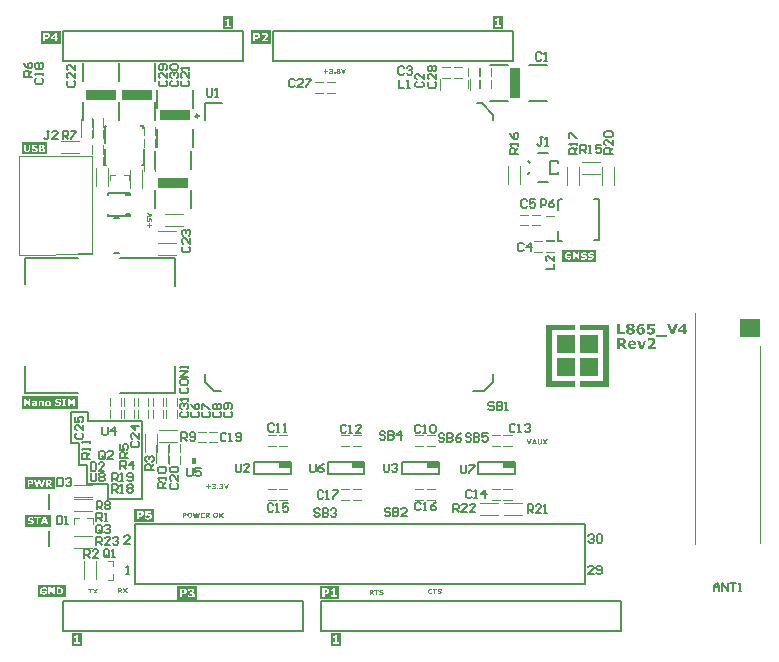
<source format=gto>
G04*
G04 #@! TF.GenerationSoftware,Altium Limited,Altium Designer,18.1.6 (161)*
G04*
G04 Layer_Color=65535*
%FSLAX44Y44*%
%MOMM*%
G71*
G01*
G75*
%ADD11C,0.1500*%
%ADD95C,0.2540*%
%ADD96C,0.1000*%
%ADD97C,0.2000*%
%ADD98C,0.1270*%
%ADD99R,1.8100X1.6100*%
%ADD100R,2.5400X0.8890*%
%ADD101R,0.1800X1.4000*%
%ADD102R,0.2600X0.4400*%
%ADD103R,0.4000X0.2800*%
%ADD104R,0.3800X0.5200*%
%ADD105R,1.0420X0.6270*%
%ADD106R,0.8890X2.5400*%
G36*
X758119Y558184D02*
Y557905D01*
Y557626D01*
Y557347D01*
Y557068D01*
Y556789D01*
Y556510D01*
Y556231D01*
Y555951D01*
Y555672D01*
Y555393D01*
Y555114D01*
Y554835D01*
Y554556D01*
Y554277D01*
Y553998D01*
Y553719D01*
Y553440D01*
Y553161D01*
Y552881D01*
Y552602D01*
Y552323D01*
Y552044D01*
Y551765D01*
Y551486D01*
Y551207D01*
Y550928D01*
Y550649D01*
Y550369D01*
Y550090D01*
Y549811D01*
Y549532D01*
Y549253D01*
Y548974D01*
Y548695D01*
Y548416D01*
Y548137D01*
Y547858D01*
Y547579D01*
Y547299D01*
Y547020D01*
Y546741D01*
Y546462D01*
Y546183D01*
Y545904D01*
Y545625D01*
Y545346D01*
Y545067D01*
Y544787D01*
Y544508D01*
Y544229D01*
Y543950D01*
Y543671D01*
Y543392D01*
X742768D01*
Y543671D01*
Y543950D01*
Y544229D01*
Y544508D01*
Y544787D01*
Y545067D01*
Y545346D01*
Y545625D01*
Y545904D01*
Y546183D01*
Y546462D01*
Y546741D01*
Y547020D01*
Y547299D01*
Y547579D01*
Y547858D01*
Y548137D01*
Y548416D01*
Y548695D01*
Y548974D01*
Y549253D01*
Y549532D01*
Y549811D01*
Y550090D01*
Y550369D01*
Y550649D01*
Y550928D01*
Y551207D01*
Y551486D01*
Y551765D01*
Y552044D01*
Y552323D01*
Y552602D01*
Y552881D01*
Y553161D01*
Y553440D01*
Y553719D01*
Y553998D01*
Y554277D01*
Y554556D01*
Y554835D01*
Y555114D01*
Y555393D01*
Y555672D01*
Y555951D01*
Y556231D01*
Y556510D01*
Y556789D01*
Y557068D01*
Y557347D01*
Y557626D01*
Y557905D01*
Y558184D01*
Y558464D01*
X758119D01*
Y558184D01*
D02*
G37*
G36*
Y538926D02*
Y538647D01*
Y538368D01*
Y538089D01*
Y537810D01*
Y537531D01*
Y537252D01*
Y536973D01*
Y536693D01*
Y536414D01*
Y536135D01*
Y535856D01*
Y535577D01*
Y535298D01*
Y535019D01*
Y534740D01*
Y534461D01*
Y534182D01*
Y533902D01*
Y533623D01*
Y533344D01*
Y533065D01*
Y532786D01*
Y532507D01*
Y532228D01*
Y531949D01*
Y531670D01*
Y531390D01*
Y531111D01*
Y530832D01*
Y530553D01*
Y530274D01*
Y529995D01*
Y529716D01*
Y529437D01*
Y529158D01*
Y528879D01*
Y528600D01*
Y528320D01*
Y528041D01*
Y527762D01*
Y527483D01*
Y527204D01*
Y526925D01*
Y526646D01*
Y526367D01*
Y526088D01*
Y525808D01*
Y525529D01*
Y525250D01*
Y524971D01*
Y524692D01*
Y524413D01*
Y524134D01*
Y523855D01*
X742768D01*
Y524134D01*
Y524413D01*
Y524692D01*
Y524971D01*
Y525250D01*
Y525529D01*
Y525808D01*
Y526088D01*
Y526367D01*
Y526646D01*
Y526925D01*
Y527204D01*
Y527483D01*
Y527762D01*
Y528041D01*
Y528320D01*
Y528600D01*
Y528879D01*
Y529158D01*
Y529437D01*
Y529716D01*
Y529995D01*
Y530274D01*
Y530553D01*
Y530832D01*
Y531111D01*
Y531390D01*
Y531670D01*
Y531949D01*
Y532228D01*
Y532507D01*
Y532786D01*
Y533065D01*
Y533344D01*
Y533623D01*
Y533902D01*
Y534182D01*
Y534461D01*
Y534740D01*
Y535019D01*
Y535298D01*
Y535577D01*
Y535856D01*
Y536135D01*
Y536414D01*
Y536693D01*
Y536973D01*
Y537252D01*
Y537531D01*
Y537810D01*
Y538089D01*
Y538368D01*
Y538647D01*
Y538926D01*
Y539205D01*
X758119D01*
Y538926D01*
D02*
G37*
G36*
Y567116D02*
Y566837D01*
Y566557D01*
Y566278D01*
Y565999D01*
Y565720D01*
Y565441D01*
Y565162D01*
Y564883D01*
Y564604D01*
Y564325D01*
Y564045D01*
Y563766D01*
Y563487D01*
Y563208D01*
Y562929D01*
Y562650D01*
X738581D01*
Y562371D01*
Y562092D01*
Y561813D01*
Y561534D01*
Y561255D01*
Y560975D01*
Y560696D01*
Y560417D01*
Y560138D01*
Y559859D01*
Y559580D01*
Y559301D01*
Y559022D01*
Y558743D01*
Y558464D01*
Y558184D01*
Y557905D01*
Y557626D01*
Y557347D01*
Y557068D01*
Y556789D01*
Y556510D01*
Y556231D01*
Y555951D01*
Y555672D01*
Y555393D01*
Y555114D01*
Y554835D01*
Y554556D01*
Y554277D01*
Y553998D01*
Y553719D01*
Y553440D01*
Y553161D01*
Y552881D01*
Y552602D01*
Y552323D01*
Y552044D01*
Y551765D01*
Y551486D01*
Y551207D01*
Y550928D01*
Y550649D01*
Y550369D01*
Y550090D01*
Y549811D01*
Y549532D01*
Y549253D01*
Y548974D01*
Y548695D01*
Y548416D01*
Y548137D01*
Y547858D01*
Y547579D01*
Y547299D01*
Y547020D01*
Y546741D01*
Y546462D01*
Y546183D01*
Y545904D01*
Y545625D01*
Y545346D01*
Y545067D01*
Y544787D01*
Y544508D01*
Y544229D01*
Y543950D01*
Y543671D01*
Y543392D01*
Y543113D01*
Y542834D01*
Y542555D01*
Y542276D01*
Y541996D01*
Y541717D01*
Y541438D01*
Y541159D01*
Y540880D01*
Y540601D01*
Y540322D01*
Y540043D01*
Y539764D01*
Y539484D01*
Y539205D01*
Y538926D01*
Y538647D01*
Y538368D01*
Y538089D01*
Y537810D01*
Y537531D01*
Y537252D01*
Y536973D01*
Y536693D01*
Y536414D01*
Y536135D01*
Y535856D01*
Y535577D01*
Y535298D01*
Y535019D01*
Y534740D01*
Y534461D01*
Y534182D01*
Y533902D01*
Y533623D01*
Y533344D01*
Y533065D01*
Y532786D01*
Y532507D01*
Y532228D01*
Y531949D01*
Y531670D01*
Y531390D01*
Y531111D01*
Y530832D01*
Y530553D01*
Y530274D01*
Y529995D01*
Y529716D01*
Y529437D01*
Y529158D01*
Y528879D01*
Y528600D01*
Y528320D01*
Y528041D01*
Y527762D01*
Y527483D01*
Y527204D01*
Y526925D01*
Y526646D01*
Y526367D01*
Y526088D01*
Y525808D01*
Y525529D01*
Y525250D01*
Y524971D01*
Y524692D01*
Y524413D01*
Y524134D01*
Y523855D01*
Y523576D01*
Y523297D01*
Y523017D01*
Y522738D01*
Y522459D01*
Y522180D01*
Y521901D01*
Y521622D01*
Y521343D01*
Y521064D01*
Y520785D01*
Y520505D01*
Y520226D01*
Y519947D01*
Y519668D01*
X758119D01*
Y519389D01*
Y519110D01*
Y518831D01*
Y518552D01*
Y518273D01*
Y517994D01*
Y517715D01*
Y517435D01*
Y517156D01*
Y516877D01*
Y516598D01*
Y516319D01*
Y516040D01*
Y515761D01*
Y515482D01*
Y515203D01*
Y514924D01*
X733837D01*
Y515203D01*
Y515482D01*
Y515761D01*
Y516040D01*
Y516319D01*
Y516598D01*
Y516877D01*
Y517156D01*
Y517435D01*
Y517715D01*
Y517994D01*
Y518273D01*
Y518552D01*
Y518831D01*
Y519110D01*
Y519389D01*
Y519668D01*
Y519947D01*
Y520226D01*
Y520505D01*
Y520785D01*
Y521064D01*
Y521343D01*
Y521622D01*
Y521901D01*
Y522180D01*
Y522459D01*
Y522738D01*
Y523017D01*
Y523297D01*
Y523576D01*
Y523855D01*
Y524134D01*
Y524413D01*
Y524692D01*
Y524971D01*
Y525250D01*
Y525529D01*
Y525808D01*
Y526088D01*
Y526367D01*
Y526646D01*
Y526925D01*
Y527204D01*
Y527483D01*
Y527762D01*
Y528041D01*
Y528320D01*
Y528600D01*
Y528879D01*
Y529158D01*
Y529437D01*
Y529716D01*
Y529995D01*
Y530274D01*
Y530553D01*
Y530832D01*
Y531111D01*
Y531390D01*
Y531670D01*
Y531949D01*
Y532228D01*
Y532507D01*
Y532786D01*
Y533065D01*
Y533344D01*
Y533623D01*
Y533902D01*
Y534182D01*
Y534461D01*
Y534740D01*
Y535019D01*
Y535298D01*
Y535577D01*
Y535856D01*
Y536135D01*
Y536414D01*
Y536693D01*
Y536973D01*
Y537252D01*
Y537531D01*
Y537810D01*
Y538089D01*
Y538368D01*
Y538647D01*
Y538926D01*
Y539205D01*
Y539484D01*
Y539764D01*
Y540043D01*
Y540322D01*
Y540601D01*
Y540880D01*
Y541159D01*
Y541438D01*
Y541717D01*
Y541996D01*
Y542276D01*
Y542555D01*
Y542834D01*
Y543113D01*
Y543392D01*
Y543671D01*
Y543950D01*
Y544229D01*
Y544508D01*
Y544787D01*
Y545067D01*
Y545346D01*
Y545625D01*
Y545904D01*
Y546183D01*
Y546462D01*
Y546741D01*
Y547020D01*
Y547299D01*
Y547579D01*
Y547858D01*
Y548137D01*
Y548416D01*
Y548695D01*
Y548974D01*
Y549253D01*
Y549532D01*
Y549811D01*
Y550090D01*
Y550369D01*
Y550649D01*
Y550928D01*
Y551207D01*
Y551486D01*
Y551765D01*
Y552044D01*
Y552323D01*
Y552602D01*
Y552881D01*
Y553161D01*
Y553440D01*
Y553719D01*
Y553998D01*
Y554277D01*
Y554556D01*
Y554835D01*
Y555114D01*
Y555393D01*
Y555672D01*
Y555951D01*
Y556231D01*
Y556510D01*
Y556789D01*
Y557068D01*
Y557347D01*
Y557626D01*
Y557905D01*
Y558184D01*
Y558464D01*
Y558743D01*
Y559022D01*
Y559301D01*
Y559580D01*
Y559859D01*
Y560138D01*
Y560417D01*
Y560696D01*
Y560975D01*
Y561255D01*
Y561534D01*
Y561813D01*
Y562092D01*
Y562371D01*
Y562650D01*
Y562929D01*
Y563208D01*
Y563487D01*
Y563766D01*
Y564045D01*
Y564325D01*
Y564604D01*
Y564883D01*
Y565162D01*
Y565441D01*
Y565720D01*
Y565999D01*
Y566278D01*
Y566557D01*
Y566837D01*
Y567116D01*
Y567395D01*
X758119D01*
Y567116D01*
D02*
G37*
G36*
X777935Y558184D02*
Y557905D01*
Y557626D01*
Y557347D01*
Y557068D01*
Y556789D01*
Y556510D01*
Y556231D01*
Y555951D01*
Y555672D01*
Y555393D01*
Y555114D01*
Y554835D01*
Y554556D01*
Y554277D01*
Y553998D01*
Y553719D01*
Y553440D01*
Y553161D01*
Y552881D01*
Y552602D01*
Y552323D01*
Y552044D01*
Y551765D01*
Y551486D01*
Y551207D01*
Y550928D01*
Y550649D01*
Y550369D01*
Y550090D01*
Y549811D01*
Y549532D01*
Y549253D01*
Y548974D01*
Y548695D01*
Y548416D01*
Y548137D01*
Y547858D01*
Y547579D01*
Y547299D01*
Y547020D01*
Y546741D01*
Y546462D01*
Y546183D01*
Y545904D01*
Y545625D01*
Y545346D01*
Y545067D01*
Y544787D01*
Y544508D01*
Y544229D01*
Y543950D01*
Y543671D01*
Y543392D01*
X762305D01*
Y543671D01*
Y543950D01*
Y544229D01*
Y544508D01*
Y544787D01*
Y545067D01*
Y545346D01*
Y545625D01*
Y545904D01*
Y546183D01*
Y546462D01*
Y546741D01*
Y547020D01*
Y547299D01*
Y547579D01*
Y547858D01*
Y548137D01*
Y548416D01*
Y548695D01*
Y548974D01*
Y549253D01*
Y549532D01*
Y549811D01*
Y550090D01*
Y550369D01*
Y550649D01*
Y550928D01*
Y551207D01*
Y551486D01*
Y551765D01*
Y552044D01*
Y552323D01*
Y552602D01*
Y552881D01*
Y553161D01*
Y553440D01*
Y553719D01*
Y553998D01*
Y554277D01*
Y554556D01*
Y554835D01*
Y555114D01*
Y555393D01*
Y555672D01*
Y555951D01*
Y556231D01*
Y556510D01*
Y556789D01*
Y557068D01*
Y557347D01*
Y557626D01*
Y557905D01*
Y558184D01*
Y558464D01*
X777935D01*
Y558184D01*
D02*
G37*
G36*
Y538926D02*
Y538647D01*
Y538368D01*
Y538089D01*
Y537810D01*
Y537531D01*
Y537252D01*
Y536973D01*
Y536693D01*
Y536414D01*
Y536135D01*
Y535856D01*
Y535577D01*
Y535298D01*
Y535019D01*
Y534740D01*
Y534461D01*
Y534182D01*
Y533902D01*
Y533623D01*
Y533344D01*
Y533065D01*
Y532786D01*
Y532507D01*
Y532228D01*
Y531949D01*
Y531670D01*
Y531390D01*
Y531111D01*
Y530832D01*
Y530553D01*
Y530274D01*
Y529995D01*
Y529716D01*
Y529437D01*
Y529158D01*
Y528879D01*
Y528600D01*
Y528320D01*
Y528041D01*
Y527762D01*
Y527483D01*
Y527204D01*
Y526925D01*
Y526646D01*
Y526367D01*
Y526088D01*
Y525808D01*
Y525529D01*
Y525250D01*
Y524971D01*
Y524692D01*
Y524413D01*
Y524134D01*
X777656D01*
Y523855D01*
X762584D01*
Y524134D01*
X762305D01*
Y524413D01*
Y524692D01*
Y524971D01*
Y525250D01*
Y525529D01*
Y525808D01*
Y526088D01*
Y526367D01*
Y526646D01*
Y526925D01*
Y527204D01*
Y527483D01*
Y527762D01*
Y528041D01*
Y528320D01*
Y528600D01*
Y528879D01*
Y529158D01*
Y529437D01*
Y529716D01*
Y529995D01*
Y530274D01*
Y530553D01*
Y530832D01*
Y531111D01*
Y531390D01*
Y531670D01*
Y531949D01*
Y532228D01*
Y532507D01*
Y532786D01*
Y533065D01*
Y533344D01*
Y533623D01*
Y533902D01*
Y534182D01*
Y534461D01*
Y534740D01*
Y535019D01*
Y535298D01*
Y535577D01*
Y535856D01*
Y536135D01*
Y536414D01*
Y536693D01*
Y536973D01*
Y537252D01*
Y537531D01*
Y537810D01*
Y538089D01*
Y538368D01*
Y538647D01*
Y538926D01*
Y539205D01*
X777935D01*
Y538926D01*
D02*
G37*
G36*
X786866Y567116D02*
Y566837D01*
Y566557D01*
Y566278D01*
Y565999D01*
Y565720D01*
Y565441D01*
Y565162D01*
Y564883D01*
Y564604D01*
Y564325D01*
Y564045D01*
Y563766D01*
Y563487D01*
Y563208D01*
Y562929D01*
Y562650D01*
Y562371D01*
Y562092D01*
Y561813D01*
Y561534D01*
Y561255D01*
Y560975D01*
Y560696D01*
Y560417D01*
Y560138D01*
Y559859D01*
Y559580D01*
Y559301D01*
Y559022D01*
Y558743D01*
Y558464D01*
Y558184D01*
Y557905D01*
Y557626D01*
Y557347D01*
Y557068D01*
Y556789D01*
Y556510D01*
Y556231D01*
Y555951D01*
Y555672D01*
Y555393D01*
Y555114D01*
Y554835D01*
Y554556D01*
Y554277D01*
Y553998D01*
Y553719D01*
Y553440D01*
Y553161D01*
Y552881D01*
Y552602D01*
Y552323D01*
Y552044D01*
Y551765D01*
Y551486D01*
Y551207D01*
Y550928D01*
Y550649D01*
Y550369D01*
Y550090D01*
Y549811D01*
Y549532D01*
Y549253D01*
Y548974D01*
Y548695D01*
Y548416D01*
Y548137D01*
Y547858D01*
Y547579D01*
Y547299D01*
Y547020D01*
Y546741D01*
Y546462D01*
Y546183D01*
Y545904D01*
Y545625D01*
Y545346D01*
Y545067D01*
Y544787D01*
Y544508D01*
Y544229D01*
Y543950D01*
Y543671D01*
Y543392D01*
Y543113D01*
Y542834D01*
Y542555D01*
Y542276D01*
Y541996D01*
Y541717D01*
Y541438D01*
Y541159D01*
Y540880D01*
Y540601D01*
Y540322D01*
Y540043D01*
Y539764D01*
Y539484D01*
Y539205D01*
Y538926D01*
Y538647D01*
Y538368D01*
Y538089D01*
Y537810D01*
Y537531D01*
Y537252D01*
Y536973D01*
Y536693D01*
Y536414D01*
Y536135D01*
Y535856D01*
Y535577D01*
Y535298D01*
Y535019D01*
Y534740D01*
Y534461D01*
Y534182D01*
Y533902D01*
Y533623D01*
Y533344D01*
Y533065D01*
Y532786D01*
Y532507D01*
Y532228D01*
Y531949D01*
Y531670D01*
Y531390D01*
Y531111D01*
Y530832D01*
Y530553D01*
Y530274D01*
Y529995D01*
Y529716D01*
Y529437D01*
Y529158D01*
Y528879D01*
Y528600D01*
Y528320D01*
Y528041D01*
Y527762D01*
Y527483D01*
Y527204D01*
Y526925D01*
Y526646D01*
Y526367D01*
Y526088D01*
Y525808D01*
Y525529D01*
Y525250D01*
Y524971D01*
Y524692D01*
Y524413D01*
Y524134D01*
Y523855D01*
Y523576D01*
Y523297D01*
Y523017D01*
Y522738D01*
Y522459D01*
Y522180D01*
Y521901D01*
Y521622D01*
Y521343D01*
Y521064D01*
Y520785D01*
Y520505D01*
Y520226D01*
Y519947D01*
Y519668D01*
Y519389D01*
Y519110D01*
Y518831D01*
Y518552D01*
Y518273D01*
Y517994D01*
Y517715D01*
Y517435D01*
Y517156D01*
Y516877D01*
Y516598D01*
Y516319D01*
Y516040D01*
Y515761D01*
Y515482D01*
Y515203D01*
X786587D01*
Y514924D01*
X762584D01*
Y515203D01*
X762305D01*
Y515482D01*
Y515761D01*
Y516040D01*
Y516319D01*
Y516598D01*
Y516877D01*
Y517156D01*
Y517435D01*
Y517715D01*
Y517994D01*
Y518273D01*
Y518552D01*
Y518831D01*
Y519110D01*
Y519389D01*
Y519668D01*
X782121D01*
Y519947D01*
Y520226D01*
Y520505D01*
Y520785D01*
Y521064D01*
Y521343D01*
Y521622D01*
Y521901D01*
Y522180D01*
Y522459D01*
Y522738D01*
Y523017D01*
Y523297D01*
Y523576D01*
Y523855D01*
Y524134D01*
Y524413D01*
Y524692D01*
Y524971D01*
Y525250D01*
Y525529D01*
Y525808D01*
Y526088D01*
Y526367D01*
Y526646D01*
Y526925D01*
Y527204D01*
Y527483D01*
Y527762D01*
Y528041D01*
Y528320D01*
Y528600D01*
Y528879D01*
Y529158D01*
Y529437D01*
Y529716D01*
Y529995D01*
Y530274D01*
Y530553D01*
Y530832D01*
Y531111D01*
Y531390D01*
Y531670D01*
Y531949D01*
Y532228D01*
Y532507D01*
Y532786D01*
Y533065D01*
Y533344D01*
Y533623D01*
Y533902D01*
Y534182D01*
Y534461D01*
Y534740D01*
Y535019D01*
Y535298D01*
Y535577D01*
Y535856D01*
Y536135D01*
Y536414D01*
Y536693D01*
Y536973D01*
Y537252D01*
Y537531D01*
Y537810D01*
Y538089D01*
Y538368D01*
Y538647D01*
Y538926D01*
Y539205D01*
Y539484D01*
Y539764D01*
Y540043D01*
Y540322D01*
Y540601D01*
Y540880D01*
Y541159D01*
Y541438D01*
Y541717D01*
Y541996D01*
Y542276D01*
Y542555D01*
Y542834D01*
Y543113D01*
Y543392D01*
Y543671D01*
Y543950D01*
Y544229D01*
Y544508D01*
Y544787D01*
Y545067D01*
Y545346D01*
Y545625D01*
Y545904D01*
Y546183D01*
Y546462D01*
Y546741D01*
Y547020D01*
Y547299D01*
Y547579D01*
Y547858D01*
Y548137D01*
Y548416D01*
Y548695D01*
Y548974D01*
Y549253D01*
Y549532D01*
Y549811D01*
Y550090D01*
Y550369D01*
Y550649D01*
Y550928D01*
Y551207D01*
Y551486D01*
Y551765D01*
Y552044D01*
Y552323D01*
Y552602D01*
Y552881D01*
Y553161D01*
Y553440D01*
Y553719D01*
Y553998D01*
Y554277D01*
Y554556D01*
Y554835D01*
Y555114D01*
Y555393D01*
Y555672D01*
Y555951D01*
Y556231D01*
Y556510D01*
Y556789D01*
Y557068D01*
Y557347D01*
Y557626D01*
Y557905D01*
Y558184D01*
Y558464D01*
Y558743D01*
Y559022D01*
Y559301D01*
Y559580D01*
Y559859D01*
Y560138D01*
Y560417D01*
Y560696D01*
Y560975D01*
Y561255D01*
Y561534D01*
Y561813D01*
Y562092D01*
Y562371D01*
Y562650D01*
X762584D01*
Y562929D01*
X762305D01*
Y563208D01*
Y563487D01*
Y563766D01*
Y564045D01*
Y564325D01*
Y564604D01*
Y564883D01*
Y565162D01*
Y565441D01*
Y565720D01*
Y565999D01*
Y566278D01*
Y566557D01*
Y566837D01*
Y567116D01*
Y567395D01*
X786866D01*
Y567116D01*
D02*
G37*
G36*
X776152Y620480D02*
X747550D01*
Y630693D01*
X776152D01*
Y620480D01*
D02*
G37*
G36*
X311465Y711530D02*
X289750D01*
Y721743D01*
X311465D01*
Y711530D01*
D02*
G37*
G36*
X399950Y660720D02*
Y659515D01*
X395766Y657987D01*
Y659114D01*
X398719Y660131D01*
X395766Y661148D01*
Y662255D01*
X399950Y660720D01*
D02*
G37*
G36*
X398655Y657540D02*
X398732Y657533D01*
X398829Y657514D01*
X398927Y657494D01*
X399037Y657462D01*
X399140Y657423D01*
X399153Y657417D01*
X399186Y657404D01*
X399238Y657371D01*
X399302Y657333D01*
X399380Y657281D01*
X399458Y657222D01*
X399542Y657151D01*
X399620Y657067D01*
X399626Y657054D01*
X399652Y657022D01*
X399691Y656970D01*
X399736Y656899D01*
X399788Y656808D01*
X399846Y656704D01*
X399892Y656594D01*
X399937Y656471D01*
Y656465D01*
X399944Y656458D01*
Y656439D01*
X399950Y656413D01*
X399957Y656380D01*
X399969Y656341D01*
X399982Y656251D01*
X400002Y656134D01*
X400021Y656005D01*
X400028Y655856D01*
X400034Y655700D01*
Y655616D01*
X400028Y655577D01*
Y655525D01*
X400021Y655409D01*
X400008Y655273D01*
X399995Y655130D01*
X399976Y654988D01*
X399950Y654852D01*
Y654845D01*
X399944Y654839D01*
Y654819D01*
X399937Y654793D01*
X399924Y654729D01*
X399905Y654651D01*
X399879Y654560D01*
X399846Y654470D01*
X399814Y654372D01*
X399782Y654288D01*
X398855D01*
Y654405D01*
X398862Y654418D01*
X398881Y654450D01*
X398907Y654502D01*
X398946Y654567D01*
X398985Y654651D01*
X399030Y654742D01*
X399076Y654845D01*
X399114Y654956D01*
Y654962D01*
X399121Y654968D01*
X399127Y655007D01*
X399147Y655066D01*
X399160Y655143D01*
X399179Y655228D01*
X399199Y655331D01*
X399205Y655435D01*
X399212Y655545D01*
Y655616D01*
X399205Y655661D01*
Y655720D01*
X399192Y655785D01*
X399173Y655934D01*
Y655940D01*
X399166Y655966D01*
X399153Y656005D01*
X399140Y656050D01*
X399095Y656160D01*
X399069Y656212D01*
X399030Y656257D01*
X399024Y656264D01*
X399017Y656277D01*
X398972Y656316D01*
X398920Y656361D01*
X398855Y656406D01*
X398849D01*
X398836Y656413D01*
X398816Y656426D01*
X398784Y656432D01*
X398745Y656445D01*
X398700Y656452D01*
X398642Y656458D01*
X398577D01*
X398570D01*
X398551D01*
X398525Y656452D01*
X398486D01*
X398408Y656426D01*
X398363Y656413D01*
X398324Y656387D01*
X398318D01*
X398305Y656374D01*
X398266Y656341D01*
X398208Y656290D01*
X398156Y656218D01*
X398149Y656212D01*
X398143Y656193D01*
X398124Y656160D01*
X398104Y656115D01*
X398085Y656063D01*
X398065Y655998D01*
X398046Y655927D01*
X398033Y655849D01*
Y655843D01*
X398026Y655810D01*
X398020Y655772D01*
X398013Y655720D01*
Y655661D01*
X398007Y655597D01*
X398000Y655461D01*
Y655370D01*
X398007Y655305D01*
X398013Y655234D01*
X398020Y655150D01*
X398046Y654975D01*
Y654962D01*
X398052Y654936D01*
X398059Y654891D01*
X398072Y654839D01*
X398085Y654774D01*
X398098Y654703D01*
X398130Y654567D01*
Y654444D01*
X395766D01*
Y657423D01*
X396569D01*
Y655461D01*
X397256D01*
Y655493D01*
X397249Y655519D01*
Y655584D01*
X397243Y655674D01*
Y655726D01*
X397236Y655759D01*
Y655972D01*
X397243Y656037D01*
Y656121D01*
X397256Y656218D01*
X397268Y656316D01*
X397281Y656426D01*
X397307Y656529D01*
Y656542D01*
X397320Y656575D01*
X397333Y656627D01*
X397353Y656691D01*
X397379Y656762D01*
X397411Y656847D01*
X397450Y656925D01*
X397489Y657002D01*
X397495Y657015D01*
X397515Y657041D01*
X397553Y657093D01*
X397599Y657145D01*
X397657Y657209D01*
X397728Y657274D01*
X397806Y657339D01*
X397897Y657397D01*
X397910Y657404D01*
X397942Y657423D01*
X397994Y657443D01*
X398072Y657475D01*
X398162Y657501D01*
X398272Y657520D01*
X398396Y657540D01*
X398538Y657546D01*
X398545D01*
X398551D01*
X398570D01*
X398590D01*
X398655Y657540D01*
D02*
G37*
G36*
X398467Y651717D02*
X399957D01*
Y650946D01*
X398467D01*
Y649450D01*
X397709D01*
Y650946D01*
X396219D01*
Y651717D01*
X397709D01*
Y653213D01*
X398467D01*
Y651717D01*
D02*
G37*
G36*
X337112Y496411D02*
X289750D01*
Y506643D01*
X337112D01*
Y496411D01*
D02*
G37*
G36*
X326919Y336830D02*
X303300D01*
Y347043D01*
X326919D01*
Y336830D01*
D02*
G37*
G36*
X463643Y428350D02*
X462438D01*
X460909Y432534D01*
X462036D01*
X463053Y429581D01*
X464070Y432534D01*
X465178D01*
X463643Y428350D01*
D02*
G37*
G36*
X458837Y432612D02*
X458927D01*
X459037Y432599D01*
X459154Y432586D01*
X459271Y432573D01*
X459387Y432547D01*
X459400D01*
X459439Y432534D01*
X459491Y432521D01*
X459562Y432495D01*
X459640Y432469D01*
X459724Y432444D01*
X459802Y432405D01*
X459879Y432366D01*
X459892Y432359D01*
X459918Y432340D01*
X459957Y432307D01*
X460009Y432269D01*
X460067Y432223D01*
X460126Y432165D01*
X460177Y432100D01*
X460223Y432029D01*
X460229Y432023D01*
X460242Y431996D01*
X460262Y431951D01*
X460281Y431899D01*
X460300Y431835D01*
X460320Y431750D01*
X460333Y431666D01*
X460339Y431569D01*
Y431563D01*
Y431556D01*
Y431537D01*
Y431511D01*
X460326Y431446D01*
X460313Y431362D01*
X460288Y431265D01*
X460249Y431161D01*
X460190Y431057D01*
X460119Y430947D01*
X460113Y430934D01*
X460080Y430902D01*
X460035Y430857D01*
X459970Y430805D01*
X459886Y430746D01*
X459789Y430688D01*
X459679Y430636D01*
X459549Y430604D01*
Y430559D01*
X459556D01*
X459575Y430552D01*
X459601D01*
X459640Y430539D01*
X459685Y430533D01*
X459737Y430520D01*
X459854Y430481D01*
X459860D01*
X459879Y430468D01*
X459912Y430455D01*
X459951Y430436D01*
X460048Y430384D01*
X460145Y430312D01*
X460151Y430306D01*
X460171Y430293D01*
X460190Y430267D01*
X460223Y430235D01*
X460262Y430196D01*
X460294Y430144D01*
X460365Y430034D01*
X460372Y430028D01*
X460378Y430008D01*
X460391Y429969D01*
X460410Y429924D01*
X460424Y429866D01*
X460436Y429794D01*
X460443Y429710D01*
X460449Y429619D01*
Y429607D01*
Y429568D01*
X460443Y429509D01*
X460436Y429438D01*
X460417Y429354D01*
X460398Y429257D01*
X460365Y429160D01*
X460326Y429062D01*
X460320Y429049D01*
X460307Y429024D01*
X460275Y428972D01*
X460236Y428913D01*
X460190Y428849D01*
X460126Y428771D01*
X460054Y428700D01*
X459970Y428629D01*
X459957Y428622D01*
X459931Y428603D01*
X459879Y428570D01*
X459815Y428531D01*
X459730Y428486D01*
X459640Y428441D01*
X459530Y428395D01*
X459413Y428357D01*
X459407D01*
X459400Y428350D01*
X459381D01*
X459355Y428344D01*
X459290Y428331D01*
X459199Y428311D01*
X459083Y428292D01*
X458953Y428279D01*
X458804Y428272D01*
X458642Y428266D01*
X458513D01*
X458461Y428272D01*
X458338Y428279D01*
X458195Y428285D01*
X458046Y428305D01*
X457897Y428324D01*
X457748Y428350D01*
X457742D01*
X457735Y428357D01*
X457716D01*
X457690Y428363D01*
X457619Y428382D01*
X457535Y428402D01*
X457438Y428428D01*
X457340Y428454D01*
X457237Y428493D01*
X457146Y428525D01*
Y429451D01*
X457250D01*
X457263Y429445D01*
X457295Y429425D01*
X457347Y429399D01*
X457418Y429360D01*
X457502Y429322D01*
X457599Y429276D01*
X457710Y429237D01*
X457833Y429192D01*
X457839D01*
X457846Y429185D01*
X457865D01*
X457891Y429179D01*
X457956Y429160D01*
X458033Y429140D01*
X458131Y429121D01*
X458234Y429108D01*
X458344Y429095D01*
X458448Y429088D01*
X458506D01*
X458552Y429095D01*
X458604D01*
X458662Y429101D01*
X458798Y429114D01*
X458804D01*
X458830Y429121D01*
X458869Y429127D01*
X458914Y429140D01*
X459018Y429173D01*
X459122Y429231D01*
X459128Y429237D01*
X459141Y429244D01*
X459180Y429276D01*
X459238Y429334D01*
X459290Y429399D01*
Y429406D01*
X459303Y429419D01*
X459309Y429438D01*
X459322Y429470D01*
X459335Y429516D01*
X459342Y429561D01*
X459355Y429619D01*
Y429691D01*
Y429697D01*
Y429723D01*
X459348Y429756D01*
X459342Y429794D01*
X459316Y429885D01*
X459296Y429930D01*
X459264Y429969D01*
X459258Y429976D01*
X459251Y429989D01*
X459232Y430002D01*
X459206Y430028D01*
X459135Y430073D01*
X459044Y430112D01*
X459037D01*
X459018Y430118D01*
X458992Y430125D01*
X458953Y430138D01*
X458901Y430144D01*
X458850Y430151D01*
X458785Y430157D01*
X458714Y430164D01*
X458642D01*
X458597Y430170D01*
X458124D01*
Y430915D01*
X458493D01*
X458558Y430921D01*
X458623D01*
X458752Y430928D01*
X458778D01*
X458811Y430934D01*
X458850Y430941D01*
X458947Y430960D01*
X459037Y430993D01*
X459044D01*
X459057Y430999D01*
X459083Y431012D01*
X459109Y431031D01*
X459167Y431070D01*
X459225Y431129D01*
Y431135D01*
X459238Y431148D01*
X459245Y431167D01*
X459258Y431193D01*
X459271Y431232D01*
X459277Y431278D01*
X459290Y431329D01*
Y431388D01*
Y431394D01*
Y431407D01*
Y431433D01*
X459283Y431459D01*
X459264Y431524D01*
X459225Y431589D01*
Y431595D01*
X459212Y431601D01*
X459180Y431634D01*
X459128Y431673D01*
X459057Y431712D01*
X459050D01*
X459037Y431718D01*
X459011Y431725D01*
X458986Y431738D01*
X458947Y431750D01*
X458901Y431757D01*
X458798Y431776D01*
X458791D01*
X458772Y431783D01*
X458746D01*
X458714Y431789D01*
X458629Y431796D01*
X458500D01*
X458448Y431789D01*
X458377Y431783D01*
X458286Y431776D01*
X458189Y431757D01*
X458085Y431738D01*
X457969Y431705D01*
X457962D01*
X457956Y431699D01*
X457917Y431686D01*
X457859Y431666D01*
X457781Y431640D01*
X457684Y431601D01*
X457587Y431556D01*
X457483Y431504D01*
X457373Y431446D01*
X457269D01*
Y432353D01*
X457282Y432359D01*
X457308Y432366D01*
X457360Y432385D01*
X457431Y432411D01*
X457522Y432437D01*
X457625Y432463D01*
X457748Y432495D01*
X457891Y432528D01*
X457897D01*
X457910Y432534D01*
X457930D01*
X457962Y432541D01*
X457995Y432547D01*
X458040Y432554D01*
X458137Y432573D01*
X458260Y432592D01*
X458396Y432605D01*
X458545Y432612D01*
X458694Y432618D01*
X458759D01*
X458837Y432612D01*
D02*
G37*
G36*
X452664D02*
X452755D01*
X452865Y432599D01*
X452981Y432586D01*
X453098Y432573D01*
X453215Y432547D01*
X453228D01*
X453266Y432534D01*
X453318Y432521D01*
X453390Y432495D01*
X453467Y432469D01*
X453551Y432444D01*
X453629Y432405D01*
X453707Y432366D01*
X453720Y432359D01*
X453746Y432340D01*
X453785Y432307D01*
X453836Y432269D01*
X453895Y432223D01*
X453953Y432165D01*
X454005Y432100D01*
X454050Y432029D01*
X454057Y432023D01*
X454070Y431996D01*
X454089Y431951D01*
X454108Y431899D01*
X454128Y431835D01*
X454147Y431750D01*
X454160Y431666D01*
X454167Y431569D01*
Y431563D01*
Y431556D01*
Y431537D01*
Y431511D01*
X454154Y431446D01*
X454141Y431362D01*
X454115Y431265D01*
X454076Y431161D01*
X454018Y431057D01*
X453946Y430947D01*
X453940Y430934D01*
X453908Y430902D01*
X453862Y430857D01*
X453797Y430805D01*
X453713Y430746D01*
X453616Y430688D01*
X453506Y430636D01*
X453377Y430604D01*
Y430559D01*
X453383D01*
X453402Y430552D01*
X453428D01*
X453467Y430539D01*
X453512Y430533D01*
X453564Y430520D01*
X453681Y430481D01*
X453687D01*
X453707Y430468D01*
X453739Y430455D01*
X453778Y430436D01*
X453875Y430384D01*
X453972Y430312D01*
X453979Y430306D01*
X453998Y430293D01*
X454018Y430267D01*
X454050Y430235D01*
X454089Y430196D01*
X454121Y430144D01*
X454193Y430034D01*
X454199Y430028D01*
X454206Y430008D01*
X454218Y429969D01*
X454238Y429924D01*
X454251Y429866D01*
X454264Y429794D01*
X454270Y429710D01*
X454277Y429619D01*
Y429607D01*
Y429568D01*
X454270Y429509D01*
X454264Y429438D01*
X454244Y429354D01*
X454225Y429257D01*
X454193Y429160D01*
X454154Y429062D01*
X454147Y429049D01*
X454134Y429024D01*
X454102Y428972D01*
X454063Y428913D01*
X454018Y428849D01*
X453953Y428771D01*
X453882Y428700D01*
X453797Y428629D01*
X453785Y428622D01*
X453759Y428603D01*
X453707Y428570D01*
X453642Y428531D01*
X453558Y428486D01*
X453467Y428441D01*
X453357Y428395D01*
X453241Y428357D01*
X453234D01*
X453228Y428350D01*
X453208D01*
X453182Y428344D01*
X453117Y428331D01*
X453027Y428311D01*
X452910Y428292D01*
X452781Y428279D01*
X452632Y428272D01*
X452470Y428266D01*
X452340D01*
X452288Y428272D01*
X452165Y428279D01*
X452023Y428285D01*
X451874Y428305D01*
X451725Y428324D01*
X451576Y428350D01*
X451569D01*
X451563Y428357D01*
X451544D01*
X451518Y428363D01*
X451446Y428382D01*
X451362Y428402D01*
X451265Y428428D01*
X451168Y428454D01*
X451064Y428493D01*
X450974Y428525D01*
Y429451D01*
X451077D01*
X451090Y429445D01*
X451123Y429425D01*
X451174Y429399D01*
X451246Y429360D01*
X451330Y429322D01*
X451427Y429276D01*
X451537Y429237D01*
X451660Y429192D01*
X451667D01*
X451673Y429185D01*
X451693D01*
X451718Y429179D01*
X451783Y429160D01*
X451861Y429140D01*
X451958Y429121D01*
X452062Y429108D01*
X452172Y429095D01*
X452275Y429088D01*
X452334D01*
X452379Y429095D01*
X452431D01*
X452489Y429101D01*
X452625Y429114D01*
X452632D01*
X452658Y429121D01*
X452696Y429127D01*
X452742Y429140D01*
X452845Y429173D01*
X452949Y429231D01*
X452956Y429237D01*
X452968Y429244D01*
X453007Y429276D01*
X453066Y429334D01*
X453117Y429399D01*
Y429406D01*
X453130Y429419D01*
X453137Y429438D01*
X453150Y429470D01*
X453163Y429516D01*
X453169Y429561D01*
X453182Y429619D01*
Y429691D01*
Y429697D01*
Y429723D01*
X453176Y429756D01*
X453169Y429794D01*
X453143Y429885D01*
X453124Y429930D01*
X453092Y429969D01*
X453085Y429976D01*
X453079Y429989D01*
X453059Y430002D01*
X453033Y430028D01*
X452962Y430073D01*
X452871Y430112D01*
X452865D01*
X452845Y430118D01*
X452820Y430125D01*
X452781Y430138D01*
X452729Y430144D01*
X452677Y430151D01*
X452612Y430157D01*
X452541Y430164D01*
X452470D01*
X452424Y430170D01*
X451952D01*
Y430915D01*
X452321D01*
X452385Y430921D01*
X452450D01*
X452580Y430928D01*
X452606D01*
X452638Y430934D01*
X452677Y430941D01*
X452774Y430960D01*
X452865Y430993D01*
X452871D01*
X452884Y430999D01*
X452910Y431012D01*
X452936Y431031D01*
X452994Y431070D01*
X453053Y431129D01*
Y431135D01*
X453066Y431148D01*
X453072Y431167D01*
X453085Y431193D01*
X453098Y431232D01*
X453105Y431278D01*
X453117Y431329D01*
Y431388D01*
Y431394D01*
Y431407D01*
Y431433D01*
X453111Y431459D01*
X453092Y431524D01*
X453053Y431589D01*
Y431595D01*
X453040Y431601D01*
X453007Y431634D01*
X452956Y431673D01*
X452884Y431712D01*
X452878D01*
X452865Y431718D01*
X452839Y431725D01*
X452813Y431738D01*
X452774Y431750D01*
X452729Y431757D01*
X452625Y431776D01*
X452619D01*
X452599Y431783D01*
X452573D01*
X452541Y431789D01*
X452457Y431796D01*
X452327D01*
X452275Y431789D01*
X452204Y431783D01*
X452113Y431776D01*
X452016Y431757D01*
X451913Y431738D01*
X451796Y431705D01*
X451790D01*
X451783Y431699D01*
X451744Y431686D01*
X451686Y431666D01*
X451608Y431640D01*
X451511Y431601D01*
X451414Y431556D01*
X451310Y431504D01*
X451200Y431446D01*
X451097D01*
Y432353D01*
X451110Y432359D01*
X451135Y432366D01*
X451187Y432385D01*
X451259Y432411D01*
X451349Y432437D01*
X451453Y432463D01*
X451576Y432495D01*
X451718Y432528D01*
X451725D01*
X451738Y432534D01*
X451757D01*
X451790Y432541D01*
X451822Y432547D01*
X451867Y432554D01*
X451964Y432573D01*
X452088Y432592D01*
X452224Y432605D01*
X452373Y432612D01*
X452522Y432618D01*
X452586D01*
X452664Y432612D01*
D02*
G37*
G36*
X456233Y428350D02*
X455184D01*
Y429458D01*
X456233D01*
Y428350D01*
D02*
G37*
G36*
X448467Y430591D02*
X449963D01*
Y429833D01*
X448467D01*
Y428344D01*
X447696D01*
Y429833D01*
X446200D01*
Y430591D01*
X447696D01*
Y432081D01*
X448467D01*
Y430591D01*
D02*
G37*
G36*
X459104Y406247D02*
X460820Y404000D01*
X459486D01*
X458242Y405671D01*
X457996Y405360D01*
Y404000D01*
X456915D01*
Y408184D01*
X457996D01*
Y406293D01*
X459480Y408184D01*
X460736D01*
X459104Y406247D01*
D02*
G37*
G36*
X439770Y404000D02*
X438578D01*
X437821Y406720D01*
X437095Y404000D01*
X435897D01*
X434776Y408184D01*
X435897D01*
X436544Y405302D01*
X437315Y408184D01*
X438391D01*
X439129Y405302D01*
X439803Y408184D01*
X440897D01*
X439770Y404000D01*
D02*
G37*
G36*
X447575Y408178D02*
X447672Y408171D01*
X447776Y408165D01*
X447886Y408152D01*
X447989Y408139D01*
X448002D01*
X448035Y408132D01*
X448087Y408119D01*
X448158Y408100D01*
X448236Y408074D01*
X448320Y408042D01*
X448404Y408003D01*
X448495Y407957D01*
X448508Y407951D01*
X448534Y407932D01*
X448579Y407899D01*
X448631Y407860D01*
X448689Y407802D01*
X448754Y407744D01*
X448819Y407673D01*
X448870Y407588D01*
X448877Y407575D01*
X448890Y407549D01*
X448916Y407504D01*
X448941Y407439D01*
X448967Y407355D01*
X448993Y407258D01*
X449006Y407154D01*
X449013Y407031D01*
Y407025D01*
Y407012D01*
Y406986D01*
Y406954D01*
X449006Y406915D01*
X449000Y406869D01*
X448987Y406766D01*
X448961Y406643D01*
X448922Y406520D01*
X448864Y406390D01*
X448792Y406273D01*
X448780Y406260D01*
X448754Y406228D01*
X448702Y406170D01*
X448637Y406105D01*
X448553Y406027D01*
X448443Y405943D01*
X448326Y405865D01*
X448184Y405788D01*
X449583Y404000D01*
X448255D01*
X447115Y405535D01*
X446629D01*
Y404000D01*
X445548D01*
Y408184D01*
X447484D01*
X447575Y408178D01*
D02*
G37*
G36*
X444647Y407374D02*
X442698D01*
Y406656D01*
X444505D01*
Y405846D01*
X442698D01*
Y404810D01*
X444647D01*
Y404000D01*
X441616D01*
Y408184D01*
X444647D01*
Y407374D01*
D02*
G37*
G36*
X427917Y408178D02*
X428008D01*
X428118Y408165D01*
X428228Y408152D01*
X428345Y408139D01*
X428448Y408113D01*
X428461D01*
X428494Y408100D01*
X428545Y408080D01*
X428617Y408061D01*
X428688Y408029D01*
X428772Y407996D01*
X428856Y407951D01*
X428934Y407906D01*
X428947Y407899D01*
X428973Y407873D01*
X429018Y407841D01*
X429077Y407789D01*
X429141Y407724D01*
X429206Y407653D01*
X429264Y407569D01*
X429323Y407478D01*
X429329Y407465D01*
X429342Y407433D01*
X429368Y407374D01*
X429394Y407303D01*
X429413Y407213D01*
X429439Y407109D01*
X429452Y406986D01*
X429459Y406856D01*
Y406843D01*
Y406811D01*
X429452Y406753D01*
X429446Y406682D01*
X429433Y406597D01*
X429413Y406507D01*
X429388Y406409D01*
X429355Y406306D01*
X429349Y406293D01*
X429336Y406260D01*
X429316Y406215D01*
X429284Y406150D01*
X429245Y406079D01*
X429200Y406008D01*
X429141Y405930D01*
X429077Y405859D01*
X429064Y405846D01*
X429031Y405820D01*
X428979Y405775D01*
X428915Y405723D01*
X428830Y405658D01*
X428733Y405600D01*
X428630Y405535D01*
X428513Y405483D01*
X428507D01*
X428500Y405477D01*
X428481Y405470D01*
X428461Y405464D01*
X428390Y405444D01*
X428306Y405425D01*
X428196Y405399D01*
X428060Y405380D01*
X427911Y405367D01*
X427749Y405360D01*
X427082D01*
Y404000D01*
X426000D01*
Y408184D01*
X427840D01*
X427917Y408178D01*
D02*
G37*
G36*
X454026Y408262D02*
X454097D01*
X454181Y408249D01*
X454279Y408236D01*
X454389Y408217D01*
X454505Y408197D01*
X454628Y408165D01*
X454758Y408126D01*
X454894Y408074D01*
X455023Y408022D01*
X455153Y407951D01*
X455283Y407873D01*
X455406Y407783D01*
X455516Y407679D01*
X455522Y407673D01*
X455542Y407653D01*
X455568Y407621D01*
X455606Y407575D01*
X455652Y407510D01*
X455697Y407439D01*
X455749Y407355D01*
X455807Y407264D01*
X455859Y407154D01*
X455911Y407031D01*
X455956Y406902D01*
X456002Y406759D01*
X456040Y406610D01*
X456066Y406442D01*
X456086Y406273D01*
X456092Y406086D01*
Y406073D01*
Y406040D01*
X456086Y405988D01*
Y405924D01*
X456073Y405840D01*
X456060Y405742D01*
X456047Y405632D01*
X456021Y405516D01*
X455989Y405386D01*
X455950Y405263D01*
X455904Y405127D01*
X455846Y404997D01*
X455781Y404861D01*
X455704Y404738D01*
X455619Y404615D01*
X455516Y404499D01*
X455509Y404492D01*
X455490Y404473D01*
X455457Y404447D01*
X455412Y404408D01*
X455354Y404363D01*
X455283Y404317D01*
X455198Y404259D01*
X455101Y404207D01*
X454991Y404156D01*
X454874Y404104D01*
X454745Y404052D01*
X454602Y404007D01*
X454453Y403968D01*
X454285Y403942D01*
X454110Y403922D01*
X453929Y403916D01*
X453884D01*
X453832Y403922D01*
X453760D01*
X453676Y403935D01*
X453579Y403948D01*
X453475Y403968D01*
X453352Y403987D01*
X453229Y404019D01*
X453100Y404058D01*
X452970Y404104D01*
X452841Y404162D01*
X452711Y404227D01*
X452582Y404304D01*
X452458Y404395D01*
X452348Y404499D01*
X452342Y404505D01*
X452323Y404525D01*
X452297Y404557D01*
X452258Y404609D01*
X452219Y404667D01*
X452167Y404738D01*
X452115Y404823D01*
X452063Y404920D01*
X452012Y405023D01*
X451960Y405146D01*
X451908Y405276D01*
X451869Y405419D01*
X451830Y405567D01*
X451804Y405729D01*
X451785Y405904D01*
X451778Y406086D01*
Y406099D01*
Y406131D01*
X451785Y406183D01*
Y406254D01*
X451798Y406338D01*
X451811Y406435D01*
X451824Y406545D01*
X451850Y406662D01*
X451882Y406792D01*
X451921Y406921D01*
X451966Y407051D01*
X452018Y407187D01*
X452083Y407316D01*
X452161Y407446D01*
X452251Y407562D01*
X452348Y407679D01*
X452355Y407685D01*
X452374Y407705D01*
X452407Y407731D01*
X452452Y407770D01*
X452510Y407815D01*
X452582Y407867D01*
X452666Y407919D01*
X452763Y407977D01*
X452867Y408029D01*
X452990Y408080D01*
X453119Y408132D01*
X453262Y408178D01*
X453411Y408217D01*
X453573Y408242D01*
X453747Y408262D01*
X453929Y408268D01*
X453974D01*
X454026Y408262D01*
D02*
G37*
G36*
X432231D02*
X432302D01*
X432386Y408249D01*
X432483Y408236D01*
X432594Y408217D01*
X432710Y408197D01*
X432833Y408165D01*
X432963Y408126D01*
X433099Y408074D01*
X433228Y408022D01*
X433358Y407951D01*
X433487Y407873D01*
X433610Y407783D01*
X433721Y407679D01*
X433727Y407673D01*
X433746Y407653D01*
X433772Y407621D01*
X433811Y407575D01*
X433857Y407510D01*
X433902Y407439D01*
X433954Y407355D01*
X434012Y407264D01*
X434064Y407154D01*
X434116Y407031D01*
X434161Y406902D01*
X434206Y406759D01*
X434245Y406610D01*
X434271Y406442D01*
X434291Y406273D01*
X434297Y406086D01*
Y406073D01*
Y406040D01*
X434291Y405988D01*
Y405924D01*
X434278Y405840D01*
X434265Y405742D01*
X434252Y405632D01*
X434226Y405516D01*
X434193Y405386D01*
X434155Y405263D01*
X434109Y405127D01*
X434051Y404997D01*
X433986Y404861D01*
X433908Y404738D01*
X433824Y404615D01*
X433721Y404499D01*
X433714Y404492D01*
X433695Y404473D01*
X433662Y404447D01*
X433617Y404408D01*
X433559Y404363D01*
X433487Y404317D01*
X433403Y404259D01*
X433306Y404207D01*
X433196Y404156D01*
X433079Y404104D01*
X432950Y404052D01*
X432807Y404007D01*
X432658Y403968D01*
X432490Y403942D01*
X432315Y403922D01*
X432134Y403916D01*
X432088D01*
X432037Y403922D01*
X431965D01*
X431881Y403935D01*
X431784Y403948D01*
X431680Y403968D01*
X431557Y403987D01*
X431434Y404019D01*
X431305Y404058D01*
X431175Y404104D01*
X431046Y404162D01*
X430916Y404227D01*
X430787Y404304D01*
X430663Y404395D01*
X430553Y404499D01*
X430547Y404505D01*
X430527Y404525D01*
X430502Y404557D01*
X430463Y404609D01*
X430424Y404667D01*
X430372Y404738D01*
X430320Y404823D01*
X430268Y404920D01*
X430216Y405023D01*
X430165Y405146D01*
X430113Y405276D01*
X430074Y405419D01*
X430035Y405567D01*
X430009Y405729D01*
X429990Y405904D01*
X429983Y406086D01*
Y406099D01*
Y406131D01*
X429990Y406183D01*
Y406254D01*
X430003Y406338D01*
X430016Y406435D01*
X430029Y406545D01*
X430055Y406662D01*
X430087Y406792D01*
X430126Y406921D01*
X430171Y407051D01*
X430223Y407187D01*
X430288Y407316D01*
X430365Y407446D01*
X430456Y407562D01*
X430553Y407679D01*
X430560Y407685D01*
X430579Y407705D01*
X430612Y407731D01*
X430657Y407770D01*
X430715Y407815D01*
X430787Y407867D01*
X430871Y407919D01*
X430968Y407977D01*
X431072Y408029D01*
X431194Y408080D01*
X431324Y408132D01*
X431467Y408178D01*
X431615Y408217D01*
X431777Y408242D01*
X431952Y408262D01*
X432134Y408268D01*
X432179D01*
X432231Y408262D01*
D02*
G37*
G36*
X643849Y343562D02*
X643953Y343555D01*
X644076Y343549D01*
X644212Y343536D01*
X644361Y343510D01*
X644510Y343484D01*
X644517D01*
X644529Y343478D01*
X644549D01*
X644581Y343471D01*
X644614Y343465D01*
X644653Y343452D01*
X644750Y343432D01*
X644860Y343400D01*
X644983Y343368D01*
X645099Y343329D01*
X645216Y343283D01*
Y342325D01*
X645099D01*
X645087Y342331D01*
X645054Y342357D01*
X645002Y342396D01*
X644925Y342441D01*
X644834Y342493D01*
X644730Y342551D01*
X644614Y342610D01*
X644478Y342662D01*
X644471D01*
X644458Y342668D01*
X644439Y342674D01*
X644413Y342681D01*
X644381Y342694D01*
X644342Y342707D01*
X644245Y342733D01*
X644134Y342752D01*
X644005Y342778D01*
X643869Y342791D01*
X643726Y342798D01*
X643642D01*
X643551Y342791D01*
X643454Y342778D01*
X643448D01*
X643435Y342772D01*
X643409D01*
X643377Y342765D01*
X643292Y342739D01*
X643202Y342707D01*
X643195D01*
X643182Y342700D01*
X643163Y342687D01*
X643137Y342674D01*
X643079Y342636D01*
X643014Y342577D01*
Y342571D01*
X643001Y342564D01*
X642988Y342545D01*
X642975Y342519D01*
X642949Y342461D01*
X642943Y342422D01*
X642936Y342383D01*
Y342377D01*
Y342357D01*
X642943Y342325D01*
X642949Y342286D01*
X642969Y342247D01*
X642988Y342202D01*
X643020Y342163D01*
X643059Y342124D01*
X643066Y342118D01*
X643085Y342111D01*
X643118Y342092D01*
X643169Y342072D01*
X643234Y342046D01*
X643318Y342020D01*
X643416Y341994D01*
X643539Y341968D01*
X643551D01*
X643577Y341962D01*
X643623Y341949D01*
X643681Y341936D01*
X643746Y341923D01*
X643823Y341904D01*
X643979Y341871D01*
X643992D01*
X644018Y341865D01*
X644057Y341852D01*
X644115Y341839D01*
X644186Y341820D01*
X644264Y341800D01*
X644348Y341774D01*
X644439Y341748D01*
X644445D01*
X644458Y341742D01*
X644484Y341735D01*
X644517Y341722D01*
X644555Y341703D01*
X644607Y341684D01*
X644711Y341638D01*
X644827Y341573D01*
X644944Y341502D01*
X645054Y341418D01*
X645151Y341321D01*
X645164Y341308D01*
X645190Y341269D01*
X645223Y341211D01*
X645268Y341133D01*
X645313Y341029D01*
X645346Y340906D01*
X645371Y340770D01*
X645385Y340615D01*
Y340608D01*
Y340589D01*
X645378Y340556D01*
Y340511D01*
X645371Y340459D01*
X645359Y340395D01*
X645339Y340330D01*
X645320Y340259D01*
X645287Y340174D01*
X645255Y340097D01*
X645210Y340013D01*
X645158Y339928D01*
X645099Y339844D01*
X645028Y339760D01*
X644944Y339682D01*
X644853Y339604D01*
X644847Y339598D01*
X644827Y339585D01*
X644802Y339572D01*
X644756Y339546D01*
X644704Y339514D01*
X644640Y339481D01*
X644562Y339449D01*
X644478Y339417D01*
X644381Y339378D01*
X644277Y339345D01*
X644160Y339313D01*
X644031Y339281D01*
X643895Y339255D01*
X643746Y339242D01*
X643590Y339229D01*
X643428Y339222D01*
X643299D01*
X643247Y339229D01*
X643124Y339235D01*
X642981Y339242D01*
X642826Y339261D01*
X642671Y339281D01*
X642522Y339313D01*
X642515D01*
X642502Y339319D01*
X642483D01*
X642457Y339332D01*
X642386Y339352D01*
X642289Y339378D01*
X642178Y339410D01*
X642055Y339449D01*
X641803Y339540D01*
Y340550D01*
X641926D01*
X641932Y340537D01*
X641952Y340524D01*
X641978Y340505D01*
X642049Y340459D01*
X642140Y340395D01*
X642250Y340330D01*
X642379Y340259D01*
X642522Y340194D01*
X642671Y340135D01*
X642677D01*
X642690Y340129D01*
X642710Y340123D01*
X642742Y340116D01*
X642781Y340103D01*
X642820Y340090D01*
X642923Y340064D01*
X643046Y340038D01*
X643182Y340013D01*
X643325Y340000D01*
X643467Y339993D01*
X643539D01*
X643571Y340000D01*
X643668D01*
X643726Y340006D01*
X643733D01*
X643752Y340013D01*
X643785D01*
X643823Y340019D01*
X643908Y340038D01*
X643992Y340064D01*
X643998D01*
X644011Y340071D01*
X644037Y340084D01*
X644063Y340103D01*
X644128Y340142D01*
X644193Y340194D01*
X644199Y340200D01*
X644206Y340207D01*
X644219Y340226D01*
X644238Y340252D01*
X644251Y340285D01*
X644264Y340323D01*
X644270Y340369D01*
X644277Y340420D01*
Y340427D01*
Y340446D01*
X644270Y340466D01*
X644264Y340498D01*
X644245Y340537D01*
X644225Y340576D01*
X644193Y340615D01*
X644154Y340654D01*
X644147Y340660D01*
X644134Y340673D01*
X644109Y340693D01*
X644070Y340712D01*
X644018Y340738D01*
X643966Y340764D01*
X643895Y340790D01*
X643817Y340809D01*
X643804D01*
X643778Y340822D01*
X643726Y340829D01*
X643662Y340841D01*
X643590Y340861D01*
X643506Y340880D01*
X643409Y340893D01*
X643312Y340913D01*
X643299D01*
X643267Y340919D01*
X643215Y340932D01*
X643156Y340952D01*
X643079Y340965D01*
X642995Y340990D01*
X642820Y341042D01*
X642813D01*
X642794Y341049D01*
X642768Y341062D01*
X642735Y341075D01*
X642690Y341088D01*
X642638Y341114D01*
X642528Y341165D01*
X642399Y341230D01*
X642275Y341308D01*
X642152Y341399D01*
X642101Y341450D01*
X642055Y341502D01*
Y341509D01*
X642049Y341515D01*
X642036Y341535D01*
X642023Y341554D01*
X641984Y341619D01*
X641945Y341710D01*
X641900Y341813D01*
X641868Y341943D01*
X641842Y342085D01*
X641829Y342241D01*
Y342247D01*
Y342267D01*
X641835Y342299D01*
Y342338D01*
X641842Y342389D01*
X641854Y342448D01*
X641874Y342506D01*
X641893Y342577D01*
X641919Y342655D01*
X641958Y342726D01*
X641997Y342811D01*
X642049Y342888D01*
X642107Y342966D01*
X642178Y343044D01*
X642256Y343121D01*
X642347Y343193D01*
X642353Y343199D01*
X642373Y343212D01*
X642399Y343225D01*
X642444Y343251D01*
X642496Y343277D01*
X642554Y343309D01*
X642632Y343348D01*
X642716Y343381D01*
X642807Y343413D01*
X642910Y343452D01*
X643020Y343484D01*
X643137Y343510D01*
X643267Y343536D01*
X643402Y343555D01*
X643551Y343562D01*
X643700Y343568D01*
X643811D01*
X643849Y343562D01*
D02*
G37*
G36*
X635993D02*
X636064D01*
X636148Y343555D01*
X636310Y343536D01*
X636323D01*
X636349Y343530D01*
X636388Y343523D01*
X636440Y343517D01*
X636498Y343504D01*
X636563Y343491D01*
X636699Y343458D01*
X636705D01*
X636731Y343452D01*
X636764Y343439D01*
X636815Y343426D01*
X636867Y343406D01*
X636926Y343387D01*
X637042Y343335D01*
X637049D01*
X637068Y343322D01*
X637100Y343309D01*
X637133Y343296D01*
X637224Y343257D01*
X637314Y343219D01*
Y342202D01*
X637178D01*
X637172Y342215D01*
X637152Y342228D01*
X637133Y342247D01*
X637068Y342292D01*
X636984Y342357D01*
X636977Y342364D01*
X636964Y342377D01*
X636939Y342389D01*
X636906Y342415D01*
X636867Y342441D01*
X636822Y342474D01*
X636718Y342538D01*
X636712Y342545D01*
X636692Y342551D01*
X636660Y342571D01*
X636621Y342590D01*
X636569Y342616D01*
X636511Y342642D01*
X636381Y342694D01*
X636375D01*
X636349Y342707D01*
X636317Y342713D01*
X636271Y342726D01*
X636213Y342739D01*
X636148Y342746D01*
X635999Y342759D01*
X635961D01*
X635915Y342752D01*
X635863D01*
X635792Y342739D01*
X635721Y342726D01*
X635643Y342707D01*
X635565Y342681D01*
X635559D01*
X635533Y342668D01*
X635494Y342649D01*
X635442Y342623D01*
X635384Y342590D01*
X635319Y342551D01*
X635255Y342506D01*
X635190Y342448D01*
X635183Y342441D01*
X635164Y342415D01*
X635131Y342383D01*
X635093Y342331D01*
X635047Y342273D01*
X635002Y342202D01*
X634957Y342118D01*
X634918Y342020D01*
X634911Y342007D01*
X634905Y341975D01*
X634885Y341917D01*
X634872Y341846D01*
X634853Y341748D01*
X634833Y341638D01*
X634827Y341515D01*
X634821Y341379D01*
Y341373D01*
Y341360D01*
Y341340D01*
Y341314D01*
X634827Y341243D01*
X634833Y341152D01*
X634846Y341049D01*
X634866Y340939D01*
X634892Y340829D01*
X634931Y340725D01*
X634937Y340712D01*
X634950Y340680D01*
X634976Y340634D01*
X635008Y340576D01*
X635047Y340505D01*
X635093Y340440D01*
X635151Y340369D01*
X635209Y340310D01*
X635216Y340304D01*
X635242Y340285D01*
X635274Y340259D01*
X635319Y340226D01*
X635378Y340187D01*
X635436Y340155D01*
X635507Y340116D01*
X635585Y340090D01*
X635598D01*
X635624Y340077D01*
X635662Y340071D01*
X635721Y340058D01*
X635779Y340045D01*
X635850Y340038D01*
X636006Y340025D01*
X636038D01*
X636077Y340032D01*
X636129D01*
X636187Y340038D01*
X636252Y340051D01*
X636394Y340084D01*
X636401D01*
X636427Y340097D01*
X636466Y340110D01*
X636511Y340123D01*
X636569Y340149D01*
X636628Y340174D01*
X636751Y340239D01*
X636757Y340246D01*
X636777Y340252D01*
X636802Y340272D01*
X636835Y340291D01*
X636913Y340349D01*
X637003Y340414D01*
X637010Y340420D01*
X637023Y340427D01*
X637042Y340446D01*
X637075Y340466D01*
X637133Y340518D01*
X637198Y340576D01*
X637314D01*
Y339572D01*
X637308D01*
X637288Y339559D01*
X637256Y339546D01*
X637217Y339527D01*
X637172Y339507D01*
X637120Y339488D01*
X637010Y339436D01*
X637003D01*
X636984Y339430D01*
X636958Y339417D01*
X636919Y339404D01*
X636874Y339384D01*
X636822Y339365D01*
X636712Y339332D01*
X636705D01*
X636679Y339326D01*
X636634Y339313D01*
X636589Y339300D01*
X636524Y339287D01*
X636459Y339274D01*
X636323Y339248D01*
X636317D01*
X636291Y339242D01*
X636252Y339235D01*
X636194D01*
X636129Y339229D01*
X636045Y339222D01*
X635941Y339216D01*
X635753D01*
X635708Y339222D01*
X635662D01*
X635546Y339235D01*
X635416Y339248D01*
X635274Y339274D01*
X635118Y339306D01*
X634969Y339352D01*
X634963D01*
X634950Y339358D01*
X634931Y339365D01*
X634905Y339378D01*
X634827Y339410D01*
X634736Y339455D01*
X634633Y339514D01*
X634516Y339579D01*
X634399Y339663D01*
X634289Y339760D01*
Y339766D01*
X634276Y339773D01*
X634244Y339812D01*
X634192Y339870D01*
X634134Y339948D01*
X634063Y340045D01*
X633991Y340161D01*
X633920Y340291D01*
X633855Y340440D01*
Y340446D01*
X633849Y340459D01*
X633843Y340479D01*
X633829Y340511D01*
X633817Y340550D01*
X633804Y340595D01*
X633791Y340654D01*
X633778Y340712D01*
X633752Y340848D01*
X633726Y341010D01*
X633707Y341191D01*
X633700Y341386D01*
Y341392D01*
Y341405D01*
Y341437D01*
Y341470D01*
X633707Y341515D01*
Y341567D01*
X633719Y341684D01*
X633732Y341826D01*
X633758Y341975D01*
X633797Y342131D01*
X633843Y342286D01*
Y342292D01*
X633849Y342305D01*
X633855Y342325D01*
X633868Y342357D01*
X633888Y342389D01*
X633907Y342428D01*
X633953Y342526D01*
X634011Y342636D01*
X634089Y342752D01*
X634179Y342869D01*
X634276Y342985D01*
X634283Y342992D01*
X634289Y342998D01*
X634328Y343031D01*
X634386Y343083D01*
X634464Y343141D01*
X634561Y343212D01*
X634678Y343283D01*
X634808Y343355D01*
X634950Y343413D01*
X634957D01*
X634969Y343419D01*
X634989Y343426D01*
X635021Y343439D01*
X635060Y343452D01*
X635106Y343465D01*
X635157Y343478D01*
X635216Y343491D01*
X635345Y343517D01*
X635494Y343542D01*
X635656Y343562D01*
X635831Y343568D01*
X635928D01*
X635993Y343562D01*
D02*
G37*
G36*
X641388Y342674D02*
X640080D01*
Y339300D01*
X638998D01*
Y342674D01*
X637690D01*
Y343484D01*
X641388D01*
Y342674D01*
D02*
G37*
G36*
X594597Y342812D02*
X594700Y342805D01*
X594823Y342799D01*
X594959Y342786D01*
X595108Y342760D01*
X595257Y342734D01*
X595264D01*
X595277Y342728D01*
X595296D01*
X595328Y342721D01*
X595361Y342715D01*
X595400Y342702D01*
X595497Y342682D01*
X595607Y342650D01*
X595730Y342618D01*
X595847Y342579D01*
X595963Y342533D01*
Y341575D01*
X595847D01*
X595834Y341581D01*
X595801Y341607D01*
X595750Y341646D01*
X595672Y341691D01*
X595581Y341743D01*
X595477Y341801D01*
X595361Y341860D01*
X595225Y341912D01*
X595218D01*
X595205Y341918D01*
X595186Y341925D01*
X595160Y341931D01*
X595128Y341944D01*
X595089Y341957D01*
X594992Y341983D01*
X594882Y342002D01*
X594752Y342028D01*
X594616Y342041D01*
X594473Y342048D01*
X594389D01*
X594299Y342041D01*
X594202Y342028D01*
X594195D01*
X594182Y342022D01*
X594156D01*
X594124Y342015D01*
X594040Y341989D01*
X593949Y341957D01*
X593942D01*
X593929Y341950D01*
X593910Y341937D01*
X593884Y341925D01*
X593826Y341886D01*
X593761Y341827D01*
Y341821D01*
X593748Y341814D01*
X593735Y341795D01*
X593722Y341769D01*
X593696Y341711D01*
X593690Y341672D01*
X593683Y341633D01*
Y341627D01*
Y341607D01*
X593690Y341575D01*
X593696Y341536D01*
X593716Y341497D01*
X593735Y341452D01*
X593768Y341413D01*
X593806Y341374D01*
X593813Y341367D01*
X593832Y341361D01*
X593865Y341342D01*
X593917Y341322D01*
X593981Y341296D01*
X594066Y341270D01*
X594163Y341244D01*
X594286Y341218D01*
X594299D01*
X594325Y341212D01*
X594370Y341199D01*
X594428Y341186D01*
X594493Y341173D01*
X594571Y341154D01*
X594726Y341121D01*
X594739D01*
X594765Y341115D01*
X594804Y341102D01*
X594862Y341089D01*
X594933Y341069D01*
X595011Y341050D01*
X595095Y341024D01*
X595186Y340998D01*
X595192D01*
X595205Y340992D01*
X595231Y340985D01*
X595264Y340972D01*
X595303Y340953D01*
X595354Y340933D01*
X595458Y340888D01*
X595575Y340823D01*
X595691Y340752D01*
X595801Y340668D01*
X595899Y340571D01*
X595911Y340558D01*
X595937Y340519D01*
X595970Y340461D01*
X596015Y340383D01*
X596060Y340279D01*
X596093Y340156D01*
X596119Y340020D01*
X596132Y339865D01*
Y339858D01*
Y339839D01*
X596125Y339807D01*
Y339761D01*
X596119Y339709D01*
X596106Y339645D01*
X596086Y339580D01*
X596067Y339509D01*
X596035Y339424D01*
X596002Y339347D01*
X595957Y339263D01*
X595905Y339178D01*
X595847Y339094D01*
X595775Y339010D01*
X595691Y338932D01*
X595601Y338854D01*
X595594Y338848D01*
X595575Y338835D01*
X595549Y338822D01*
X595503Y338796D01*
X595452Y338764D01*
X595387Y338731D01*
X595309Y338699D01*
X595225Y338667D01*
X595128Y338628D01*
X595024Y338595D01*
X594907Y338563D01*
X594778Y338531D01*
X594642Y338505D01*
X594493Y338492D01*
X594338Y338479D01*
X594176Y338472D01*
X594046D01*
X593994Y338479D01*
X593871Y338485D01*
X593729Y338492D01*
X593573Y338511D01*
X593418Y338531D01*
X593269Y338563D01*
X593262D01*
X593249Y338569D01*
X593230D01*
X593204Y338582D01*
X593133Y338602D01*
X593036Y338628D01*
X592925Y338660D01*
X592803Y338699D01*
X592550Y338790D01*
Y339800D01*
X592673D01*
X592679Y339787D01*
X592699Y339774D01*
X592725Y339755D01*
X592796Y339709D01*
X592887Y339645D01*
X592997Y339580D01*
X593126Y339509D01*
X593269Y339444D01*
X593418Y339385D01*
X593424D01*
X593437Y339379D01*
X593457Y339373D01*
X593489Y339366D01*
X593528Y339353D01*
X593567Y339340D01*
X593670Y339314D01*
X593793Y339288D01*
X593929Y339263D01*
X594072Y339249D01*
X594215Y339243D01*
X594286D01*
X594318Y339249D01*
X594415D01*
X594473Y339256D01*
X594480D01*
X594499Y339263D01*
X594532D01*
X594571Y339269D01*
X594655Y339288D01*
X594739Y339314D01*
X594746D01*
X594758Y339321D01*
X594784Y339334D01*
X594810Y339353D01*
X594875Y339392D01*
X594940Y339444D01*
X594946Y339450D01*
X594953Y339457D01*
X594966Y339476D01*
X594985Y339502D01*
X594998Y339534D01*
X595011Y339573D01*
X595018Y339619D01*
X595024Y339670D01*
Y339677D01*
Y339696D01*
X595018Y339716D01*
X595011Y339748D01*
X594992Y339787D01*
X594972Y339826D01*
X594940Y339865D01*
X594901Y339904D01*
X594894Y339910D01*
X594882Y339923D01*
X594856Y339943D01*
X594817Y339962D01*
X594765Y339988D01*
X594713Y340014D01*
X594642Y340040D01*
X594564Y340059D01*
X594551D01*
X594525Y340072D01*
X594473Y340079D01*
X594409Y340092D01*
X594338Y340111D01*
X594253Y340130D01*
X594156Y340143D01*
X594059Y340163D01*
X594046D01*
X594014Y340169D01*
X593962Y340182D01*
X593904Y340202D01*
X593826Y340215D01*
X593742Y340241D01*
X593567Y340292D01*
X593560D01*
X593541Y340299D01*
X593515Y340312D01*
X593483Y340325D01*
X593437Y340338D01*
X593385Y340364D01*
X593275Y340415D01*
X593146Y340480D01*
X593023Y340558D01*
X592900Y340648D01*
X592848Y340700D01*
X592803Y340752D01*
Y340759D01*
X592796Y340765D01*
X592783Y340785D01*
X592770Y340804D01*
X592731Y340869D01*
X592692Y340959D01*
X592647Y341063D01*
X592615Y341193D01*
X592589Y341335D01*
X592576Y341491D01*
Y341497D01*
Y341516D01*
X592582Y341549D01*
Y341588D01*
X592589Y341640D01*
X592602Y341698D01*
X592621Y341756D01*
X592640Y341827D01*
X592667Y341905D01*
X592705Y341976D01*
X592744Y342061D01*
X592796Y342138D01*
X592854Y342216D01*
X592925Y342294D01*
X593003Y342371D01*
X593094Y342443D01*
X593100Y342449D01*
X593120Y342462D01*
X593146Y342475D01*
X593191Y342501D01*
X593243Y342527D01*
X593301Y342559D01*
X593379Y342598D01*
X593463Y342631D01*
X593554Y342663D01*
X593657Y342702D01*
X593768Y342734D01*
X593884Y342760D01*
X594014Y342786D01*
X594150Y342805D01*
X594299Y342812D01*
X594448Y342818D01*
X594558D01*
X594597Y342812D01*
D02*
G37*
G36*
X592135Y341925D02*
X590827D01*
Y338550D01*
X589745D01*
Y341925D01*
X588437D01*
Y342734D01*
X592135D01*
Y341925D01*
D02*
G37*
G36*
X586377Y342728D02*
X586474Y342721D01*
X586578Y342715D01*
X586688Y342702D01*
X586792Y342689D01*
X586805D01*
X586837Y342682D01*
X586889Y342669D01*
X586960Y342650D01*
X587038Y342624D01*
X587122Y342592D01*
X587206Y342553D01*
X587297Y342507D01*
X587310Y342501D01*
X587336Y342481D01*
X587381Y342449D01*
X587433Y342410D01*
X587491Y342352D01*
X587556Y342294D01*
X587621Y342223D01*
X587673Y342138D01*
X587679Y342125D01*
X587692Y342099D01*
X587718Y342054D01*
X587744Y341989D01*
X587770Y341905D01*
X587796Y341808D01*
X587809Y341704D01*
X587815Y341581D01*
Y341575D01*
Y341562D01*
Y341536D01*
Y341503D01*
X587809Y341465D01*
X587802Y341419D01*
X587789Y341316D01*
X587763Y341193D01*
X587724Y341069D01*
X587666Y340940D01*
X587595Y340823D01*
X587582Y340811D01*
X587556Y340778D01*
X587504Y340720D01*
X587439Y340655D01*
X587355Y340577D01*
X587245Y340493D01*
X587129Y340415D01*
X586986Y340338D01*
X588385Y338550D01*
X587057D01*
X585917Y340085D01*
X585432D01*
Y338550D01*
X584350D01*
Y342734D01*
X586287D01*
X586377Y342728D01*
D02*
G37*
G36*
X377964Y342350D02*
X379454Y340200D01*
X378197D01*
X377297Y341573D01*
X376370Y340200D01*
X375185D01*
X376668Y342305D01*
X375218Y344384D01*
X376461D01*
X377336Y343076D01*
X378236Y344384D01*
X379434D01*
X377964Y342350D01*
D02*
G37*
G36*
X373177Y344378D02*
X373274Y344371D01*
X373378Y344365D01*
X373488Y344352D01*
X373592Y344339D01*
X373605D01*
X373637Y344332D01*
X373689Y344319D01*
X373760Y344300D01*
X373838Y344274D01*
X373922Y344242D01*
X374006Y344203D01*
X374097Y344157D01*
X374110Y344151D01*
X374136Y344132D01*
X374181Y344099D01*
X374233Y344060D01*
X374291Y344002D01*
X374356Y343944D01*
X374421Y343872D01*
X374473Y343788D01*
X374479Y343775D01*
X374492Y343749D01*
X374518Y343704D01*
X374544Y343639D01*
X374570Y343555D01*
X374596Y343458D01*
X374609Y343354D01*
X374615Y343231D01*
Y343225D01*
Y343212D01*
Y343186D01*
Y343153D01*
X374609Y343115D01*
X374602Y343069D01*
X374589Y342966D01*
X374563Y342843D01*
X374524Y342720D01*
X374466Y342590D01*
X374395Y342473D01*
X374382Y342461D01*
X374356Y342428D01*
X374304Y342370D01*
X374240Y342305D01*
X374155Y342227D01*
X374045Y342143D01*
X373929Y342065D01*
X373786Y341988D01*
X375185Y340200D01*
X373857D01*
X372717Y341735D01*
X372232D01*
Y340200D01*
X371150D01*
Y344384D01*
X373087D01*
X373177Y344378D01*
D02*
G37*
G36*
X352852Y341950D02*
X354342Y339800D01*
X353085D01*
X352185Y341173D01*
X351259Y339800D01*
X350073D01*
X351557Y341905D01*
X350106Y343984D01*
X351349D01*
X352224Y342676D01*
X353124Y343984D01*
X354322D01*
X352852Y341950D01*
D02*
G37*
G36*
X349898Y343175D02*
X348590D01*
Y339800D01*
X347508D01*
Y343175D01*
X346200D01*
Y343984D01*
X349898D01*
Y343175D01*
D02*
G37*
G36*
X733622Y468150D02*
X735112Y466000D01*
X733855D01*
X732955Y467373D01*
X732029Y466000D01*
X730843D01*
X732327Y468105D01*
X730876Y470184D01*
X732119D01*
X732994Y468876D01*
X733894Y470184D01*
X735092D01*
X733622Y468150D01*
D02*
G37*
G36*
X720033Y466000D02*
X718829D01*
X717300Y470184D01*
X718427D01*
X719444Y467231D01*
X720461Y470184D01*
X721568D01*
X720033Y466000D01*
D02*
G37*
G36*
X730306Y467516D02*
Y467509D01*
Y467483D01*
Y467444D01*
X730299Y467386D01*
X730293Y467321D01*
X730280Y467250D01*
X730267Y467166D01*
X730247Y467075D01*
X730222Y466978D01*
X730189Y466881D01*
X730150Y466784D01*
X730105Y466687D01*
X730047Y466589D01*
X729982Y466492D01*
X729911Y466408D01*
X729827Y466324D01*
X729820Y466317D01*
X729807Y466304D01*
X729775Y466285D01*
X729736Y466259D01*
X729690Y466227D01*
X729626Y466194D01*
X729555Y466156D01*
X729477Y466123D01*
X729380Y466084D01*
X729276Y466045D01*
X729166Y466013D01*
X729043Y465981D01*
X728907Y465955D01*
X728758Y465935D01*
X728602Y465922D01*
X728434Y465916D01*
X728343D01*
X728285Y465922D01*
X728207Y465929D01*
X728117Y465935D01*
X728019Y465948D01*
X727916Y465968D01*
X727689Y466013D01*
X727572Y466052D01*
X727456Y466091D01*
X727346Y466136D01*
X727236Y466188D01*
X727132Y466253D01*
X727041Y466324D01*
X727035Y466330D01*
X727022Y466343D01*
X726996Y466369D01*
X726970Y466402D01*
X726931Y466447D01*
X726892Y466499D01*
X726854Y466557D01*
X726808Y466628D01*
X726763Y466706D01*
X726724Y466797D01*
X726685Y466894D01*
X726646Y466997D01*
X726620Y467114D01*
X726594Y467237D01*
X726581Y467367D01*
X726575Y467509D01*
Y470184D01*
X727657D01*
Y467574D01*
Y467567D01*
Y467555D01*
Y467535D01*
Y467503D01*
X727670Y467425D01*
X727683Y467328D01*
X727702Y467218D01*
X727734Y467114D01*
X727780Y467010D01*
X727838Y466920D01*
X727844Y466913D01*
X727870Y466887D01*
X727916Y466855D01*
X727981Y466816D01*
X728065Y466777D01*
X728168Y466745D01*
X728291Y466719D01*
X728434Y466712D01*
X728473D01*
X728499Y466719D01*
X728570Y466725D01*
X728661Y466738D01*
X728758Y466764D01*
X728855Y466797D01*
X728952Y466848D01*
X729030Y466913D01*
X729036Y466926D01*
X729062Y466952D01*
X729095Y467004D01*
X729127Y467075D01*
X729166Y467166D01*
X729192Y467282D01*
X729218Y467419D01*
X729224Y467574D01*
Y470184D01*
X730306D01*
Y467516D01*
D02*
G37*
G36*
X726038Y466000D02*
X724911D01*
X724619Y466842D01*
X723077D01*
X722786Y466000D01*
X721698D01*
X723239Y470184D01*
X724490D01*
X726038Y466000D01*
D02*
G37*
G36*
X562892Y779850D02*
X561688D01*
X560159Y784034D01*
X561286D01*
X562303Y781081D01*
X563320Y784034D01*
X564428D01*
X562892Y779850D01*
D02*
G37*
G36*
X551914Y784112D02*
X552005D01*
X552115Y784099D01*
X552231Y784086D01*
X552348Y784073D01*
X552465Y784047D01*
X552477D01*
X552516Y784034D01*
X552568Y784021D01*
X552640Y783995D01*
X552717Y783969D01*
X552801Y783943D01*
X552879Y783905D01*
X552957Y783866D01*
X552970Y783859D01*
X552996Y783840D01*
X553035Y783807D01*
X553086Y783769D01*
X553145Y783723D01*
X553203Y783665D01*
X553255Y783600D01*
X553300Y783529D01*
X553307Y783522D01*
X553320Y783497D01*
X553339Y783451D01*
X553358Y783399D01*
X553378Y783335D01*
X553397Y783250D01*
X553410Y783166D01*
X553417Y783069D01*
Y783063D01*
Y783056D01*
Y783037D01*
Y783011D01*
X553404Y782946D01*
X553391Y782862D01*
X553365Y782765D01*
X553326Y782661D01*
X553268Y782557D01*
X553196Y782447D01*
X553190Y782434D01*
X553158Y782402D01*
X553112Y782357D01*
X553047Y782305D01*
X552963Y782246D01*
X552866Y782188D01*
X552756Y782136D01*
X552626Y782104D01*
Y782059D01*
X552633D01*
X552652Y782052D01*
X552678D01*
X552717Y782039D01*
X552762Y782033D01*
X552814Y782020D01*
X552931Y781981D01*
X552937D01*
X552957Y781968D01*
X552989Y781955D01*
X553028Y781936D01*
X553125Y781884D01*
X553222Y781813D01*
X553229Y781806D01*
X553248Y781793D01*
X553268Y781767D01*
X553300Y781735D01*
X553339Y781696D01*
X553371Y781644D01*
X553443Y781534D01*
X553449Y781527D01*
X553456Y781508D01*
X553469Y781469D01*
X553488Y781424D01*
X553501Y781366D01*
X553514Y781294D01*
X553520Y781210D01*
X553527Y781120D01*
Y781106D01*
Y781068D01*
X553520Y781009D01*
X553514Y780938D01*
X553494Y780854D01*
X553475Y780757D01*
X553443Y780660D01*
X553404Y780563D01*
X553397Y780549D01*
X553384Y780524D01*
X553352Y780472D01*
X553313Y780414D01*
X553268Y780349D01*
X553203Y780271D01*
X553132Y780200D01*
X553047Y780128D01*
X553035Y780122D01*
X553009Y780103D01*
X552957Y780070D01*
X552892Y780031D01*
X552808Y779986D01*
X552717Y779941D01*
X552607Y779895D01*
X552491Y779856D01*
X552484D01*
X552477Y779850D01*
X552458D01*
X552432Y779844D01*
X552367Y779831D01*
X552277Y779811D01*
X552160Y779792D01*
X552031Y779779D01*
X551882Y779772D01*
X551720Y779766D01*
X551590D01*
X551538Y779772D01*
X551415Y779779D01*
X551273Y779785D01*
X551124Y779805D01*
X550975Y779824D01*
X550826Y779850D01*
X550819D01*
X550813Y779856D01*
X550793D01*
X550768Y779863D01*
X550696Y779882D01*
X550612Y779902D01*
X550515Y779928D01*
X550418Y779954D01*
X550314Y779993D01*
X550224Y780025D01*
Y780951D01*
X550327D01*
X550340Y780945D01*
X550373Y780925D01*
X550424Y780899D01*
X550496Y780860D01*
X550580Y780822D01*
X550677Y780776D01*
X550787Y780737D01*
X550910Y780692D01*
X550917D01*
X550923Y780686D01*
X550942D01*
X550968Y780679D01*
X551033Y780660D01*
X551111Y780640D01*
X551208Y780621D01*
X551312Y780608D01*
X551422Y780595D01*
X551525Y780588D01*
X551584D01*
X551629Y780595D01*
X551681D01*
X551739Y780601D01*
X551875Y780614D01*
X551882D01*
X551908Y780621D01*
X551946Y780627D01*
X551992Y780640D01*
X552095Y780673D01*
X552199Y780731D01*
X552206Y780737D01*
X552219Y780744D01*
X552257Y780776D01*
X552316Y780835D01*
X552367Y780899D01*
Y780906D01*
X552380Y780919D01*
X552387Y780938D01*
X552400Y780971D01*
X552413Y781016D01*
X552419Y781061D01*
X552432Y781120D01*
Y781191D01*
Y781197D01*
Y781223D01*
X552426Y781255D01*
X552419Y781294D01*
X552393Y781385D01*
X552374Y781430D01*
X552341Y781469D01*
X552335Y781476D01*
X552329Y781489D01*
X552309Y781502D01*
X552283Y781527D01*
X552212Y781573D01*
X552121Y781612D01*
X552115D01*
X552095Y781618D01*
X552070Y781625D01*
X552031Y781638D01*
X551979Y781644D01*
X551927Y781651D01*
X551862Y781657D01*
X551791Y781664D01*
X551720D01*
X551674Y781670D01*
X551202D01*
Y782415D01*
X551571D01*
X551636Y782421D01*
X551700D01*
X551830Y782428D01*
X551856D01*
X551888Y782434D01*
X551927Y782441D01*
X552024Y782460D01*
X552115Y782493D01*
X552121D01*
X552134Y782499D01*
X552160Y782512D01*
X552186Y782532D01*
X552244Y782570D01*
X552303Y782629D01*
Y782635D01*
X552316Y782648D01*
X552322Y782667D01*
X552335Y782693D01*
X552348Y782732D01*
X552355Y782778D01*
X552367Y782829D01*
Y782888D01*
Y782894D01*
Y782907D01*
Y782933D01*
X552361Y782959D01*
X552341Y783024D01*
X552303Y783089D01*
Y783095D01*
X552290Y783102D01*
X552257Y783134D01*
X552206Y783173D01*
X552134Y783212D01*
X552128D01*
X552115Y783218D01*
X552089Y783224D01*
X552063Y783238D01*
X552024Y783250D01*
X551979Y783257D01*
X551875Y783276D01*
X551869D01*
X551849Y783283D01*
X551823D01*
X551791Y783289D01*
X551707Y783296D01*
X551577D01*
X551525Y783289D01*
X551454Y783283D01*
X551363Y783276D01*
X551266Y783257D01*
X551163Y783238D01*
X551046Y783205D01*
X551040D01*
X551033Y783199D01*
X550994Y783186D01*
X550936Y783166D01*
X550858Y783140D01*
X550761Y783102D01*
X550664Y783056D01*
X550560Y783004D01*
X550450Y782946D01*
X550347D01*
Y783853D01*
X550360Y783859D01*
X550386Y783866D01*
X550437Y783885D01*
X550508Y783911D01*
X550599Y783937D01*
X550703Y783963D01*
X550826Y783995D01*
X550968Y784028D01*
X550975D01*
X550988Y784034D01*
X551007D01*
X551040Y784041D01*
X551072Y784047D01*
X551117Y784054D01*
X551214Y784073D01*
X551338Y784092D01*
X551474Y784105D01*
X551623Y784112D01*
X551772Y784118D01*
X551836D01*
X551914Y784112D01*
D02*
G37*
G36*
X555483Y779850D02*
X554434D01*
Y780958D01*
X555483D01*
Y779850D01*
D02*
G37*
G36*
X547717Y782091D02*
X549213D01*
Y781333D01*
X547717D01*
Y779844D01*
X546946D01*
Y781333D01*
X545450D01*
Y782091D01*
X546946D01*
Y783581D01*
X547717D01*
Y782091D01*
D02*
G37*
G36*
X558177Y784125D02*
X558242D01*
X558320Y784118D01*
X558404Y784105D01*
X558495Y784092D01*
X558689Y784060D01*
X558890Y784008D01*
X559084Y783937D01*
X559181Y783892D01*
X559265Y783840D01*
X559272D01*
X559285Y783827D01*
X559304Y783807D01*
X559337Y783788D01*
X559408Y783723D01*
X559492Y783639D01*
X559570Y783529D01*
X559641Y783393D01*
X559674Y783322D01*
X559693Y783244D01*
X559706Y783160D01*
X559712Y783069D01*
Y783056D01*
Y783017D01*
X559706Y782965D01*
X559686Y782894D01*
X559667Y782810D01*
X559635Y782719D01*
X559589Y782629D01*
X559524Y782538D01*
X559518Y782525D01*
X559492Y782499D01*
X559447Y782454D01*
X559382Y782402D01*
X559304Y782337D01*
X559207Y782272D01*
X559091Y782208D01*
X558955Y782143D01*
Y782123D01*
X558961D01*
X558974Y782117D01*
X558993Y782104D01*
X559026Y782091D01*
X559104Y782059D01*
X559201Y782007D01*
X559304Y781942D01*
X559408Y781864D01*
X559512Y781780D01*
X559602Y781676D01*
X559609Y781664D01*
X559635Y781625D01*
X559667Y781566D01*
X559712Y781489D01*
X559751Y781392D01*
X559784Y781281D01*
X559809Y781152D01*
X559816Y781016D01*
Y781009D01*
Y780990D01*
Y780964D01*
X559809Y780925D01*
X559803Y780873D01*
X559790Y780822D01*
X559758Y780692D01*
X559732Y780621D01*
X559699Y780549D01*
X559660Y780472D01*
X559615Y780394D01*
X559557Y780316D01*
X559492Y780245D01*
X559421Y780174D01*
X559337Y780103D01*
X559330Y780096D01*
X559317Y780090D01*
X559285Y780070D01*
X559253Y780051D01*
X559201Y780025D01*
X559142Y779993D01*
X559078Y779960D01*
X559000Y779928D01*
X558909Y779895D01*
X558812Y779863D01*
X558708Y779837D01*
X558592Y779805D01*
X558469Y779785D01*
X558333Y779766D01*
X558190Y779759D01*
X558041Y779753D01*
X557925D01*
X557879Y779759D01*
X557769Y779766D01*
X557640Y779779D01*
X557510Y779792D01*
X557374Y779818D01*
X557245Y779850D01*
X557238D01*
X557232Y779856D01*
X557193Y779869D01*
X557128Y779889D01*
X557050Y779915D01*
X556966Y779954D01*
X556875Y779999D01*
X556778Y780051D01*
X556694Y780109D01*
X556688Y780116D01*
X556662Y780142D01*
X556623Y780174D01*
X556577Y780219D01*
X556526Y780277D01*
X556467Y780342D01*
X556422Y780420D01*
X556377Y780498D01*
X556370Y780511D01*
X556364Y780537D01*
X556344Y780582D01*
X556331Y780640D01*
X556312Y780711D01*
X556292Y780796D01*
X556286Y780880D01*
X556279Y780977D01*
Y780984D01*
Y780990D01*
Y781029D01*
X556292Y781087D01*
X556305Y781165D01*
X556325Y781249D01*
X556357Y781346D01*
X556403Y781437D01*
X556461Y781534D01*
X556467Y781547D01*
X556500Y781573D01*
X556545Y781625D01*
X556610Y781683D01*
X556694Y781748D01*
X556804Y781819D01*
X556940Y781890D01*
X557096Y781962D01*
Y781974D01*
X557089D01*
X557083Y781981D01*
X557063Y781994D01*
X557037Y782007D01*
X556973Y782039D01*
X556888Y782091D01*
X556804Y782149D01*
X556713Y782221D01*
X556629Y782305D01*
X556558Y782395D01*
X556552Y782408D01*
X556532Y782441D01*
X556506Y782493D01*
X556474Y782570D01*
X556441Y782654D01*
X556415Y782758D01*
X556396Y782875D01*
X556390Y782998D01*
Y783004D01*
Y783017D01*
Y783043D01*
X556396Y783082D01*
X556403Y783121D01*
X556415Y783173D01*
X556448Y783283D01*
X556474Y783348D01*
X556500Y783412D01*
X556539Y783477D01*
X556584Y783548D01*
X556636Y783613D01*
X556701Y783684D01*
X556772Y783749D01*
X556850Y783807D01*
X556856Y783814D01*
X556869Y783820D01*
X556895Y783840D01*
X556934Y783859D01*
X556979Y783885D01*
X557037Y783911D01*
X557096Y783937D01*
X557173Y783969D01*
X557251Y784002D01*
X557342Y784028D01*
X557445Y784054D01*
X557549Y784080D01*
X557666Y784099D01*
X557782Y784118D01*
X557912Y784125D01*
X558048Y784131D01*
X558125D01*
X558177Y784125D01*
D02*
G37*
G36*
X560134Y295300D02*
X551350D01*
Y306493D01*
X560134D01*
Y295300D01*
D02*
G37*
G36*
X340734Y295150D02*
X331950D01*
Y306343D01*
X340734D01*
Y295150D01*
D02*
G37*
G36*
X697284Y817800D02*
X688500D01*
Y828993D01*
X697284D01*
Y817800D01*
D02*
G37*
G36*
X468784Y817400D02*
X460000D01*
Y828593D01*
X468784D01*
Y817400D01*
D02*
G37*
G36*
X815446Y568294D02*
X815585D01*
X815751Y568280D01*
X815918Y568266D01*
X816112Y568238D01*
X816139D01*
X816195Y568225D01*
X816292D01*
X816403Y568211D01*
X816625Y568183D01*
X816722Y568169D01*
X816805Y568155D01*
Y566394D01*
X816555D01*
X816542Y566408D01*
X816500Y566422D01*
X816444Y566436D01*
X816361Y566463D01*
X816264Y566491D01*
X816153Y566533D01*
X816015Y566560D01*
X816001D01*
X815945Y566574D01*
X815862Y566602D01*
X815765Y566616D01*
X815626Y566644D01*
X815488Y566657D01*
X815321Y566671D01*
X815030D01*
X814947Y566657D01*
X814850D01*
X814739Y566644D01*
X814489Y566602D01*
X814198Y566533D01*
X813893Y566436D01*
X813602Y566297D01*
X813338Y566103D01*
X813310Y566075D01*
X813241Y565992D01*
X813130Y565867D01*
X813005Y565687D01*
X812866Y565465D01*
X812742Y565201D01*
X812631Y564882D01*
X812561Y564522D01*
X812589Y564536D01*
X812645Y564563D01*
X812742Y564619D01*
X812866Y564688D01*
X813005Y564757D01*
X813172Y564827D01*
X813352Y564896D01*
X813546Y564966D01*
X813574Y564979D01*
X813629Y564993D01*
X813740Y565021D01*
X813879Y565063D01*
X814045Y565090D01*
X814225Y565118D01*
X814434Y565132D01*
X814656Y565146D01*
X814850D01*
X814974Y565132D01*
X815127Y565118D01*
X815293Y565090D01*
X815626Y565021D01*
X815640D01*
X815696Y564993D01*
X815793Y564966D01*
X815904Y564924D01*
X816028Y564869D01*
X816167Y564799D01*
X816458Y564633D01*
X816486Y564619D01*
X816542Y564563D01*
X816639Y564494D01*
X816750Y564383D01*
X816874Y564244D01*
X817013Y564092D01*
X817138Y563898D01*
X817263Y563690D01*
X817277Y563662D01*
X817304Y563579D01*
X817360Y563454D01*
X817415Y563288D01*
X817471Y563079D01*
X817526Y562830D01*
X817554Y562539D01*
X817568Y562220D01*
Y562206D01*
Y562192D01*
Y562150D01*
Y562109D01*
X817554Y561970D01*
X817540Y561804D01*
X817498Y561595D01*
X817457Y561374D01*
X817387Y561152D01*
X817304Y560916D01*
X817290Y560888D01*
X817263Y560819D01*
X817207Y560708D01*
X817124Y560555D01*
X817027Y560403D01*
X816902Y560223D01*
X816764Y560056D01*
X816597Y559890D01*
X816569Y559876D01*
X816514Y559820D01*
X816403Y559737D01*
X816278Y559640D01*
X816112Y559529D01*
X815918Y559418D01*
X815696Y559307D01*
X815460Y559210D01*
X815446D01*
X815432Y559196D01*
X815349Y559182D01*
X815210Y559141D01*
X815030Y559099D01*
X814808Y559058D01*
X814558Y559030D01*
X814267Y559002D01*
X813962Y558988D01*
X813823D01*
X813671Y559002D01*
X813477Y559016D01*
X813255Y559044D01*
X813005Y559072D01*
X812742Y559127D01*
X812492Y559196D01*
X812478D01*
X812464Y559210D01*
X812381Y559238D01*
X812256Y559293D01*
X812104Y559363D01*
X811923Y559460D01*
X811729Y559571D01*
X811535Y559709D01*
X811355Y559876D01*
X811327Y559904D01*
X811258Y559973D01*
X811161Y560084D01*
X811036Y560236D01*
X810911Y560431D01*
X810758Y560653D01*
X810634Y560916D01*
X810509Y561207D01*
Y561221D01*
X810495Y561249D01*
X810481Y561290D01*
X810467Y561360D01*
X810440Y561429D01*
X810426Y561526D01*
X810398Y561637D01*
X810370Y561762D01*
X810315Y562039D01*
X810273Y562372D01*
X810245Y562747D01*
X810231Y563163D01*
Y563176D01*
Y563218D01*
Y563274D01*
Y563357D01*
X810245Y563468D01*
Y563579D01*
X810259Y563717D01*
Y563870D01*
X810301Y564189D01*
X810342Y564549D01*
X810412Y564910D01*
X810495Y565257D01*
Y565271D01*
X810509Y565298D01*
X810523Y565340D01*
X810550Y565409D01*
X810578Y565493D01*
X810620Y565590D01*
X810717Y565798D01*
X810828Y566061D01*
X810980Y566325D01*
X811174Y566602D01*
X811383Y566879D01*
X811396Y566893D01*
X811410Y566907D01*
X811494Y566990D01*
X811618Y567115D01*
X811799Y567268D01*
X812007Y567434D01*
X812270Y567614D01*
X812575Y567781D01*
X812908Y567933D01*
X812922D01*
X812950Y567947D01*
X813005Y567975D01*
X813074Y567989D01*
X813172Y568017D01*
X813282Y568058D01*
X813407Y568086D01*
X813546Y568128D01*
X813699Y568155D01*
X813865Y568183D01*
X814253Y568252D01*
X814683Y568294D01*
X815155Y568308D01*
X815321D01*
X815446Y568294D01*
D02*
G37*
G36*
X841713Y559169D02*
X839133D01*
X835860Y568128D01*
X838273D01*
X840451Y561804D01*
X842628Y568128D01*
X844999D01*
X841713Y559169D01*
D02*
G37*
G36*
X825889Y566408D02*
X821687D01*
Y564938D01*
X821756D01*
X821812Y564952D01*
X821950D01*
X822144Y564966D01*
X822255D01*
X822325Y564979D01*
X822782D01*
X822921Y564966D01*
X823101D01*
X823309Y564938D01*
X823517Y564910D01*
X823753Y564882D01*
X823975Y564827D01*
X824003D01*
X824072Y564799D01*
X824183Y564771D01*
X824322Y564730D01*
X824474Y564674D01*
X824655Y564605D01*
X824821Y564522D01*
X824987Y564439D01*
X825015Y564425D01*
X825071Y564383D01*
X825182Y564300D01*
X825293Y564203D01*
X825431Y564078D01*
X825570Y563925D01*
X825709Y563759D01*
X825833Y563565D01*
X825847Y563537D01*
X825889Y563468D01*
X825930Y563357D01*
X826000Y563190D01*
X826055Y562996D01*
X826097Y562761D01*
X826139Y562497D01*
X826152Y562192D01*
Y562178D01*
Y562164D01*
Y562122D01*
Y562081D01*
X826139Y561942D01*
X826125Y561776D01*
X826083Y561568D01*
X826041Y561360D01*
X825972Y561124D01*
X825889Y560902D01*
X825875Y560874D01*
X825847Y560805D01*
X825778Y560694D01*
X825695Y560555D01*
X825584Y560389D01*
X825459Y560223D01*
X825306Y560042D01*
X825126Y559876D01*
X825098Y559862D01*
X825029Y559807D01*
X824918Y559723D01*
X824765Y559626D01*
X824571Y559515D01*
X824350Y559390D01*
X824114Y559293D01*
X823850Y559196D01*
X823836D01*
X823822Y559182D01*
X823781D01*
X823725Y559169D01*
X823656Y559155D01*
X823573Y559127D01*
X823379Y559099D01*
X823129Y559058D01*
X822852Y559016D01*
X822533Y559002D01*
X822200Y558988D01*
X822020D01*
X821936Y559002D01*
X821825D01*
X821576Y559016D01*
X821285Y559044D01*
X820980Y559072D01*
X820674Y559113D01*
X820383Y559169D01*
X820369D01*
X820355Y559182D01*
X820314D01*
X820258Y559196D01*
X820120Y559224D01*
X819953Y559266D01*
X819759Y559321D01*
X819565Y559390D01*
X819357Y559460D01*
X819177Y559529D01*
Y561512D01*
X819426D01*
X819454Y561498D01*
X819523Y561457D01*
X819634Y561401D01*
X819773Y561318D01*
X819953Y561235D01*
X820147Y561138D01*
X820369Y561041D01*
X820605Y560958D01*
X820619D01*
X820633Y560944D01*
X820716Y560930D01*
X820841Y560888D01*
X821007Y560860D01*
X821188Y560819D01*
X821409Y560777D01*
X821631Y560763D01*
X821867Y560750D01*
X822020D01*
X822117Y560763D01*
X822242D01*
X822380Y560791D01*
X822699Y560833D01*
X822713D01*
X822768Y560847D01*
X822852Y560874D01*
X822949Y560902D01*
X823185Y560999D01*
X823296Y561055D01*
X823393Y561138D01*
X823406Y561152D01*
X823434Y561166D01*
X823517Y561263D01*
X823615Y561374D01*
X823711Y561512D01*
Y561526D01*
X823725Y561554D01*
X823753Y561595D01*
X823767Y561665D01*
X823795Y561748D01*
X823809Y561845D01*
X823822Y561970D01*
Y562109D01*
Y562122D01*
Y562164D01*
X823809Y562220D01*
Y562303D01*
X823753Y562469D01*
X823725Y562566D01*
X823670Y562649D01*
Y562663D01*
X823642Y562691D01*
X823573Y562774D01*
X823462Y562899D01*
X823309Y563010D01*
X823296Y563024D01*
X823254Y563038D01*
X823185Y563079D01*
X823087Y563121D01*
X822977Y563163D01*
X822838Y563204D01*
X822685Y563246D01*
X822519Y563274D01*
X822505D01*
X822436Y563288D01*
X822352Y563301D01*
X822242Y563315D01*
X822117D01*
X821978Y563329D01*
X821687Y563343D01*
X821493D01*
X821354Y563329D01*
X821201Y563315D01*
X821021Y563301D01*
X820647Y563246D01*
X820619D01*
X820563Y563232D01*
X820466Y563218D01*
X820355Y563190D01*
X820217Y563163D01*
X820064Y563135D01*
X819773Y563066D01*
X819509D01*
Y568128D01*
X825889D01*
Y566408D01*
D02*
G37*
G36*
X796266Y560902D02*
X800413D01*
Y559169D01*
X793950D01*
Y568128D01*
X796266D01*
Y560902D01*
D02*
G37*
G36*
X852197Y562871D02*
X853418D01*
Y561235D01*
X852197D01*
Y559141D01*
X849992D01*
Y561235D01*
X845638D01*
Y562927D01*
X849840Y568128D01*
X852197D01*
Y562871D01*
D02*
G37*
G36*
X805322Y568322D02*
X805461D01*
X805627Y568308D01*
X805807Y568280D01*
X806002Y568252D01*
X806418Y568183D01*
X806848Y568072D01*
X807264Y567920D01*
X807472Y567822D01*
X807652Y567711D01*
X807666D01*
X807693Y567684D01*
X807735Y567642D01*
X807804Y567601D01*
X807957Y567462D01*
X808137Y567282D01*
X808304Y567046D01*
X808456Y566755D01*
X808526Y566602D01*
X808567Y566436D01*
X808595Y566255D01*
X808609Y566061D01*
Y566033D01*
Y565950D01*
X808595Y565839D01*
X808553Y565687D01*
X808512Y565506D01*
X808442Y565312D01*
X808345Y565118D01*
X808207Y564924D01*
X808193Y564896D01*
X808137Y564841D01*
X808040Y564744D01*
X807902Y564633D01*
X807735Y564494D01*
X807527Y564355D01*
X807278Y564217D01*
X806986Y564078D01*
Y564036D01*
X807000D01*
X807028Y564022D01*
X807069Y563995D01*
X807139Y563967D01*
X807305Y563898D01*
X807513Y563787D01*
X807735Y563648D01*
X807957Y563482D01*
X808179Y563301D01*
X808373Y563079D01*
X808387Y563052D01*
X808442Y562968D01*
X808512Y562844D01*
X808609Y562677D01*
X808692Y562469D01*
X808761Y562234D01*
X808817Y561956D01*
X808831Y561665D01*
Y561651D01*
Y561609D01*
Y561554D01*
X808817Y561471D01*
X808803Y561360D01*
X808775Y561249D01*
X808706Y560971D01*
X808651Y560819D01*
X808581Y560666D01*
X808498Y560500D01*
X808401Y560334D01*
X808276Y560167D01*
X808137Y560015D01*
X807985Y559862D01*
X807804Y559709D01*
X807791Y559696D01*
X807763Y559682D01*
X807693Y559640D01*
X807624Y559599D01*
X807513Y559543D01*
X807388Y559474D01*
X807250Y559404D01*
X807083Y559335D01*
X806889Y559266D01*
X806681Y559196D01*
X806459Y559141D01*
X806210Y559072D01*
X805946Y559030D01*
X805655Y558988D01*
X805350Y558974D01*
X805031Y558961D01*
X804781D01*
X804684Y558974D01*
X804448Y558988D01*
X804171Y559016D01*
X803894Y559044D01*
X803602Y559099D01*
X803325Y559169D01*
X803311D01*
X803297Y559182D01*
X803214Y559210D01*
X803075Y559252D01*
X802909Y559307D01*
X802729Y559390D01*
X802534Y559488D01*
X802327Y559599D01*
X802146Y559723D01*
X802132Y559737D01*
X802077Y559793D01*
X801994Y559862D01*
X801897Y559959D01*
X801786Y560084D01*
X801661Y560223D01*
X801564Y560389D01*
X801467Y560555D01*
X801453Y560583D01*
X801439Y560639D01*
X801397Y560736D01*
X801369Y560860D01*
X801328Y561013D01*
X801286Y561193D01*
X801273Y561374D01*
X801259Y561582D01*
Y561595D01*
Y561609D01*
Y561693D01*
X801286Y561817D01*
X801314Y561984D01*
X801356Y562164D01*
X801425Y562372D01*
X801522Y562566D01*
X801647Y562774D01*
X801661Y562802D01*
X801730Y562858D01*
X801827Y562968D01*
X801966Y563093D01*
X802146Y563232D01*
X802382Y563385D01*
X802673Y563537D01*
X803006Y563690D01*
Y563717D01*
X802992D01*
X802978Y563731D01*
X802937Y563759D01*
X802881Y563787D01*
X802742Y563856D01*
X802562Y563967D01*
X802382Y564092D01*
X802188Y564244D01*
X802008Y564425D01*
X801855Y564619D01*
X801841Y564647D01*
X801799Y564716D01*
X801744Y564827D01*
X801675Y564993D01*
X801605Y565174D01*
X801550Y565396D01*
X801508Y565645D01*
X801494Y565909D01*
Y565923D01*
Y565950D01*
Y566006D01*
X801508Y566089D01*
X801522Y566172D01*
X801550Y566283D01*
X801619Y566519D01*
X801675Y566657D01*
X801730Y566796D01*
X801813Y566935D01*
X801910Y567087D01*
X802021Y567226D01*
X802160Y567379D01*
X802313Y567517D01*
X802479Y567642D01*
X802493Y567656D01*
X802521Y567670D01*
X802576Y567711D01*
X802659Y567753D01*
X802756Y567809D01*
X802881Y567864D01*
X803006Y567920D01*
X803172Y567989D01*
X803339Y568058D01*
X803533Y568114D01*
X803755Y568169D01*
X803977Y568225D01*
X804226Y568266D01*
X804476Y568308D01*
X804753Y568322D01*
X805045Y568336D01*
X805211D01*
X805322Y568322D01*
D02*
G37*
G36*
X835819Y557061D02*
X826860D01*
Y558336D01*
X835819D01*
Y557061D01*
D02*
G37*
G36*
X815848Y547100D02*
X813393D01*
X810814Y553854D01*
X813088D01*
X814669Y549194D01*
X816223Y553854D01*
X818469D01*
X815848Y547100D01*
D02*
G37*
G36*
X823198Y556225D02*
X823337Y556212D01*
X823503Y556198D01*
X823684Y556184D01*
X823878Y556156D01*
X824294Y556073D01*
X824724Y555948D01*
X824932Y555865D01*
X825140Y555768D01*
X825320Y555657D01*
X825501Y555532D01*
X825514Y555518D01*
X825542Y555504D01*
X825584Y555463D01*
X825639Y555407D01*
X825709Y555324D01*
X825778Y555241D01*
X825861Y555130D01*
X825944Y555019D01*
X826028Y554880D01*
X826111Y554728D01*
X826180Y554561D01*
X826249Y554381D01*
X826305Y554187D01*
X826347Y553979D01*
X826374Y553757D01*
X826388Y553521D01*
Y553507D01*
Y553479D01*
Y553438D01*
Y553382D01*
X826374Y553299D01*
X826360Y553216D01*
X826333Y553008D01*
X826277Y552758D01*
X826208Y552481D01*
X826097Y552204D01*
X825958Y551912D01*
Y551898D01*
X825944Y551885D01*
X825917Y551843D01*
X825875Y551787D01*
X825778Y551635D01*
X825639Y551427D01*
X825445Y551191D01*
X825223Y550928D01*
X824960Y550636D01*
X824655Y550331D01*
X824627Y550304D01*
X824557Y550248D01*
X824460Y550151D01*
X824322Y550026D01*
X824155Y549888D01*
X823961Y549735D01*
X823559Y549402D01*
X823531Y549388D01*
X823476Y549333D01*
X823365Y549263D01*
X823254Y549180D01*
X822990Y548986D01*
X822866Y548889D01*
X822768Y548820D01*
X826804D01*
Y547100D01*
X819759D01*
Y548584D01*
X819773Y548598D01*
X819801Y548612D01*
X819842Y548639D01*
X819898Y548681D01*
X819967Y548736D01*
X820050Y548806D01*
X820258Y548958D01*
X820508Y549139D01*
X820771Y549347D01*
X821063Y549582D01*
X821368Y549818D01*
X821382Y549832D01*
X821409Y549846D01*
X821451Y549888D01*
X821507Y549929D01*
X821659Y550054D01*
X821839Y550206D01*
X822047Y550387D01*
X822269Y550567D01*
X822477Y550761D01*
X822671Y550955D01*
X822685Y550969D01*
X822699Y550983D01*
X822741Y551025D01*
X822796Y551080D01*
X822921Y551205D01*
X823074Y551371D01*
X823240Y551566D01*
X823406Y551774D01*
X823573Y551982D01*
X823698Y552176D01*
X823711Y552204D01*
X823753Y552273D01*
X823795Y552370D01*
X823864Y552509D01*
X823920Y552661D01*
X823961Y552841D01*
X824003Y553022D01*
X824017Y553216D01*
Y553230D01*
Y553244D01*
Y553313D01*
X824003Y553424D01*
X823961Y553563D01*
X823920Y553715D01*
X823850Y553868D01*
X823753Y554020D01*
X823615Y554159D01*
X823601Y554173D01*
X823545Y554215D01*
X823448Y554270D01*
X823323Y554339D01*
X823171Y554395D01*
X822977Y554450D01*
X822741Y554492D01*
X822477Y554506D01*
X822380D01*
X822269Y554492D01*
X822131Y554478D01*
X821950Y554450D01*
X821756Y554409D01*
X821534Y554353D01*
X821312Y554270D01*
X821285Y554256D01*
X821215Y554228D01*
X821090Y554173D01*
X820938Y554104D01*
X820771Y554020D01*
X820577Y553923D01*
X820175Y553688D01*
X819995D01*
Y555671D01*
X820009Y555685D01*
X820078Y555698D01*
X820175Y555740D01*
X820314Y555796D01*
X820480Y555851D01*
X820702Y555906D01*
X820952Y555976D01*
X821243Y556045D01*
X821257D01*
X821285Y556059D01*
X821326D01*
X821395Y556073D01*
X821465Y556087D01*
X821548Y556101D01*
X821770Y556142D01*
X822020Y556184D01*
X822311Y556212D01*
X822616Y556225D01*
X822921Y556239D01*
X823087D01*
X823198Y556225D01*
D02*
G37*
G36*
X798291Y556045D02*
X798499Y556031D01*
X798721Y556017D01*
X798956Y555990D01*
X799178Y555962D01*
X799206D01*
X799275Y555948D01*
X799386Y555920D01*
X799539Y555879D01*
X799705Y555823D01*
X799886Y555754D01*
X800066Y555671D01*
X800260Y555574D01*
X800288Y555560D01*
X800343Y555518D01*
X800440Y555449D01*
X800551Y555366D01*
X800676Y555241D01*
X800815Y555116D01*
X800954Y554963D01*
X801064Y554783D01*
X801078Y554755D01*
X801106Y554700D01*
X801161Y554603D01*
X801217Y554464D01*
X801273Y554284D01*
X801328Y554076D01*
X801356Y553854D01*
X801369Y553590D01*
Y553577D01*
Y553549D01*
Y553493D01*
Y553424D01*
X801356Y553341D01*
X801342Y553244D01*
X801314Y553022D01*
X801259Y552758D01*
X801175Y552495D01*
X801051Y552217D01*
X800898Y551968D01*
X800870Y551940D01*
X800815Y551871D01*
X800704Y551746D01*
X800565Y551607D01*
X800385Y551441D01*
X800149Y551260D01*
X799900Y551094D01*
X799594Y550928D01*
X802590Y547100D01*
X799747D01*
X797306Y550387D01*
X796266D01*
Y547100D01*
X793950D01*
Y556059D01*
X798097D01*
X798291Y556045D01*
D02*
G37*
G36*
X807097Y554048D02*
X807222Y554034D01*
X807388Y554020D01*
X807555Y553993D01*
X807749Y553951D01*
X808151Y553854D01*
X808359Y553785D01*
X808567Y553701D01*
X808761Y553604D01*
X808956Y553493D01*
X809136Y553368D01*
X809302Y553216D01*
X809316Y553202D01*
X809344Y553174D01*
X809386Y553133D01*
X809427Y553063D01*
X809496Y552980D01*
X809566Y552869D01*
X809635Y552744D01*
X809718Y552606D01*
X809801Y552439D01*
X809871Y552259D01*
X809940Y552065D01*
X810010Y551857D01*
X810051Y551621D01*
X810093Y551371D01*
X810120Y551108D01*
X810134Y550817D01*
Y550068D01*
X805170D01*
Y550054D01*
Y550026D01*
X805183Y549985D01*
Y549943D01*
X805211Y549790D01*
X805267Y549610D01*
X805336Y549416D01*
X805433Y549208D01*
X805585Y549014D01*
X805766Y548847D01*
X805794Y548834D01*
X805877Y548778D01*
X806002Y548723D01*
X806182Y548639D01*
X806418Y548570D01*
X806695Y548501D01*
X807028Y548445D01*
X807416Y548431D01*
X807527D01*
X807666Y548445D01*
X807832Y548459D01*
X808040Y548487D01*
X808262Y548542D01*
X808498Y548598D01*
X808734Y548681D01*
X808747D01*
X808761Y548695D01*
X808845Y548723D01*
X808956Y548778D01*
X809108Y548847D01*
X809275Y548917D01*
X809441Y549014D01*
X809607Y549111D01*
X809760Y549222D01*
X810010D01*
Y547474D01*
X809996D01*
X809982Y547461D01*
X809940Y547447D01*
X809885Y547433D01*
X809746Y547377D01*
X809566Y547308D01*
X809344Y547239D01*
X809108Y547183D01*
X808872Y547114D01*
X808623Y547058D01*
X808595D01*
X808512Y547031D01*
X808373Y547017D01*
X808193Y546989D01*
X807985Y546961D01*
X807735Y546947D01*
X807472Y546920D01*
X806986D01*
X806848Y546934D01*
X806681Y546947D01*
X806473Y546961D01*
X806265Y546989D01*
X806029Y547031D01*
X805530Y547142D01*
X805267Y547211D01*
X805003Y547294D01*
X804753Y547405D01*
X804504Y547530D01*
X804268Y547669D01*
X804060Y547821D01*
X804046Y547835D01*
X804018Y547863D01*
X803963Y547918D01*
X803894Y547988D01*
X803810Y548085D01*
X803713Y548196D01*
X803616Y548334D01*
X803519Y548487D01*
X803422Y548667D01*
X803325Y548861D01*
X803228Y549069D01*
X803145Y549305D01*
X803075Y549555D01*
X803020Y549832D01*
X802992Y550123D01*
X802978Y550428D01*
Y550442D01*
Y550498D01*
X802992Y550595D01*
Y550706D01*
X803006Y550844D01*
X803034Y551011D01*
X803062Y551191D01*
X803103Y551385D01*
X803159Y551593D01*
X803228Y551815D01*
X803311Y552037D01*
X803408Y552259D01*
X803533Y552467D01*
X803672Y552689D01*
X803824Y552883D01*
X804005Y553077D01*
X804018Y553091D01*
X804046Y553119D01*
X804116Y553174D01*
X804199Y553230D01*
X804296Y553299D01*
X804421Y553382D01*
X804573Y553479D01*
X804740Y553577D01*
X804934Y553660D01*
X805142Y553757D01*
X805378Y553840D01*
X805627Y553909D01*
X805891Y553965D01*
X806182Y554020D01*
X806487Y554048D01*
X806820Y554062D01*
X806972D01*
X807097Y554048D01*
D02*
G37*
G36*
X401848Y400356D02*
X385150D01*
Y411670D01*
X401848D01*
Y400356D01*
D02*
G37*
G36*
X558699Y334900D02*
X542300D01*
Y346093D01*
X558699D01*
Y334900D01*
D02*
G37*
G36*
X438215Y334506D02*
X421550D01*
Y345965D01*
X438215D01*
Y334506D01*
D02*
G37*
G36*
X500554Y805200D02*
X483700D01*
Y816515D01*
X500554D01*
Y805200D01*
D02*
G37*
G36*
X322753Y805228D02*
X305800D01*
Y816421D01*
X322753D01*
Y805228D01*
D02*
G37*
G36*
X317861Y438173D02*
Y428200D01*
X292800D01*
Y438173D01*
X317861D01*
D02*
G37*
G36*
X314149Y396389D02*
X292850D01*
Y406593D01*
X314149D01*
Y396389D01*
D02*
G37*
%LPC*%
G36*
X774153Y628693D02*
X769040D01*
X771749D01*
X771536Y628684D01*
X771323Y628674D01*
X771129Y628647D01*
X770944Y628610D01*
X770778Y628573D01*
X770621Y628526D01*
X770473Y628471D01*
X770343Y628425D01*
X770223Y628378D01*
X770112Y628323D01*
X770029Y628277D01*
X769955Y628240D01*
X769890Y628203D01*
X769853Y628184D01*
X769826Y628166D01*
X769816Y628157D01*
X769687Y628055D01*
X769576Y627944D01*
X769474Y627833D01*
X769391Y627722D01*
X769317Y627611D01*
X769262Y627491D01*
X769206Y627389D01*
X769169Y627278D01*
X769141Y627177D01*
X769114Y627093D01*
X769095Y627010D01*
X769086Y626936D01*
Y626881D01*
X769077Y626834D01*
Y626807D01*
Y626797D01*
X769095Y626576D01*
X769132Y626372D01*
X769178Y626187D01*
X769243Y626039D01*
X769299Y625910D01*
X769354Y625817D01*
X769373Y625790D01*
X769391Y625762D01*
X769400Y625753D01*
Y625743D01*
X769465Y625670D01*
X769539Y625596D01*
X769715Y625466D01*
X769890Y625355D01*
X770075Y625263D01*
X770232Y625189D01*
X770306Y625152D01*
X770371Y625133D01*
X770417Y625115D01*
X770454Y625096D01*
X770482Y625087D01*
X770491D01*
X770741Y625013D01*
X770861Y624976D01*
X770972Y624958D01*
X771055Y624930D01*
X771129Y624911D01*
X771175Y624902D01*
X771194D01*
X771333Y624874D01*
X771471Y624856D01*
X771591Y624828D01*
X771693Y624800D01*
X771786Y624782D01*
X771860Y624773D01*
X771897Y624754D01*
X771915D01*
X772026Y624726D01*
X772128Y624689D01*
X772202Y624652D01*
X772276Y624616D01*
X772331Y624588D01*
X772368Y624560D01*
X772387Y624542D01*
X772396Y624532D01*
X772451Y624477D01*
X772498Y624421D01*
X772525Y624366D01*
X772553Y624310D01*
X772562Y624264D01*
X772571Y624236D01*
Y624209D01*
Y624199D01*
X772562Y624126D01*
X772553Y624061D01*
X772534Y624005D01*
X772516Y623959D01*
X772488Y623922D01*
X772470Y623894D01*
X772461Y623885D01*
X772451Y623876D01*
X772359Y623802D01*
X772266Y623746D01*
X772229Y623719D01*
X772193Y623700D01*
X772174Y623691D01*
X772165D01*
X772045Y623654D01*
X771924Y623626D01*
X771869Y623617D01*
X771823D01*
X771795Y623608D01*
X771786D01*
X771702Y623599D01*
X771564D01*
X771517Y623589D01*
X771416D01*
X771212Y623599D01*
X771009Y623617D01*
X770815Y623654D01*
X770639Y623691D01*
X770491Y623728D01*
X770436Y623746D01*
X770380Y623765D01*
X770334Y623774D01*
X770306Y623783D01*
X770288Y623793D01*
X770279D01*
X770066Y623876D01*
X769863Y623968D01*
X769678Y624070D01*
X769520Y624162D01*
X769391Y624255D01*
X769289Y624320D01*
X769252Y624347D01*
X769225Y624366D01*
X769215Y624384D01*
X769040D01*
Y624394D01*
Y624384D01*
Y622489D01*
Y622942D01*
X769400Y622813D01*
X769576Y622757D01*
X769733Y622711D01*
X769872Y622674D01*
X769974Y622646D01*
X770011Y622628D01*
X770038D01*
X770057Y622618D01*
X770066D01*
X770279Y622572D01*
X770500Y622545D01*
X770722Y622517D01*
X770926Y622508D01*
X771102Y622498D01*
X771175Y622489D01*
X771360D01*
X771591Y622498D01*
X771813Y622517D01*
X772026Y622535D01*
X772220Y622572D01*
X772405Y622618D01*
X772571Y622665D01*
X772719Y622711D01*
X772858Y622766D01*
X772978Y622813D01*
X773089Y622859D01*
X773182Y622905D01*
X773256Y622951D01*
X773320Y622988D01*
X773357Y623007D01*
X773385Y623025D01*
X773394Y623035D01*
X773524Y623145D01*
X773644Y623256D01*
X773746Y623377D01*
X773829Y623497D01*
X773903Y623617D01*
X773968Y623737D01*
X774014Y623848D01*
X774060Y623968D01*
X774088Y624070D01*
X774116Y624162D01*
X774134Y624255D01*
X774143Y624329D01*
Y624394D01*
X774153Y624440D01*
Y624560D01*
Y624477D01*
X774134Y624699D01*
X774097Y624893D01*
X774051Y625069D01*
X773986Y625216D01*
X773921Y625327D01*
X773875Y625411D01*
X773838Y625466D01*
X773820Y625485D01*
X773681Y625623D01*
X773524Y625743D01*
X773357Y625845D01*
X773191Y625938D01*
X773043Y626002D01*
X772969Y626030D01*
X772914Y626058D01*
X772867Y626076D01*
X772830Y626086D01*
X772812Y626095D01*
X772803D01*
X772673Y626132D01*
X772553Y626169D01*
X772442Y626197D01*
X772340Y626224D01*
X772257Y626243D01*
X772202Y626261D01*
X772165Y626270D01*
X772146D01*
X771924Y626317D01*
X771813Y626344D01*
X771721Y626363D01*
X771638Y626381D01*
X771573Y626400D01*
X771536Y626409D01*
X771517D01*
X771342Y626446D01*
X771203Y626483D01*
X771083Y626520D01*
X770991Y626557D01*
X770917Y626585D01*
X770870Y626613D01*
X770843Y626622D01*
X770833Y626631D01*
X770778Y626687D01*
X770732Y626742D01*
X770704Y626807D01*
X770676Y626862D01*
X770667Y626918D01*
X770658Y626964D01*
Y626992D01*
Y627001D01*
X770667Y627056D01*
X770676Y627112D01*
X770713Y627195D01*
X770732Y627232D01*
X770750Y627260D01*
X770769Y627269D01*
Y627278D01*
X770861Y627361D01*
X770944Y627417D01*
X770981Y627435D01*
X771009Y627454D01*
X771028Y627463D01*
X771037D01*
X771166Y627509D01*
X771286Y627546D01*
X771333Y627556D01*
X771370D01*
X771388Y627565D01*
X771397D01*
X771536Y627583D01*
X771665Y627593D01*
X771786D01*
X771989Y627583D01*
X772183Y627565D01*
X772368Y627528D01*
X772525Y627500D01*
X772664Y627463D01*
X772719Y627445D01*
X772766Y627426D01*
X772803Y627417D01*
X772830Y627408D01*
X772849Y627398D01*
X772858D01*
X773052Y627324D01*
X773219Y627241D01*
X773367Y627158D01*
X773496Y627084D01*
X773607Y627019D01*
X773681Y626964D01*
X773727Y626927D01*
X773746Y626918D01*
X773912D01*
Y628286D01*
X773746Y628351D01*
X773579Y628406D01*
X773404Y628452D01*
X773247Y628499D01*
X773108Y628526D01*
X773052Y628545D01*
X773006Y628554D01*
X772960Y628563D01*
X772932D01*
X772914Y628573D01*
X772904D01*
X772692Y628610D01*
X772479Y628647D01*
X772285Y628665D01*
X772109Y628674D01*
X771961Y628684D01*
X771906Y628693D01*
X774153D01*
D01*
D02*
G37*
G36*
X768309D02*
X763196D01*
X765906D01*
X765693Y628684D01*
X765480Y628674D01*
X765286Y628647D01*
X765101Y628610D01*
X764935Y628573D01*
X764778Y628526D01*
X764630Y628471D01*
X764500Y628425D01*
X764380Y628378D01*
X764269Y628323D01*
X764186Y628277D01*
X764112Y628240D01*
X764047Y628203D01*
X764010Y628184D01*
X763982Y628166D01*
X763973Y628157D01*
X763844Y628055D01*
X763733Y627944D01*
X763631Y627833D01*
X763548Y627722D01*
X763474Y627611D01*
X763418Y627491D01*
X763363Y627389D01*
X763326Y627278D01*
X763298Y627177D01*
X763270Y627093D01*
X763252Y627010D01*
X763243Y626936D01*
Y626881D01*
X763233Y626834D01*
Y626807D01*
Y626797D01*
X763252Y626576D01*
X763289Y626372D01*
X763335Y626187D01*
X763400Y626039D01*
X763455Y625910D01*
X763511Y625817D01*
X763529Y625790D01*
X763548Y625762D01*
X763557Y625753D01*
Y625743D01*
X763622Y625670D01*
X763696Y625596D01*
X763871Y625466D01*
X764047Y625355D01*
X764232Y625263D01*
X764389Y625189D01*
X764463Y625152D01*
X764528Y625133D01*
X764574Y625115D01*
X764611Y625096D01*
X764639Y625087D01*
X764648D01*
X764898Y625013D01*
X765018Y624976D01*
X765129Y624958D01*
X765212Y624930D01*
X765286Y624911D01*
X765332Y624902D01*
X765351D01*
X765489Y624874D01*
X765628Y624856D01*
X765748Y624828D01*
X765850Y624800D01*
X765942Y624782D01*
X766016Y624773D01*
X766053Y624754D01*
X766072D01*
X766183Y624726D01*
X766284Y624689D01*
X766358Y624652D01*
X766432Y624616D01*
X766488Y624588D01*
X766525Y624560D01*
X766543Y624542D01*
X766553Y624532D01*
X766608Y624477D01*
X766654Y624421D01*
X766682Y624366D01*
X766710Y624310D01*
X766719Y624264D01*
X766728Y624236D01*
Y624209D01*
Y624199D01*
X766719Y624126D01*
X766710Y624061D01*
X766691Y624005D01*
X766673Y623959D01*
X766645Y623922D01*
X766627Y623894D01*
X766617Y623885D01*
X766608Y623876D01*
X766516Y623802D01*
X766423Y623746D01*
X766386Y623719D01*
X766349Y623700D01*
X766331Y623691D01*
X766321D01*
X766201Y623654D01*
X766081Y623626D01*
X766026Y623617D01*
X765979D01*
X765952Y623608D01*
X765942D01*
X765859Y623599D01*
X765721D01*
X765674Y623589D01*
X765573D01*
X765369Y623599D01*
X765166Y623617D01*
X764972Y623654D01*
X764796Y623691D01*
X764648Y623728D01*
X764593Y623746D01*
X764537Y623765D01*
X764491Y623774D01*
X764463Y623783D01*
X764445Y623793D01*
X764435D01*
X764223Y623876D01*
X764019Y623968D01*
X763834Y624070D01*
X763677Y624162D01*
X763548Y624255D01*
X763446Y624320D01*
X763409Y624347D01*
X763381Y624366D01*
X763372Y624384D01*
X763196D01*
Y624394D01*
Y624384D01*
Y622489D01*
Y622942D01*
X763557Y622813D01*
X763733Y622757D01*
X763890Y622711D01*
X764029Y622674D01*
X764130Y622646D01*
X764167Y622628D01*
X764195D01*
X764213Y622618D01*
X764223D01*
X764435Y622572D01*
X764657Y622545D01*
X764879Y622517D01*
X765083Y622508D01*
X765258Y622498D01*
X765332Y622489D01*
X765517D01*
X765748Y622498D01*
X765970Y622517D01*
X766183Y622535D01*
X766377Y622572D01*
X766562Y622618D01*
X766728Y622665D01*
X766876Y622711D01*
X767015Y622766D01*
X767135Y622813D01*
X767246Y622859D01*
X767338Y622905D01*
X767412Y622951D01*
X767477Y622988D01*
X767514Y623007D01*
X767542Y623025D01*
X767551Y623035D01*
X767681Y623145D01*
X767801Y623256D01*
X767903Y623377D01*
X767986Y623497D01*
X768060Y623617D01*
X768124Y623737D01*
X768171Y623848D01*
X768217Y623968D01*
X768245Y624070D01*
X768272Y624162D01*
X768291Y624255D01*
X768300Y624329D01*
Y624394D01*
X768309Y624440D01*
Y624477D01*
X768291Y624699D01*
X768254Y624893D01*
X768208Y625069D01*
X768143Y625216D01*
X768078Y625327D01*
X768032Y625411D01*
X767995Y625466D01*
X767977Y625485D01*
X767838Y625623D01*
X767681Y625743D01*
X767514Y625845D01*
X767348Y625938D01*
X767200Y626002D01*
X767126Y626030D01*
X767070Y626058D01*
X767024Y626076D01*
X766987Y626086D01*
X766969Y626095D01*
X766960D01*
X766830Y626132D01*
X766710Y626169D01*
X766599Y626197D01*
X766497Y626224D01*
X766414Y626243D01*
X766358Y626261D01*
X766321Y626270D01*
X766303D01*
X766081Y626317D01*
X765970Y626344D01*
X765878Y626363D01*
X765795Y626381D01*
X765730Y626400D01*
X765693Y626409D01*
X765674D01*
X765499Y626446D01*
X765360Y626483D01*
X765240Y626520D01*
X765147Y626557D01*
X765073Y626585D01*
X765027Y626613D01*
X764999Y626622D01*
X764990Y626631D01*
X764935Y626687D01*
X764888Y626742D01*
X764861Y626807D01*
X764833Y626862D01*
X764824Y626918D01*
X764815Y626964D01*
Y626992D01*
Y627001D01*
X764824Y627056D01*
X764833Y627112D01*
X764870Y627195D01*
X764888Y627232D01*
X764907Y627260D01*
X764925Y627269D01*
Y627278D01*
X765018Y627361D01*
X765101Y627417D01*
X765138Y627435D01*
X765166Y627454D01*
X765184Y627463D01*
X765193D01*
X765323Y627509D01*
X765443Y627546D01*
X765489Y627556D01*
X765526D01*
X765545Y627565D01*
X765554D01*
X765693Y627583D01*
X765822Y627593D01*
X765942D01*
X766146Y627583D01*
X766340Y627565D01*
X766525Y627528D01*
X766682Y627500D01*
X766821Y627463D01*
X766876Y627445D01*
X766923Y627426D01*
X766960Y627417D01*
X766987Y627408D01*
X767006Y627398D01*
X767015D01*
X767209Y627324D01*
X767375Y627241D01*
X767523Y627158D01*
X767653Y627084D01*
X767764Y627019D01*
X767838Y626964D01*
X767884Y626927D01*
X767903Y626918D01*
X768069D01*
Y628286D01*
X767903Y628351D01*
X767736Y628406D01*
X767560Y628452D01*
X767403Y628499D01*
X767265Y628526D01*
X767209Y628545D01*
X767163Y628554D01*
X767117Y628563D01*
X767089D01*
X767070Y628573D01*
X767061D01*
X766849Y628610D01*
X766636Y628647D01*
X766442Y628665D01*
X766266Y628674D01*
X766118Y628684D01*
X766063Y628693D01*
X768309D01*
D01*
D02*
G37*
G36*
X755181D02*
X749550D01*
X752841D01*
X752555Y628684D01*
X752296Y628656D01*
X752037Y628610D01*
X751806Y628563D01*
X751593Y628489D01*
X751390Y628425D01*
X751214Y628341D01*
X751048Y628268D01*
X750900Y628184D01*
X750780Y628101D01*
X750669Y628036D01*
X750576Y627972D01*
X750511Y627916D01*
X750456Y627870D01*
X750428Y627842D01*
X750419Y627833D01*
X750262Y627667D01*
X750133Y627491D01*
X750012Y627315D01*
X749920Y627121D01*
X749837Y626936D01*
X749763Y626751D01*
X749707Y626566D01*
X749661Y626400D01*
X749624Y626233D01*
X749596Y626076D01*
X749578Y625947D01*
X749568Y625827D01*
X749559Y625725D01*
X749550Y625660D01*
Y625670D01*
Y625596D01*
X749559Y625327D01*
X749587Y625078D01*
X749633Y624837D01*
X749689Y624625D01*
X749753Y624412D01*
X749818Y624227D01*
X749901Y624061D01*
X749985Y623904D01*
X750059Y623765D01*
X750142Y623645D01*
X750206Y623543D01*
X750280Y623460D01*
X750327Y623386D01*
X750373Y623340D01*
X750401Y623312D01*
X750410Y623303D01*
X750576Y623155D01*
X750761Y623035D01*
X750946Y622924D01*
X751150Y622831D01*
X751344Y622748D01*
X751547Y622683D01*
X751741Y622628D01*
X751926Y622581D01*
X752102Y622545D01*
X752268Y622526D01*
X752416Y622508D01*
X752546Y622489D01*
X752647D01*
X752730Y622480D01*
X752795D01*
X753045Y622489D01*
X753276Y622508D01*
X753498Y622526D01*
X753701Y622554D01*
X753784Y622572D01*
X753868Y622581D01*
X753932Y622591D01*
X753997Y622609D01*
X754043Y622618D01*
X754080D01*
X754099Y622628D01*
X754108D01*
X754349Y622683D01*
X754561Y622748D01*
X754737Y622794D01*
X754894Y622840D01*
X755014Y622887D01*
X755107Y622914D01*
X755162Y622933D01*
X755181Y622942D01*
Y625891D01*
D01*
X752425D01*
Y624763D01*
X753618D01*
Y623589D01*
X753544Y623580D01*
X753221D01*
X753036Y623589D01*
X752860Y623599D01*
X752693Y623626D01*
X752546Y623663D01*
X752407Y623700D01*
X752277Y623746D01*
X752167Y623793D01*
X752056Y623839D01*
X751972Y623885D01*
X751889Y623931D01*
X751824Y623978D01*
X751769Y624015D01*
X751723Y624052D01*
X751695Y624079D01*
X751676Y624089D01*
X751667Y624098D01*
X751575Y624199D01*
X751501Y624310D01*
X751427Y624431D01*
X751371Y624560D01*
X751279Y624810D01*
X751214Y625050D01*
X751196Y625170D01*
X751177Y625272D01*
X751168Y625364D01*
X751159Y625448D01*
X751150Y625522D01*
Y625568D01*
Y625605D01*
Y625614D01*
X751159Y625790D01*
X751168Y625947D01*
X751196Y626095D01*
X751223Y626224D01*
X751242Y626326D01*
X751270Y626400D01*
X751279Y626446D01*
X751288Y626465D01*
X751344Y626603D01*
X751418Y626724D01*
X751482Y626825D01*
X751547Y626918D01*
X751602Y626992D01*
X751649Y627038D01*
X751676Y627075D01*
X751686Y627084D01*
X751787Y627177D01*
X751889Y627251D01*
X751991Y627315D01*
X752083Y627361D01*
X752167Y627398D01*
X752231Y627435D01*
X752268Y627445D01*
X752287Y627454D01*
X752416Y627491D01*
X752546Y627528D01*
X752666Y627546D01*
X752786Y627556D01*
X752878Y627565D01*
X752962Y627574D01*
X753156D01*
X753276Y627556D01*
X753387Y627546D01*
X753489Y627528D01*
X753572Y627509D01*
X753627Y627500D01*
X753673Y627482D01*
X753683D01*
X753794Y627445D01*
X753905Y627408D01*
X753997Y627371D01*
X754071Y627334D01*
X754136Y627306D01*
X754191Y627278D01*
X754219Y627269D01*
X754228Y627260D01*
X754376Y627167D01*
X754450Y627130D01*
X754515Y627084D01*
X754570Y627047D01*
X754607Y627019D01*
X754635Y627001D01*
X754644Y626992D01*
X754718Y626936D01*
X754792Y626890D01*
X754848Y626853D01*
X754894Y626825D01*
X754931Y626797D01*
X754959Y626779D01*
X754968Y626760D01*
X755153D01*
Y628157D01*
X754912Y628268D01*
X754690Y628360D01*
X754487Y628434D01*
X754312Y628489D01*
X754164Y628526D01*
X754108Y628545D01*
X754053Y628563D01*
X754016Y628573D01*
X753988D01*
X753969Y628582D01*
X753960D01*
X753757Y628619D01*
X753563Y628647D01*
X753378Y628665D01*
X753202Y628684D01*
X753054D01*
X752999Y628693D01*
X755181D01*
D02*
G37*
G36*
X762004Y628573D02*
X758463D01*
X760589D01*
Y625143D01*
X758398Y628573D01*
X756558D01*
Y622600D01*
X757973D01*
Y626696D01*
X760515Y622600D01*
X762004D01*
Y628573D01*
D02*
G37*
G36*
X301051Y719743D02*
X300894D01*
X300681Y719734D01*
X300469Y719724D01*
X300274Y719697D01*
X300089Y719660D01*
X299923Y719623D01*
X299766Y719576D01*
X299618Y719521D01*
X299489Y719475D01*
X299368Y719428D01*
X299257Y719373D01*
X299174Y719327D01*
X299100Y719290D01*
X299035Y719253D01*
X298999Y719234D01*
X298971Y719216D01*
X298962Y719207D01*
X298832Y719105D01*
X298721Y718994D01*
X298619Y718883D01*
X298536Y718772D01*
X298462Y718661D01*
X298407Y718541D01*
X298351Y718439D01*
X298314Y718328D01*
X298287Y718227D01*
X298259Y718143D01*
X298240Y718060D01*
X298231Y717986D01*
Y717931D01*
X298222Y717885D01*
Y717857D01*
Y717848D01*
X298240Y717626D01*
X298277Y717422D01*
X298324Y717237D01*
X298388Y717089D01*
X298444Y716960D01*
X298499Y716868D01*
X298518Y716840D01*
X298536Y716812D01*
X298545Y716803D01*
Y716794D01*
X298610Y716720D01*
X298684Y716646D01*
X298860Y716516D01*
X299035Y716405D01*
X299220Y716313D01*
X299378Y716239D01*
X299452Y716202D01*
X299516Y716183D01*
X299562Y716165D01*
X299599Y716146D01*
X299627Y716137D01*
X299636D01*
X299886Y716063D01*
X300006Y716026D01*
X300117Y716008D01*
X300201Y715980D01*
X300274Y715961D01*
X300321Y715952D01*
X300339D01*
X300478Y715924D01*
X300616Y715906D01*
X300737Y715878D01*
X300838Y715851D01*
X300931Y715832D01*
X301005Y715823D01*
X301042Y715804D01*
X301060D01*
X301171Y715777D01*
X301273Y715740D01*
X301347Y715703D01*
X301421Y715666D01*
X301476Y715638D01*
X301513Y715610D01*
X301532Y715592D01*
X301541Y715582D01*
X301597Y715527D01*
X301643Y715471D01*
X301670Y715416D01*
X301698Y715360D01*
X301707Y715314D01*
X301717Y715286D01*
Y715259D01*
Y715249D01*
X301707Y715175D01*
X301698Y715111D01*
X301680Y715055D01*
X301661Y715009D01*
X301633Y714972D01*
X301615Y714944D01*
X301606Y714935D01*
X301597Y714926D01*
X301504Y714852D01*
X301412Y714797D01*
X301375Y714769D01*
X301338Y714750D01*
X301319Y714741D01*
X301310D01*
X301190Y714704D01*
X301070Y714676D01*
X301014Y714667D01*
X300968D01*
X300940Y714658D01*
X300931D01*
X300848Y714649D01*
X300709D01*
X300663Y714639D01*
X300561D01*
X300358Y714649D01*
X300154Y714667D01*
X299960Y714704D01*
X299784Y714741D01*
X299636Y714778D01*
X299581Y714797D01*
X299526Y714815D01*
X299479Y714824D01*
X299452Y714833D01*
X299433Y714843D01*
X299424D01*
X299211Y714926D01*
X299008Y715018D01*
X298823Y715120D01*
X298666Y715212D01*
X298536Y715305D01*
X298435Y715370D01*
X298398Y715397D01*
X298370Y715416D01*
X298361Y715434D01*
X298185D01*
Y713539D01*
X303298D01*
X300506D01*
X300737Y713548D01*
X300959Y713567D01*
X301171Y713585D01*
X301365Y713622D01*
X301550Y713669D01*
X301717Y713715D01*
X301865Y713761D01*
X302003Y713816D01*
X302124Y713863D01*
X302234Y713909D01*
X302327Y713955D01*
X302401Y714001D01*
X302466Y714038D01*
X302503Y714057D01*
X302530Y714075D01*
X302540Y714085D01*
X302669Y714195D01*
X302789Y714306D01*
X302891Y714427D01*
X302974Y714547D01*
X303048Y714667D01*
X303113Y714787D01*
X303159Y714898D01*
X303205Y715018D01*
X303233Y715120D01*
X303261Y715212D01*
X303279Y715305D01*
X303288Y715379D01*
Y715444D01*
X303298Y715490D01*
Y715527D01*
X303279Y715749D01*
X303242Y715943D01*
X303196Y716119D01*
X303131Y716266D01*
X303067Y716377D01*
X303020Y716461D01*
X302983Y716516D01*
X302965Y716535D01*
X302826Y716673D01*
X302669Y716794D01*
X302503Y716895D01*
X302336Y716988D01*
X302188Y717052D01*
X302114Y717080D01*
X302059Y717108D01*
X302013Y717126D01*
X301976Y717136D01*
X301957Y717145D01*
X301948D01*
X301818Y717182D01*
X301698Y717219D01*
X301587Y717246D01*
X301486Y717274D01*
X301402Y717293D01*
X301347Y717311D01*
X301310Y717320D01*
X301291D01*
X301070Y717367D01*
X300959Y717394D01*
X300866Y717413D01*
X300783Y717431D01*
X300718Y717450D01*
X300681Y717459D01*
X300663D01*
X300487Y717496D01*
X300348Y717533D01*
X300228Y717570D01*
X300136Y717607D01*
X300062Y717635D01*
X300016Y717663D01*
X299988Y717672D01*
X299979Y717681D01*
X299923Y717737D01*
X299877Y717792D01*
X299849Y717857D01*
X299821Y717912D01*
X299812Y717968D01*
X299803Y718014D01*
Y718042D01*
Y718051D01*
X299812Y718106D01*
X299821Y718162D01*
X299858Y718245D01*
X299877Y718282D01*
X299895Y718310D01*
X299914Y718319D01*
Y718328D01*
X300006Y718411D01*
X300089Y718467D01*
X300126Y718485D01*
X300154Y718504D01*
X300173Y718513D01*
X300182D01*
X300311Y718559D01*
X300432Y718596D01*
X300478Y718606D01*
X300515D01*
X300533Y718615D01*
X300543D01*
X300681Y718633D01*
X300811Y718643D01*
X300931D01*
X301134Y718633D01*
X301328Y718615D01*
X301513Y718578D01*
X301670Y718550D01*
X301809Y718513D01*
X301865Y718495D01*
X301911Y718476D01*
X301948Y718467D01*
X301976Y718458D01*
X301994Y718448D01*
X302003D01*
X302197Y718374D01*
X302364Y718291D01*
X302512Y718208D01*
X302641Y718134D01*
X302752Y718069D01*
X302826Y718014D01*
X302872Y717977D01*
X302891Y717968D01*
X303057D01*
Y719336D01*
X302891Y719401D01*
X302724Y719456D01*
X302549Y719502D01*
X302392Y719549D01*
X302253Y719576D01*
X302197Y719595D01*
X302151Y719604D01*
X302105Y719613D01*
X302077D01*
X302059Y719623D01*
X302050D01*
X301837Y719660D01*
X301624Y719697D01*
X301430Y719715D01*
X301255Y719724D01*
X301106Y719734D01*
X301051Y719743D01*
D02*
G37*
G36*
X306913Y719623D02*
X304352D01*
Y713650D01*
X309465D01*
Y714316D01*
Y713650D01*
X306959D01*
X307190Y713659D01*
X307403Y713669D01*
X307579Y713687D01*
X307736Y713706D01*
X307865Y713724D01*
X307957Y713743D01*
X307985Y713752D01*
X308013Y713761D01*
X308032D01*
X308189Y713807D01*
X308337Y713863D01*
X308466Y713927D01*
X308577Y713992D01*
X308679Y714048D01*
X308743Y714085D01*
X308790Y714121D01*
X308808Y714131D01*
X308919Y714223D01*
X309011Y714316D01*
X309095Y714408D01*
X309160Y714501D01*
X309215Y714575D01*
X309261Y714639D01*
X309280Y714676D01*
X309289Y714695D01*
X309344Y714824D01*
X309391Y714963D01*
X309418Y715092D01*
X309446Y715212D01*
X309455Y715314D01*
X309465Y715397D01*
Y714316D01*
Y715397D01*
Y715471D01*
X309446Y715684D01*
X309409Y715878D01*
X309354Y716045D01*
X309289Y716174D01*
X309224Y716285D01*
X309169Y716368D01*
X309132Y716414D01*
X309113Y716433D01*
X308974Y716562D01*
X308827Y716664D01*
X308669Y716747D01*
X308521Y716812D01*
X308392Y716858D01*
X308281Y716895D01*
X308244Y716905D01*
X308216D01*
X308198Y716914D01*
X308189D01*
Y716951D01*
X308337Y717025D01*
X308466Y717108D01*
X308577Y717200D01*
X308669Y717283D01*
X308743Y717357D01*
X308790Y717413D01*
X308827Y717450D01*
X308836Y717468D01*
X308910Y717598D01*
X308965Y717727D01*
X309011Y717857D01*
X309039Y717977D01*
X309058Y718079D01*
X309067Y718153D01*
Y718208D01*
Y718227D01*
X309058Y718365D01*
X309039Y718495D01*
X309011Y718606D01*
X308984Y718698D01*
X308947Y718781D01*
X308919Y718846D01*
X308901Y718883D01*
X308891Y718892D01*
X308827Y718994D01*
X308743Y719086D01*
X308660Y719170D01*
X308577Y719234D01*
X308503Y719290D01*
X308447Y719327D01*
X308411Y719345D01*
X308392Y719354D01*
X308272Y719410D01*
X308152Y719456D01*
X308032Y719493D01*
X307939Y719521D01*
X307847Y719549D01*
X307782Y719558D01*
X307745Y719567D01*
X307726D01*
X307662Y719576D01*
X307588Y719586D01*
X307421Y719604D01*
X307246Y719613D01*
X307070D01*
X306913Y719623D01*
D02*
G37*
G36*
X297076D02*
X291750D01*
Y713530D01*
Y715804D01*
X291759Y715601D01*
X291778Y715416D01*
X291815Y715240D01*
X291852Y715074D01*
X291907Y714926D01*
X291963Y714787D01*
X292018Y714658D01*
X292083Y714547D01*
X292148Y714445D01*
X292203Y714362D01*
X292258Y714288D01*
X292314Y714223D01*
X292351Y714177D01*
X292388Y714140D01*
X292406Y714121D01*
X292416Y714112D01*
X292545Y714011D01*
X292693Y713918D01*
X292850Y713844D01*
X293007Y713779D01*
X293174Y713724D01*
X293340Y713669D01*
X293664Y713604D01*
X293812Y713576D01*
X293950Y713558D01*
X294080Y713548D01*
X294191Y713539D01*
X294274Y713530D01*
X291750D01*
X294403D01*
X294644Y713539D01*
X294866Y713558D01*
X295078Y713585D01*
X295273Y713622D01*
X295448Y713669D01*
X295605Y713715D01*
X295753Y713770D01*
X295892Y713826D01*
X296003Y713872D01*
X296105Y713927D01*
X296197Y713974D01*
X296262Y714020D01*
X296317Y714057D01*
X296364Y714085D01*
X296382Y714103D01*
X296391Y714112D01*
X296511Y714232D01*
X296613Y714353D01*
X296706Y714491D01*
X296789Y714630D01*
X296854Y714769D01*
X296909Y714907D01*
X296955Y715046D01*
X296992Y715185D01*
X297020Y715314D01*
X297038Y715434D01*
X297057Y715536D01*
X297066Y715629D01*
X297076Y715712D01*
Y719623D01*
D02*
G37*
%LPD*%
G36*
X298545Y713863D02*
X298721Y713807D01*
X298878Y713761D01*
X299017Y713724D01*
X299119Y713696D01*
X299156Y713678D01*
X299184D01*
X299202Y713669D01*
X299211D01*
X299424Y713622D01*
X299646Y713595D01*
X299868Y713567D01*
X300071Y713558D01*
X300247Y713548D01*
X300321Y713539D01*
X298185D01*
Y713992D01*
X298545Y713863D01*
D02*
G37*
G36*
X306626Y718513D02*
X306728D01*
X306820Y718504D01*
X306894Y718495D01*
X306968Y718485D01*
X307033Y718476D01*
X307079Y718458D01*
X307116Y718448D01*
X307135Y718439D01*
X307144D01*
X307209Y718411D01*
X307264Y718374D01*
X307310Y718347D01*
X307347Y718310D01*
X307393Y718254D01*
X307412Y718236D01*
Y718227D01*
X307458Y718116D01*
X307477Y718023D01*
X307486Y717986D01*
Y717959D01*
Y717940D01*
Y717931D01*
X307477Y717792D01*
X307458Y717690D01*
X307440Y717644D01*
X307430Y717616D01*
X307421Y717598D01*
Y717589D01*
X307393Y717533D01*
X307347Y717487D01*
X307255Y717413D01*
X307218Y717385D01*
X307181Y717367D01*
X307153Y717348D01*
X307144D01*
X307088Y717330D01*
X307015Y717311D01*
X306885Y717283D01*
X306830D01*
X306783Y717274D01*
X306635D01*
X306534Y717265D01*
X305896D01*
Y718522D01*
X306552D01*
X306626Y718513D01*
D02*
G37*
G36*
X306765Y716220D02*
X306996D01*
X307098Y716211D01*
X307181Y716202D01*
X307246Y716192D01*
X307301Y716183D01*
X307347Y716174D01*
X307366Y716165D01*
X307375D01*
X307467Y716137D01*
X307551Y716100D01*
X307615Y716063D01*
X307662Y716026D01*
X307708Y715989D01*
X307736Y715961D01*
X307745Y715943D01*
X307754Y715934D01*
X307791Y715869D01*
X307819Y715804D01*
X307856Y715666D01*
Y715601D01*
X307865Y715545D01*
Y715508D01*
Y715499D01*
X307847Y715351D01*
X307837Y715286D01*
X307819Y715231D01*
X307800Y715185D01*
X307791Y715148D01*
X307773Y715129D01*
Y715120D01*
X307736Y715065D01*
X307680Y715009D01*
X307569Y714926D01*
X307523Y714889D01*
X307477Y714870D01*
X307449Y714861D01*
X307440Y714852D01*
X307347Y714815D01*
X307264Y714797D01*
X307172Y714778D01*
X307098Y714760D01*
X307024D01*
X306968Y714750D01*
X305896D01*
Y716229D01*
X306682D01*
X306765Y716220D01*
D02*
G37*
G36*
X295531Y715897D02*
X295522Y715675D01*
X295485Y715481D01*
X295448Y715314D01*
X295393Y715185D01*
X295347Y715083D01*
X295300Y715009D01*
X295263Y714972D01*
X295254Y714954D01*
X295143Y714861D01*
X295004Y714787D01*
X294866Y714741D01*
X294727Y714704D01*
X294598Y714686D01*
X294496Y714676D01*
X294459Y714667D01*
X294403D01*
X294200Y714676D01*
X294024Y714713D01*
X293876Y714760D01*
X293756Y714815D01*
X293664Y714870D01*
X293599Y714917D01*
X293562Y714954D01*
X293553Y714963D01*
X293470Y715092D01*
X293405Y715240D01*
X293359Y715388D01*
X293331Y715545D01*
X293312Y715684D01*
X293294Y715795D01*
Y715841D01*
Y715869D01*
Y715887D01*
Y715897D01*
Y719623D01*
X295531D01*
Y715897D01*
D02*
G37*
%LPC*%
G36*
X300589Y503191D02*
X300274D01*
D01*
X298305D01*
X300274D01*
X300089Y503182D01*
X299914Y503164D01*
X299757Y503154D01*
X299627Y503136D01*
X299526Y503117D01*
X299489D01*
X299461Y503108D01*
X299433D01*
X299257Y503080D01*
X299100Y503053D01*
X298980Y503025D01*
X298878Y503006D01*
X298804Y502988D01*
X298749Y502969D01*
X298712Y502960D01*
X298703D01*
Y501878D01*
X298832D01*
X298906Y501906D01*
X298999Y501934D01*
X299184Y501999D01*
X299267Y502026D01*
X299341Y502054D01*
X299387Y502063D01*
X299405Y502073D01*
X299553Y502119D01*
X299701Y502146D01*
X299831Y502174D01*
X299942Y502183D01*
X300034Y502193D01*
X300108Y502202D01*
X300173D01*
X300385Y502193D01*
X300561Y502183D01*
X300718Y502156D01*
X300838Y502128D01*
X300940Y502100D01*
X301005Y502082D01*
X301051Y502063D01*
X301060Y502054D01*
X301162Y501989D01*
X301236Y501915D01*
X301291Y501832D01*
X301328Y501740D01*
X301347Y501666D01*
X301365Y501601D01*
Y501555D01*
Y501536D01*
Y501518D01*
X301134Y501499D01*
X300903Y501481D01*
X300700Y501462D01*
X300515Y501444D01*
X300358Y501425D01*
X300293Y501416D01*
X300237D01*
X300191Y501407D01*
X300163Y501398D01*
X300136D01*
X299923Y501370D01*
X299729Y501324D01*
X299562Y501287D01*
X299424Y501241D01*
X299304Y501203D01*
X299220Y501166D01*
X299165Y501148D01*
X299156Y501139D01*
X299146D01*
X298999Y501065D01*
X298878Y500991D01*
X298767Y500908D01*
X298684Y500824D01*
X298610Y500760D01*
X298555Y500704D01*
X298527Y500667D01*
X298518Y500649D01*
X298444Y500529D01*
X298398Y500390D01*
X298361Y500260D01*
X298333Y500131D01*
X298314Y500020D01*
X298305Y499928D01*
Y499955D01*
Y498430D01*
Y499844D01*
X298314Y499733D01*
X298324Y499622D01*
X298370Y499428D01*
X298444Y499253D01*
X298518Y499105D01*
X298592Y498984D01*
X298666Y498901D01*
X298712Y498846D01*
X298730Y498837D01*
Y498827D01*
X298814Y498753D01*
X298906Y498698D01*
X299082Y498596D01*
X299257Y498531D01*
X299433Y498476D01*
X299581Y498448D01*
X299646Y498439D01*
X299701D01*
X299738Y498430D01*
X298305D01*
X299803D01*
X299997Y498439D01*
X300080Y498448D01*
X300154Y498458D01*
X300219D01*
X300265Y498467D01*
X300293Y498476D01*
X300302D01*
X300469Y498513D01*
X300543Y498541D01*
X300607Y498559D01*
X300663Y498587D01*
X300709Y498596D01*
X300737Y498615D01*
X300746D01*
X300866Y498679D01*
X300968Y498744D01*
X301005Y498763D01*
X301042Y498790D01*
X301060Y498800D01*
X301070Y498809D01*
X301190Y498901D01*
X301282Y498966D01*
X301319Y498984D01*
X301347Y499003D01*
X301356Y499021D01*
X301365D01*
Y498550D01*
X302799D01*
Y501619D01*
X302789Y501768D01*
X302771Y501906D01*
X302743Y502026D01*
X302715Y502146D01*
X302669Y502248D01*
X302623Y502350D01*
X302577Y502433D01*
X302521Y502516D01*
X302466Y502581D01*
X302419Y502637D01*
X302373Y502692D01*
X302327Y502729D01*
X302299Y502766D01*
X302271Y502785D01*
X302253Y502803D01*
X302244D01*
X302133Y502868D01*
X302013Y502932D01*
X301874Y502988D01*
X301735Y503025D01*
X301439Y503099D01*
X301153Y503145D01*
X301014Y503164D01*
X300885Y503173D01*
X300774Y503182D01*
X300672D01*
X300589Y503191D01*
D02*
G37*
G36*
X323296Y504643D02*
X318183D01*
X320892D01*
X320680Y504634D01*
X320467Y504624D01*
X320273Y504597D01*
X320088Y504560D01*
X319921Y504523D01*
X319764Y504476D01*
X319616Y504421D01*
X319487Y504375D01*
X319367Y504328D01*
X319256Y504273D01*
X319172Y504227D01*
X319098Y504190D01*
X319034Y504153D01*
X318997Y504134D01*
X318969Y504116D01*
X318960Y504107D01*
X318830Y504005D01*
X318719Y503894D01*
X318618Y503783D01*
X318535Y503672D01*
X318461Y503561D01*
X318405Y503441D01*
X318350Y503339D01*
X318313Y503228D01*
X318285Y503127D01*
X318257Y503043D01*
X318239Y502960D01*
X318229Y502886D01*
Y502831D01*
X318220Y502785D01*
Y502757D01*
Y502747D01*
X318239Y502526D01*
X318276Y502322D01*
X318322Y502137D01*
X318387Y501989D01*
X318442Y501860D01*
X318498Y501768D01*
X318516Y501740D01*
X318535Y501712D01*
X318544Y501703D01*
Y501693D01*
X318608Y501619D01*
X318682Y501546D01*
X318858Y501416D01*
X319034Y501305D01*
X319219Y501213D01*
X319376Y501139D01*
X319450Y501102D01*
X319515Y501083D01*
X319561Y501065D01*
X319598Y501046D01*
X319625Y501037D01*
X319635D01*
X319884Y500963D01*
X320005Y500926D01*
X320116Y500908D01*
X320199Y500880D01*
X320273Y500861D01*
X320319Y500852D01*
X320337D01*
X320476Y500824D01*
X320615Y500806D01*
X320735Y500778D01*
X320837Y500751D01*
X320929Y500732D01*
X321003Y500723D01*
X321040Y500704D01*
X321059D01*
X321170Y500676D01*
X321271Y500639D01*
X321345Y500602D01*
X321419Y500565D01*
X321475Y500538D01*
X321512Y500510D01*
X321530Y500492D01*
X321539Y500482D01*
X321595Y500427D01*
X321641Y500371D01*
X321669Y500316D01*
X321697Y500260D01*
X321706Y500214D01*
X321715Y500187D01*
Y500159D01*
Y500149D01*
X321706Y500075D01*
X321697Y500011D01*
X321678Y499955D01*
X321660Y499909D01*
X321632Y499872D01*
X321613Y499844D01*
X321604Y499835D01*
X321595Y499826D01*
X321502Y499752D01*
X321410Y499697D01*
X321373Y499669D01*
X321336Y499650D01*
X321317Y499641D01*
X321308D01*
X321188Y499604D01*
X321068Y499576D01*
X321012Y499567D01*
X320966D01*
X320938Y499558D01*
X320929D01*
X320846Y499548D01*
X320707D01*
X320661Y499539D01*
X320559D01*
X320356Y499548D01*
X320153Y499567D01*
X319958Y499604D01*
X319783Y499641D01*
X319635Y499678D01*
X319579Y499697D01*
X319524Y499715D01*
X319478Y499724D01*
X319450Y499733D01*
X319431Y499743D01*
X319422D01*
X319209Y499826D01*
X319006Y499918D01*
X318821Y500020D01*
X318664Y500112D01*
X318535Y500205D01*
X318433Y500270D01*
X318396Y500297D01*
X318368Y500316D01*
X318359Y500334D01*
X318183D01*
Y498439D01*
Y498892D01*
X318544Y498763D01*
X318719Y498707D01*
X318877Y498661D01*
X319015Y498624D01*
X319117Y498596D01*
X319154Y498578D01*
X319182D01*
X319200Y498568D01*
X319209D01*
X319422Y498522D01*
X319644Y498494D01*
X319866Y498467D01*
X320069Y498458D01*
X320245Y498448D01*
X320319Y498439D01*
X318183D01*
X323296D01*
X320504D01*
X320735Y498448D01*
X320957Y498467D01*
X321170Y498485D01*
X321364Y498522D01*
X321549Y498568D01*
X321715Y498615D01*
X321863Y498661D01*
X322002Y498716D01*
X322122Y498763D01*
X322233Y498809D01*
X322325Y498855D01*
X322399Y498901D01*
X322464Y498938D01*
X322501Y498957D01*
X322529Y498975D01*
X322538Y498984D01*
X322667Y499095D01*
X322788Y499206D01*
X322889Y499327D01*
X322972Y499447D01*
X323046Y499567D01*
X323111Y499687D01*
X323157Y499798D01*
X323204Y499918D01*
X323231Y500020D01*
X323259Y500112D01*
X323278Y500205D01*
X323287Y500279D01*
Y500344D01*
X323296Y500390D01*
Y500482D01*
Y500427D01*
X323278Y500649D01*
X323241Y500843D01*
X323194Y501019D01*
X323130Y501166D01*
X323065Y501278D01*
X323019Y501361D01*
X322982Y501416D01*
X322963Y501435D01*
X322824Y501573D01*
X322667Y501693D01*
X322501Y501795D01*
X322334Y501888D01*
X322187Y501952D01*
X322113Y501980D01*
X322057Y502008D01*
X322011Y502026D01*
X321974Y502036D01*
X321955Y502045D01*
X321946D01*
X321817Y502082D01*
X321697Y502119D01*
X321586Y502146D01*
X321484Y502174D01*
X321401Y502193D01*
X321345Y502211D01*
X321308Y502220D01*
X321290D01*
X321068Y502267D01*
X320957Y502295D01*
X320864Y502313D01*
X320781Y502332D01*
X320717Y502350D01*
X320680Y502359D01*
X320661D01*
X320485Y502396D01*
X320347Y502433D01*
X320226Y502470D01*
X320134Y502507D01*
X320060Y502535D01*
X320014Y502563D01*
X319986Y502572D01*
X319977Y502581D01*
X319921Y502637D01*
X319875Y502692D01*
X319847Y502757D01*
X319820Y502812D01*
X319810Y502868D01*
X319801Y502914D01*
Y502942D01*
Y502951D01*
X319810Y503006D01*
X319820Y503062D01*
X319857Y503145D01*
X319875Y503182D01*
X319894Y503210D01*
X319912Y503219D01*
Y503228D01*
X320005Y503312D01*
X320088Y503367D01*
X320125Y503386D01*
X320153Y503404D01*
X320171Y503413D01*
X320180D01*
X320310Y503459D01*
X320430Y503496D01*
X320476Y503506D01*
X320513D01*
X320532Y503515D01*
X320541D01*
X320680Y503533D01*
X320809Y503543D01*
X320929D01*
X321133Y503533D01*
X321327Y503515D01*
X321512Y503478D01*
X321669Y503450D01*
X321807Y503413D01*
X321863Y503395D01*
X321909Y503376D01*
X321946Y503367D01*
X321974Y503358D01*
X321992Y503349D01*
X322002D01*
X322196Y503274D01*
X322362Y503191D01*
X322510Y503108D01*
X322640Y503034D01*
X322751Y502969D01*
X322824Y502914D01*
X322871Y502877D01*
X322889Y502868D01*
X323056D01*
Y504236D01*
X322889Y504301D01*
X322723Y504356D01*
X322547Y504403D01*
X322390Y504449D01*
X322251Y504476D01*
X322196Y504495D01*
X322150Y504504D01*
X322103Y504513D01*
X322076D01*
X322057Y504523D01*
X322048D01*
X321835Y504560D01*
X321623Y504597D01*
X321428Y504615D01*
X321253Y504624D01*
X321105Y504634D01*
X321049Y504643D01*
X323296D01*
D02*
G37*
G36*
X307172Y503191D02*
X307098D01*
X306940Y503182D01*
X306793Y503164D01*
X306663Y503136D01*
X306543Y503108D01*
X306451Y503080D01*
X306376Y503053D01*
X306330Y503034D01*
X306312Y503025D01*
X306182Y502960D01*
X306053Y502886D01*
X305924Y502812D01*
X305812Y502738D01*
X305720Y502664D01*
X305646Y502609D01*
X305600Y502572D01*
X305581Y502563D01*
Y503053D01*
X304130D01*
D01*
Y498550D01*
X305581D01*
D01*
X306390D01*
X305581D01*
Y501749D01*
X305748Y501841D01*
X305822Y501878D01*
X305877Y501915D01*
X305933Y501934D01*
X305970Y501952D01*
X305998Y501962D01*
X306007D01*
X306155Y501999D01*
X306229Y502008D01*
X306284Y502017D01*
X306339Y502026D01*
X306506D01*
X306589Y502017D01*
X306663Y502008D01*
X306728Y501989D01*
X306774Y501980D01*
X306811Y501962D01*
X306830Y501952D01*
X306839D01*
X306940Y501888D01*
X307015Y501823D01*
X307061Y501768D01*
X307070Y501749D01*
Y501740D01*
X307088Y501684D01*
X307116Y501619D01*
X307144Y501490D01*
X307153Y501425D01*
Y501379D01*
X307162Y501342D01*
Y501333D01*
X307181Y501139D01*
X307190Y501046D01*
X307199Y500963D01*
Y500889D01*
Y500834D01*
Y500797D01*
Y500787D01*
Y498550D01*
X308651D01*
Y501638D01*
X308633Y501777D01*
X308614Y501915D01*
X308586Y502036D01*
X308559Y502156D01*
X308521Y502257D01*
X308484Y502350D01*
X308447Y502442D01*
X308401Y502516D01*
X308364Y502581D01*
X308327Y502637D01*
X308300Y502673D01*
X308272Y502710D01*
X308253Y502738D01*
X308244Y502747D01*
X308235Y502757D01*
X308152Y502831D01*
X308069Y502905D01*
X307884Y503006D01*
X307699Y503090D01*
X307514Y503136D01*
X307347Y503173D01*
X307283Y503182D01*
X307218D01*
X307172Y503191D01*
D02*
G37*
G36*
X297196Y504523D02*
X295562D01*
X295781D01*
Y501092D01*
X293590Y504523D01*
X291750D01*
Y498550D01*
X294306D01*
X293165D01*
Y502646D01*
X295707Y498550D01*
X297196D01*
Y504523D01*
D02*
G37*
G36*
X312229Y503191D02*
X312118D01*
X311905Y503182D01*
X311702Y503164D01*
X311517Y503136D01*
X311341Y503090D01*
X311184Y503043D01*
X311027Y502988D01*
X310898Y502932D01*
X310768Y502877D01*
X310657Y502812D01*
X310565Y502757D01*
X310482Y502701D01*
X310417Y502655D01*
X310361Y502609D01*
X310324Y502581D01*
X310306Y502563D01*
X310297Y502553D01*
X310186Y502433D01*
X310084Y502295D01*
X310001Y502156D01*
X309927Y502008D01*
X309862Y501860D01*
X309807Y501721D01*
X309760Y501573D01*
X309733Y501435D01*
X309705Y501305D01*
X309687Y501185D01*
X309668Y501074D01*
X309659Y500982D01*
X309650Y500908D01*
Y498411D01*
Y500797D01*
X309659Y500593D01*
X309677Y500399D01*
X309705Y500224D01*
X309751Y500057D01*
X309797Y499900D01*
X309853Y499752D01*
X309918Y499622D01*
X309973Y499511D01*
X310038Y499401D01*
X310093Y499308D01*
X310149Y499234D01*
X310195Y499170D01*
X310241Y499114D01*
X310269Y499077D01*
X310287Y499058D01*
X310297Y499049D01*
X310426Y498938D01*
X310565Y498837D01*
X310704Y498753D01*
X310851Y498679D01*
X311009Y498615D01*
X311157Y498568D01*
X311304Y498522D01*
X311452Y498494D01*
X311591Y498467D01*
X311711Y498448D01*
X311822Y498430D01*
X311924Y498421D01*
X312007Y498411D01*
X309650D01*
X314587D01*
Y498763D01*
Y498411D01*
X312118D01*
X312331Y498421D01*
X312534Y498439D01*
X312719Y498467D01*
X312895Y498513D01*
X313052Y498559D01*
X313200Y498615D01*
X313339Y498670D01*
X313459Y498735D01*
X313570Y498790D01*
X313662Y498846D01*
X313745Y498901D01*
X313810Y498948D01*
X313866Y498994D01*
X313902Y499021D01*
X313921Y499040D01*
X313930Y499049D01*
X314050Y499179D01*
X314143Y499308D01*
X314235Y499447D01*
X314309Y499595D01*
X314374Y499733D01*
X314429Y499881D01*
X314466Y500029D01*
X314503Y500159D01*
X314531Y500288D01*
X314550Y500408D01*
X314568Y500519D01*
X314577Y500612D01*
X314587Y500695D01*
Y498763D01*
Y500695D01*
Y500806D01*
Y500797D01*
X314577Y501000D01*
X314559Y501194D01*
X314531Y501370D01*
X314485Y501536D01*
X314439Y501693D01*
X314383Y501841D01*
X314328Y501971D01*
X314263Y502091D01*
X314208Y502193D01*
X314143Y502285D01*
X314087Y502359D01*
X314041Y502424D01*
X313995Y502479D01*
X313967Y502516D01*
X313949Y502535D01*
X313939Y502544D01*
X313810Y502655D01*
X313671Y502757D01*
X313533Y502840D01*
X313385Y502923D01*
X313228Y502979D01*
X313080Y503034D01*
X312932Y503080D01*
X312784Y503108D01*
X312654Y503136D01*
X312525Y503154D01*
X312414Y503173D01*
X312312Y503182D01*
X312229Y503191D01*
D02*
G37*
G36*
X335112Y504523D02*
X328834D01*
Y498550D01*
X330286D01*
Y502544D01*
X331386Y499955D01*
X332458D01*
X333568Y502544D01*
Y498550D01*
X335112D01*
Y504523D01*
D02*
G37*
G36*
X327586D02*
X324082D01*
Y503459D01*
X325062D01*
Y499613D01*
X324082D01*
Y498550D01*
X327586D01*
Y499697D01*
Y499613D01*
X326606D01*
Y503459D01*
X327586D01*
Y504523D01*
D02*
G37*
%LPD*%
G36*
X301365Y499724D02*
X301227Y499632D01*
X301097Y499558D01*
X301051Y499530D01*
X301005Y499511D01*
X300977Y499493D01*
X300968D01*
X300811Y499447D01*
X300737Y499428D01*
X300672Y499419D01*
X300616D01*
X300570Y499410D01*
X300441D01*
X300358Y499419D01*
X300293D01*
X300237Y499428D01*
X300191Y499438D01*
X300163D01*
X300145Y499447D01*
X300136D01*
X300043Y499484D01*
X299979Y499521D01*
X299932Y499548D01*
X299914Y499558D01*
X299858Y499622D01*
X299821Y499669D01*
X299803Y499706D01*
X299794Y499724D01*
X299784Y499798D01*
X299775Y499872D01*
Y499937D01*
Y499946D01*
Y499955D01*
X299784Y500029D01*
X299794Y500103D01*
X299812Y500159D01*
X299831Y500205D01*
X299849Y500242D01*
X299868Y500270D01*
X299886Y500288D01*
Y500297D01*
X299932Y500344D01*
X299988Y500381D01*
X300089Y500445D01*
X300136Y500473D01*
X300173Y500492D01*
X300201Y500501D01*
X300210D01*
X300284Y500519D01*
X300367Y500538D01*
X300533Y500565D01*
X300607Y500575D01*
X300672Y500584D01*
X300709Y500593D01*
X300728D01*
X300857Y500612D01*
X300968Y500621D01*
X301079Y500639D01*
X301171Y500649D01*
X301255Y500658D01*
X301310D01*
X301356Y500667D01*
X301365D01*
Y499724D01*
D02*
G37*
G36*
X312266Y502174D02*
X312331Y502165D01*
X312386Y502146D01*
X312432Y502137D01*
X312469Y502119D01*
X312488Y502110D01*
X312497D01*
X312562Y502082D01*
X312627Y502045D01*
X312728Y501971D01*
X312765Y501934D01*
X312793Y501906D01*
X312802Y501888D01*
X312812Y501878D01*
X312858Y501814D01*
X312895Y501749D01*
X312959Y501610D01*
X312987Y501546D01*
X313006Y501499D01*
X313015Y501462D01*
Y501453D01*
X313043Y501351D01*
X313061Y501241D01*
X313070Y501129D01*
X313080Y501019D01*
X313089Y500926D01*
Y500852D01*
Y500806D01*
Y500797D01*
Y500787D01*
Y500639D01*
X313080Y500501D01*
X313070Y500390D01*
X313052Y500288D01*
X313043Y500214D01*
X313024Y500159D01*
X313015Y500122D01*
Y500112D01*
X312950Y499946D01*
X312913Y499881D01*
X312885Y499817D01*
X312848Y499770D01*
X312830Y499733D01*
X312812Y499715D01*
X312802Y499706D01*
X312701Y499604D01*
X312608Y499539D01*
X312562Y499511D01*
X312525Y499493D01*
X312506Y499484D01*
X312497D01*
X312368Y499447D01*
X312248Y499428D01*
X312201Y499419D01*
X312127D01*
X311961Y499428D01*
X311896Y499438D01*
X311831Y499456D01*
X311785Y499465D01*
X311748Y499475D01*
X311721Y499484D01*
X311711D01*
X311591Y499548D01*
X311499Y499632D01*
X311462Y499660D01*
X311434Y499687D01*
X311425Y499706D01*
X311415Y499715D01*
X311369Y499780D01*
X311323Y499854D01*
X311258Y499992D01*
X311240Y500057D01*
X311221Y500103D01*
X311212Y500140D01*
Y500149D01*
X311194Y500251D01*
X311175Y500362D01*
X311166Y500473D01*
X311157Y500565D01*
X311147Y500658D01*
Y500723D01*
Y500769D01*
Y500787D01*
Y500935D01*
X311157Y501065D01*
X311175Y501176D01*
X311184Y501278D01*
X311203Y501361D01*
X311212Y501416D01*
X311221Y501453D01*
Y501462D01*
X311249Y501564D01*
X311286Y501647D01*
X311323Y501721D01*
X311360Y501786D01*
X311388Y501832D01*
X311415Y501869D01*
X311425Y501888D01*
X311434Y501897D01*
X311489Y501952D01*
X311545Y501999D01*
X311646Y502073D01*
X311684Y502091D01*
X311711Y502110D01*
X311730Y502119D01*
X311739D01*
X311868Y502156D01*
X311989Y502174D01*
X312044Y502183D01*
X312118D01*
X312266Y502174D01*
D02*
G37*
G36*
X331968Y501527D02*
X330619Y504523D01*
X333309D01*
X331968Y501527D01*
D02*
G37*
%LPC*%
G36*
X308749Y345043D02*
X308591D01*
X308305Y345034D01*
X308046Y345006D01*
X307787Y344960D01*
X307556Y344913D01*
X307343Y344839D01*
X307140Y344775D01*
X306964Y344692D01*
X306798Y344618D01*
X306650Y344534D01*
X306530Y344451D01*
X306419Y344386D01*
X306326Y344322D01*
X306262Y344266D01*
X306206Y344220D01*
X306178Y344192D01*
X306169Y344183D01*
X306012Y344017D01*
X305882Y343841D01*
X305762Y343665D01*
X305670Y343471D01*
X305587Y343286D01*
X305513Y343101D01*
X305457Y342916D01*
X305411Y342750D01*
X305374Y342584D01*
X305346Y342426D01*
X305328Y342297D01*
X305319Y342177D01*
X305309Y342075D01*
X305300Y342010D01*
Y342898D01*
Y338830D01*
Y341946D01*
X305309Y341677D01*
X305337Y341428D01*
X305383Y341187D01*
X305439Y340975D01*
X305503Y340762D01*
X305568Y340577D01*
X305651Y340411D01*
X305735Y340254D01*
X305809Y340115D01*
X305892Y339995D01*
X305956Y339893D01*
X306030Y339810D01*
X306077Y339736D01*
X306123Y339690D01*
X306151Y339662D01*
X306160Y339653D01*
X306326Y339505D01*
X306511Y339384D01*
X306696Y339274D01*
X306900Y339181D01*
X307094Y339098D01*
X307297Y339033D01*
X307491Y338978D01*
X307676Y338932D01*
X307852Y338895D01*
X308018Y338876D01*
X308166Y338857D01*
X308295Y338839D01*
X308397D01*
X308480Y338830D01*
X305300D01*
X310931D01*
D01*
X308545D01*
X308795Y338839D01*
X309026Y338857D01*
X309248Y338876D01*
X309451Y338904D01*
X309534Y338922D01*
X309618Y338932D01*
X309682Y338941D01*
X309747Y338959D01*
X309793Y338969D01*
X309830D01*
X309849Y338978D01*
X309858D01*
X310098Y339033D01*
X310311Y339098D01*
X310487Y339144D01*
X310644Y339190D01*
X310764Y339237D01*
X310857Y339264D01*
X310912Y339283D01*
X310931Y339292D01*
Y342241D01*
D01*
X308175D01*
Y341114D01*
X309368D01*
Y339939D01*
X309294Y339930D01*
X308971D01*
X308786Y339939D01*
X308610Y339949D01*
X308444Y339976D01*
X308295Y340013D01*
X308157Y340050D01*
X308027Y340096D01*
X307917Y340143D01*
X307806Y340189D01*
X307722Y340235D01*
X307639Y340281D01*
X307574Y340328D01*
X307519Y340365D01*
X307473Y340402D01*
X307445Y340429D01*
X307426Y340438D01*
X307417Y340448D01*
X307325Y340550D01*
X307251Y340660D01*
X307177Y340781D01*
X307121Y340910D01*
X307029Y341160D01*
X306964Y341400D01*
X306946Y341520D01*
X306927Y341622D01*
X306918Y341714D01*
X306909Y341798D01*
X306900Y341872D01*
Y341918D01*
Y341955D01*
Y341964D01*
X306909Y342140D01*
X306918Y342297D01*
X306946Y342445D01*
X306973Y342574D01*
X306992Y342676D01*
X307020Y342750D01*
X307029Y342796D01*
X307038Y342815D01*
X307094Y342953D01*
X307168Y343074D01*
X307232Y343175D01*
X307297Y343268D01*
X307353Y343342D01*
X307399Y343388D01*
X307426Y343425D01*
X307436Y343434D01*
X307537Y343527D01*
X307639Y343601D01*
X307741Y343665D01*
X307833Y343712D01*
X307917Y343749D01*
X307981Y343785D01*
X308018Y343795D01*
X308037Y343804D01*
X308166Y343841D01*
X308295Y343878D01*
X308416Y343896D01*
X308536Y343906D01*
X308628Y343915D01*
X308712Y343924D01*
X308906D01*
X309026Y343906D01*
X309137Y343896D01*
X309239Y343878D01*
X309322Y343859D01*
X309377Y343850D01*
X309424Y343832D01*
X309433D01*
X309544Y343795D01*
X309655Y343758D01*
X309747Y343721D01*
X309821Y343684D01*
X309886Y343656D01*
X309941Y343628D01*
X309969Y343619D01*
X309978Y343610D01*
X310126Y343517D01*
X310200Y343480D01*
X310265Y343434D01*
X310320Y343397D01*
X310357Y343369D01*
X310385Y343351D01*
X310394Y343342D01*
X310468Y343286D01*
X310542Y343240D01*
X310598Y343203D01*
X310644Y343175D01*
X310681Y343148D01*
X310709Y343129D01*
X310718Y343111D01*
X310903D01*
Y344507D01*
X310662Y344618D01*
X310441Y344710D01*
X310237Y344784D01*
X310061Y344839D01*
X309914Y344876D01*
X309858Y344895D01*
X309803Y344913D01*
X309766Y344923D01*
X309738D01*
X309719Y344932D01*
X309710D01*
X309507Y344969D01*
X309313Y344997D01*
X309128Y345015D01*
X308952Y345034D01*
X308804D01*
X308749Y345043D01*
D02*
G37*
G36*
X317754Y344923D02*
X315677D01*
X316339D01*
Y341493D01*
X314148Y344923D01*
X312308D01*
Y338950D01*
X313723D01*
D01*
X314864D01*
X313723D01*
Y343046D01*
X316265Y338950D01*
X317754D01*
Y344923D01*
D02*
G37*
G36*
X321618D02*
X319270D01*
Y338950D01*
X324919D01*
D01*
X321369D01*
X321628Y338959D01*
X321868Y338969D01*
X322081Y338987D01*
X322256Y339006D01*
X322340Y339015D01*
X322404Y339024D01*
X322469D01*
X322515Y339033D01*
X322552Y339043D01*
X322580Y339052D01*
X322608D01*
X322802Y339098D01*
X322978Y339153D01*
X323144Y339218D01*
X323283Y339274D01*
X323403Y339329D01*
X323495Y339375D01*
X323551Y339412D01*
X323560Y339422D01*
X323569D01*
X323782Y339570D01*
X323967Y339727D01*
X324133Y339893D01*
X324272Y340060D01*
X324383Y340207D01*
X324429Y340263D01*
X324466Y340318D01*
X324494Y340365D01*
X324512Y340402D01*
X324531Y340420D01*
Y340429D01*
X324660Y340688D01*
X324753Y340947D01*
X324827Y341197D01*
X324873Y341428D01*
X324891Y341530D01*
X324901Y341631D01*
X324910Y341714D01*
Y341788D01*
X324919Y341844D01*
Y341927D01*
X324901Y342241D01*
X324864Y342528D01*
X324808Y342787D01*
X324771Y342898D01*
X324743Y343009D01*
X324706Y343101D01*
X324669Y343185D01*
X324642Y343258D01*
X324614Y343323D01*
X324595Y343369D01*
X324577Y343406D01*
X324559Y343425D01*
Y343434D01*
X324420Y343665D01*
X324263Y343859D01*
X324096Y344035D01*
X323939Y344183D01*
X323800Y344294D01*
X323745Y344340D01*
X323689Y344386D01*
X323643Y344414D01*
X323615Y344433D01*
X323597Y344451D01*
X323588D01*
X323449Y344534D01*
X323292Y344599D01*
X323144Y344655D01*
X323005Y344710D01*
X322876Y344747D01*
X322783Y344775D01*
X322746Y344784D01*
X322719D01*
X322700Y344793D01*
X322691D01*
X322487Y344839D01*
X322275Y344867D01*
X322062Y344895D01*
X321868Y344904D01*
X321692Y344913D01*
X321618Y344923D01*
D02*
G37*
%LPD*%
G36*
X321517Y343795D02*
X321646Y343785D01*
X321748D01*
X321831Y343776D01*
X321887Y343767D01*
X321924Y343758D01*
X321933D01*
X322118Y343712D01*
X322201Y343684D01*
X322275Y343665D01*
X322330Y343638D01*
X322386Y343619D01*
X322414Y343610D01*
X322423Y343601D01*
X322589Y343508D01*
X322728Y343397D01*
X322839Y343286D01*
X322931Y343185D01*
X323005Y343092D01*
X323061Y343009D01*
X323088Y342963D01*
X323098Y342953D01*
Y342944D01*
X323172Y342778D01*
X323227Y342611D01*
X323264Y342445D01*
X323292Y342288D01*
X323310Y342149D01*
Y342084D01*
X323320Y342038D01*
Y341992D01*
Y341964D01*
Y341946D01*
Y341936D01*
X323310Y341724D01*
X323292Y341530D01*
X323255Y341363D01*
X323218Y341224D01*
X323181Y341104D01*
X323144Y341021D01*
X323125Y340965D01*
X323116Y340956D01*
Y340947D01*
X323033Y340808D01*
X322941Y340679D01*
X322839Y340568D01*
X322737Y340476D01*
X322645Y340411D01*
X322571Y340355D01*
X322524Y340318D01*
X322515Y340309D01*
X322506D01*
X322321Y340226D01*
X322238Y340189D01*
X322155Y340161D01*
X322090Y340143D01*
X322044Y340133D01*
X322007Y340124D01*
X321997D01*
X321896Y340106D01*
X321766Y340096D01*
X321637Y340087D01*
X321498D01*
X321378Y340078D01*
X320814D01*
Y343804D01*
X321369D01*
X321517Y343795D01*
D02*
G37*
%LPC*%
G36*
X447147Y407413D02*
X446629D01*
Y406293D01*
X447102D01*
X447173Y406299D01*
X447244D01*
X447316Y406306D01*
X447381Y406312D01*
X447387D01*
X447413Y406319D01*
X447445Y406325D01*
X447484Y406338D01*
X447575Y406371D01*
X447672Y406429D01*
X447678Y406435D01*
X447691Y406442D01*
X447711Y406461D01*
X447737Y406487D01*
X447795Y406545D01*
X447840Y406617D01*
Y406623D01*
X447847Y406636D01*
X447860Y406662D01*
X447866Y406694D01*
X447879Y406733D01*
X447886Y406785D01*
X447892Y406837D01*
Y406902D01*
Y406908D01*
Y406928D01*
Y406960D01*
X447886Y406992D01*
X447866Y407077D01*
X447827Y407167D01*
Y407174D01*
X447814Y407187D01*
X447802Y407206D01*
X447776Y407232D01*
X447743Y407264D01*
X447704Y407290D01*
X447659Y407323D01*
X447607Y407349D01*
X447601D01*
X447588Y407355D01*
X447562Y407362D01*
X447536Y407368D01*
X447497Y407381D01*
X447452Y407388D01*
X447348Y407400D01*
X447322D01*
X447290Y407407D01*
X447206D01*
X447147Y407413D01*
D02*
G37*
G36*
X427444Y407400D02*
X427082D01*
Y406150D01*
X427483D01*
X427548Y406157D01*
X427619D01*
X427697Y406163D01*
X427768Y406170D01*
X427840Y406183D01*
X427846D01*
X427872Y406189D01*
X427904Y406196D01*
X427943Y406209D01*
X428040Y406254D01*
X428137Y406312D01*
X428144Y406319D01*
X428157Y406332D01*
X428170Y406345D01*
X428196Y406371D01*
X428241Y406442D01*
X428286Y406526D01*
Y406533D01*
X428293Y406552D01*
X428306Y406578D01*
X428312Y406617D01*
X428325Y406662D01*
X428332Y406714D01*
X428338Y406772D01*
Y406837D01*
Y406843D01*
Y406869D01*
X428332Y406902D01*
X428325Y406941D01*
X428312Y406986D01*
X428299Y407038D01*
X428273Y407090D01*
X428241Y407135D01*
X428235Y407141D01*
X428222Y407154D01*
X428202Y407180D01*
X428176Y407206D01*
X428105Y407264D01*
X428066Y407297D01*
X428021Y407316D01*
X428014D01*
X427995Y407329D01*
X427956Y407336D01*
X427917Y407349D01*
X427865Y407362D01*
X427813Y407374D01*
X427691Y407388D01*
X427658D01*
X427626Y407394D01*
X427516D01*
X427444Y407400D01*
D02*
G37*
G36*
X454013Y407478D02*
X453903D01*
X453858Y407472D01*
X453812D01*
X453747Y407459D01*
X453683Y407446D01*
X453618Y407426D01*
X453547Y407400D01*
X453540D01*
X453514Y407388D01*
X453482Y407368D01*
X453437Y407342D01*
X453385Y407310D01*
X453333Y407271D01*
X453275Y407219D01*
X453216Y407161D01*
X453210Y407154D01*
X453190Y407135D01*
X453164Y407096D01*
X453132Y407051D01*
X453100Y406986D01*
X453061Y406915D01*
X453022Y406824D01*
X452983Y406727D01*
X452977Y406714D01*
X452970Y406682D01*
X452957Y406623D01*
X452944Y406545D01*
X452925Y406448D01*
X452912Y406345D01*
X452905Y406222D01*
X452899Y406086D01*
Y406079D01*
Y406073D01*
Y406053D01*
Y406021D01*
X452905Y405956D01*
X452912Y405865D01*
X452918Y405768D01*
X452938Y405665D01*
X452957Y405555D01*
X452983Y405451D01*
X452990Y405438D01*
X452996Y405406D01*
X453016Y405360D01*
X453041Y405302D01*
X453074Y405231D01*
X453113Y405159D01*
X453158Y405088D01*
X453210Y405023D01*
X453216Y405017D01*
X453236Y404997D01*
X453262Y404965D01*
X453301Y404933D01*
X453346Y404894D01*
X453404Y404855D01*
X453469Y404816D01*
X453534Y404784D01*
X453540D01*
X453566Y404771D01*
X453605Y404758D01*
X453657Y404745D01*
X453715Y404732D01*
X453786Y404719D01*
X453858Y404712D01*
X453935Y404706D01*
X453968D01*
X454013Y404712D01*
X454065Y404719D01*
X454123Y404725D01*
X454188Y404738D01*
X454259Y404758D01*
X454330Y404784D01*
X454337Y404790D01*
X454363Y404797D01*
X454395Y404816D01*
X454440Y404842D01*
X454492Y404881D01*
X454551Y404920D01*
X454609Y404972D01*
X454661Y405030D01*
X454667Y405036D01*
X454687Y405062D01*
X454712Y405108D01*
X454751Y405159D01*
X454784Y405224D01*
X454823Y405302D01*
X454861Y405393D01*
X454894Y405483D01*
X454900Y405496D01*
X454907Y405529D01*
X454920Y405587D01*
X454933Y405658D01*
X454946Y405749D01*
X454959Y405852D01*
X454972Y405962D01*
Y406092D01*
Y406099D01*
Y406111D01*
Y406131D01*
Y406157D01*
X454965Y406222D01*
X454959Y406312D01*
X454952Y406409D01*
X454933Y406520D01*
X454913Y406623D01*
X454881Y406727D01*
X454874Y406740D01*
X454868Y406772D01*
X454849Y406818D01*
X454823Y406882D01*
X454790Y406947D01*
X454751Y407018D01*
X454706Y407090D01*
X454654Y407154D01*
X454648Y407161D01*
X454628Y407180D01*
X454602Y407213D01*
X454557Y407252D01*
X454512Y407290D01*
X454453Y407329D01*
X454395Y407368D01*
X454324Y407400D01*
X454317Y407407D01*
X454291Y407413D01*
X454253Y407426D01*
X454207Y407439D01*
X454149Y407452D01*
X454078Y407465D01*
X454013Y407478D01*
D02*
G37*
G36*
X432218D02*
X432108D01*
X432062Y407472D01*
X432017D01*
X431952Y407459D01*
X431888Y407446D01*
X431823Y407426D01*
X431752Y407400D01*
X431745D01*
X431719Y407388D01*
X431687Y407368D01*
X431642Y407342D01*
X431590Y407310D01*
X431538Y407271D01*
X431479Y407219D01*
X431421Y407161D01*
X431415Y407154D01*
X431395Y407135D01*
X431369Y407096D01*
X431337Y407051D01*
X431305Y406986D01*
X431266Y406915D01*
X431227Y406824D01*
X431188Y406727D01*
X431182Y406714D01*
X431175Y406682D01*
X431162Y406623D01*
X431149Y406545D01*
X431130Y406448D01*
X431117Y406345D01*
X431110Y406222D01*
X431104Y406086D01*
Y406079D01*
Y406073D01*
Y406053D01*
Y406021D01*
X431110Y405956D01*
X431117Y405865D01*
X431123Y405768D01*
X431143Y405665D01*
X431162Y405555D01*
X431188Y405451D01*
X431194Y405438D01*
X431201Y405406D01*
X431220Y405360D01*
X431246Y405302D01*
X431279Y405231D01*
X431318Y405159D01*
X431363Y405088D01*
X431415Y405023D01*
X431421Y405017D01*
X431441Y404997D01*
X431467Y404965D01*
X431505Y404933D01*
X431551Y404894D01*
X431609Y404855D01*
X431674Y404816D01*
X431739Y404784D01*
X431745D01*
X431771Y404771D01*
X431810Y404758D01*
X431862Y404745D01*
X431920Y404732D01*
X431991Y404719D01*
X432062Y404712D01*
X432140Y404706D01*
X432173D01*
X432218Y404712D01*
X432270Y404719D01*
X432328Y404725D01*
X432393Y404738D01*
X432464Y404758D01*
X432535Y404784D01*
X432542Y404790D01*
X432568Y404797D01*
X432600Y404816D01*
X432645Y404842D01*
X432697Y404881D01*
X432756Y404920D01*
X432814Y404972D01*
X432866Y405030D01*
X432872Y405036D01*
X432892Y405062D01*
X432917Y405108D01*
X432956Y405159D01*
X432989Y405224D01*
X433027Y405302D01*
X433066Y405393D01*
X433099Y405483D01*
X433105Y405496D01*
X433112Y405529D01*
X433125Y405587D01*
X433138Y405658D01*
X433151Y405749D01*
X433163Y405852D01*
X433176Y405962D01*
Y406092D01*
Y406099D01*
Y406111D01*
Y406131D01*
Y406157D01*
X433170Y406222D01*
X433163Y406312D01*
X433157Y406409D01*
X433138Y406520D01*
X433118Y406623D01*
X433086Y406727D01*
X433079Y406740D01*
X433073Y406772D01*
X433053Y406818D01*
X433027Y406882D01*
X432995Y406947D01*
X432956Y407018D01*
X432911Y407090D01*
X432859Y407154D01*
X432853Y407161D01*
X432833Y407180D01*
X432807Y407213D01*
X432762Y407252D01*
X432717Y407290D01*
X432658Y407329D01*
X432600Y407368D01*
X432529Y407400D01*
X432522Y407407D01*
X432496Y407413D01*
X432458Y407426D01*
X432412Y407439D01*
X432354Y407452D01*
X432283Y407465D01*
X432218Y407478D01*
D02*
G37*
G36*
X585950Y341963D02*
X585432D01*
Y340843D01*
X585905D01*
X585976Y340849D01*
X586047D01*
X586118Y340856D01*
X586183Y340862D01*
X586189D01*
X586215Y340869D01*
X586248Y340875D01*
X586287Y340888D01*
X586377Y340921D01*
X586474Y340979D01*
X586481Y340985D01*
X586494Y340992D01*
X586513Y341011D01*
X586539Y341037D01*
X586598Y341096D01*
X586643Y341167D01*
Y341173D01*
X586649Y341186D01*
X586662Y341212D01*
X586669Y341244D01*
X586682Y341283D01*
X586688Y341335D01*
X586695Y341387D01*
Y341452D01*
Y341458D01*
Y341478D01*
Y341510D01*
X586688Y341542D01*
X586669Y341627D01*
X586630Y341717D01*
Y341724D01*
X586617Y341737D01*
X586604Y341756D01*
X586578Y341782D01*
X586546Y341814D01*
X586507Y341840D01*
X586461Y341873D01*
X586410Y341899D01*
X586403D01*
X586390Y341905D01*
X586364Y341912D01*
X586338Y341918D01*
X586300Y341931D01*
X586254Y341937D01*
X586151Y341950D01*
X586125D01*
X586092Y341957D01*
X586008D01*
X585950Y341963D01*
D02*
G37*
G36*
X372750Y343613D02*
X372232D01*
Y342493D01*
X372705D01*
X372776Y342499D01*
X372847D01*
X372918Y342506D01*
X372983Y342512D01*
X372989D01*
X373015Y342519D01*
X373048Y342525D01*
X373087Y342538D01*
X373177Y342571D01*
X373274Y342629D01*
X373281Y342635D01*
X373294Y342642D01*
X373313Y342661D01*
X373339Y342687D01*
X373397Y342746D01*
X373443Y342817D01*
Y342823D01*
X373449Y342836D01*
X373462Y342862D01*
X373469Y342894D01*
X373482Y342933D01*
X373488Y342985D01*
X373495Y343037D01*
Y343102D01*
Y343108D01*
Y343128D01*
Y343160D01*
X373488Y343192D01*
X373469Y343277D01*
X373430Y343367D01*
Y343374D01*
X373417Y343387D01*
X373404Y343406D01*
X373378Y343432D01*
X373346Y343464D01*
X373307Y343490D01*
X373261Y343523D01*
X373210Y343549D01*
X373203D01*
X373190Y343555D01*
X373164Y343562D01*
X373138Y343568D01*
X373100Y343581D01*
X373054Y343587D01*
X372951Y343600D01*
X372925D01*
X372892Y343607D01*
X372808D01*
X372750Y343613D01*
D02*
G37*
G36*
X723848Y469090D02*
X723337Y467613D01*
X724360D01*
X723848Y469090D01*
D02*
G37*
G36*
X558054Y783419D02*
X557990D01*
X557918Y783406D01*
X557840Y783393D01*
X557834D01*
X557821Y783386D01*
X557802Y783380D01*
X557776Y783373D01*
X557717Y783348D01*
X557653Y783315D01*
X557646D01*
X557640Y783309D01*
X557607Y783283D01*
X557562Y783244D01*
X557517Y783192D01*
Y783186D01*
X557510Y783179D01*
X557491Y783140D01*
X557471Y783089D01*
X557465Y783017D01*
Y783011D01*
Y782991D01*
X557471Y782959D01*
X557478Y782920D01*
X557504Y782836D01*
X557523Y782797D01*
X557556Y782758D01*
X557562Y782752D01*
X557575Y782745D01*
X557601Y782726D01*
X557633Y782700D01*
X557672Y782674D01*
X557730Y782642D01*
X557789Y782609D01*
X557866Y782570D01*
X557873D01*
X557879Y782564D01*
X557899Y782557D01*
X557925Y782551D01*
X557990Y782518D01*
X558080Y782486D01*
X558087D01*
X558106Y782480D01*
X558132Y782467D01*
X558171Y782454D01*
X558223Y782441D01*
X558274Y782421D01*
X558339Y782402D01*
X558410Y782376D01*
X558417Y782383D01*
X558430Y782402D01*
X558456Y782434D01*
X558488Y782467D01*
X558553Y782557D01*
X558579Y782603D01*
X558605Y782648D01*
Y782654D01*
X558611Y782667D01*
X558624Y782700D01*
X558637Y782732D01*
X558644Y782778D01*
X558657Y782829D01*
X558663Y782888D01*
Y782952D01*
Y782959D01*
Y782985D01*
X558657Y783024D01*
X558644Y783075D01*
X558624Y783127D01*
X558592Y783179D01*
X558553Y783238D01*
X558495Y783289D01*
X558488Y783296D01*
X558462Y783309D01*
X558430Y783328D01*
X558378Y783354D01*
X558313Y783380D01*
X558236Y783399D01*
X558151Y783412D01*
X558054Y783419D01*
D02*
G37*
G36*
X557653Y781722D02*
X557646Y781715D01*
X557633Y781702D01*
X557607Y781676D01*
X557581Y781651D01*
X557542Y781612D01*
X557510Y781566D01*
X557432Y781456D01*
X557426Y781450D01*
X557420Y781430D01*
X557407Y781398D01*
X557387Y781353D01*
X557368Y781301D01*
X557355Y781243D01*
X557348Y781178D01*
X557342Y781106D01*
Y781094D01*
X557348Y781061D01*
X557355Y781003D01*
X557368Y780938D01*
X557394Y780867D01*
X557432Y780789D01*
X557478Y780711D01*
X557549Y780640D01*
X557562Y780634D01*
X557588Y780614D01*
X557633Y780588D01*
X557698Y780556D01*
X557776Y780524D01*
X557866Y780498D01*
X557970Y780478D01*
X558093Y780472D01*
X558125D01*
X558151Y780478D01*
X558216Y780485D01*
X558300Y780498D01*
X558307D01*
X558320Y780504D01*
X558346Y780511D01*
X558372Y780517D01*
X558443Y780543D01*
X558514Y780575D01*
X558521D01*
X558534Y780588D01*
X558572Y780621D01*
X558624Y780666D01*
X558676Y780724D01*
Y780731D01*
X558689Y780744D01*
X558695Y780763D01*
X558708Y780789D01*
X558721Y780822D01*
X558728Y780867D01*
X558741Y780964D01*
Y780971D01*
Y780996D01*
X558734Y781035D01*
X558728Y781081D01*
X558715Y781132D01*
X558695Y781184D01*
X558670Y781230D01*
X558637Y781275D01*
X558631Y781281D01*
X558618Y781294D01*
X558585Y781314D01*
X558546Y781346D01*
X558488Y781379D01*
X558417Y781417D01*
X558333Y781463D01*
X558223Y781515D01*
X558216D01*
X558203Y781521D01*
X558184Y781527D01*
X558151Y781541D01*
X558112Y781553D01*
X558067Y781573D01*
X558015Y781592D01*
X557951Y781612D01*
X557944D01*
X557925Y781625D01*
X557886Y781638D01*
X557847Y781651D01*
X557750Y781683D01*
X557653Y781722D01*
D02*
G37*
G36*
X558134Y304493D02*
Y298554D01*
X556658D01*
Y304493D01*
X555059D01*
X555048Y304382D01*
X555026Y304293D01*
X555004Y304204D01*
X554971Y304137D01*
X554948Y304082D01*
X554926Y304038D01*
X554915Y304015D01*
X554904Y304004D01*
X554849Y303938D01*
X554793Y303871D01*
X554671Y303782D01*
X554627Y303738D01*
X554582Y303716D01*
X554549Y303705D01*
X554538Y303694D01*
X554371Y303627D01*
X554194Y303582D01*
X554116Y303571D01*
X554060Y303560D01*
X554016Y303549D01*
X554005D01*
X553772Y303527D01*
X553661D01*
X553561Y303516D01*
X553350D01*
Y302350D01*
X554860D01*
Y298554D01*
X553350D01*
D01*
Y297300D01*
X558134D01*
Y304493D01*
D02*
G37*
G36*
X338734Y304343D02*
Y298404D01*
X337258D01*
Y304343D01*
X335659D01*
X335648Y304232D01*
X335626Y304143D01*
X335604Y304054D01*
X335571Y303988D01*
X335548Y303932D01*
X335526Y303888D01*
X335515Y303865D01*
X335504Y303854D01*
X335448Y303788D01*
X335393Y303721D01*
X335271Y303632D01*
X335227Y303588D01*
X335182Y303566D01*
X335149Y303555D01*
X335138Y303543D01*
X334971Y303477D01*
X334794Y303433D01*
X334716Y303421D01*
X334660Y303410D01*
X334616Y303399D01*
X334605D01*
X334372Y303377D01*
X334261D01*
X334161Y303366D01*
X333950D01*
Y303788D01*
Y303366D01*
Y302200D01*
X335460D01*
Y298404D01*
X333950D01*
Y297150D01*
X338734D01*
Y304343D01*
D02*
G37*
G36*
X695284Y826993D02*
Y821054D01*
X693808D01*
Y826993D01*
X695284D01*
X692209D01*
X692198Y826882D01*
X692176Y826793D01*
X692154Y826704D01*
X692121Y826637D01*
X692098Y826582D01*
X692076Y826538D01*
X692065Y826515D01*
X692054Y826504D01*
X691999Y826438D01*
X691943Y826371D01*
X691821Y826282D01*
X691777Y826238D01*
X691732Y826216D01*
X691699Y826205D01*
X691688Y826193D01*
X691521Y826127D01*
X691344Y826083D01*
X691266Y826071D01*
X691210Y826060D01*
X691166Y826049D01*
X691155D01*
X690922Y826027D01*
X690811D01*
X690711Y826016D01*
X690500D01*
Y824850D01*
X692010D01*
Y821054D01*
X690500D01*
D01*
Y819800D01*
X695284D01*
Y826993D01*
D02*
G37*
G36*
X466784Y826593D02*
Y820654D01*
X465308D01*
Y826593D01*
X466784D01*
X463709D01*
X463698Y826482D01*
X463676Y826393D01*
X463654Y826304D01*
X463621Y826237D01*
X463598Y826182D01*
X463576Y826138D01*
X463565Y826115D01*
X463554Y826104D01*
X463498Y826038D01*
X463443Y825971D01*
X463321Y825882D01*
X463276Y825838D01*
X463232Y825816D01*
X463199Y825805D01*
X463188Y825794D01*
X463021Y825727D01*
X462844Y825683D01*
X462766Y825671D01*
X462710Y825660D01*
X462666Y825649D01*
X462655D01*
X462422Y825627D01*
X462311D01*
X462211Y825616D01*
X462000D01*
Y824450D01*
X463510D01*
Y820654D01*
X462000D01*
D01*
Y819400D01*
X466784D01*
Y826593D01*
D02*
G37*
G36*
X813629Y563579D02*
X813532D01*
X813463Y563565D01*
X813282Y563551D01*
X813074Y563509D01*
X813061D01*
X813033Y563495D01*
X812977Y563482D01*
X812908Y563468D01*
X812742Y563426D01*
X812548Y563357D01*
Y563343D01*
Y563315D01*
Y563246D01*
Y563163D01*
Y563135D01*
Y563066D01*
Y562955D01*
Y562816D01*
Y562802D01*
Y562788D01*
Y562747D01*
Y562691D01*
X812561Y562552D01*
Y562386D01*
X812575Y562192D01*
X812603Y561998D01*
X812645Y561790D01*
X812686Y561595D01*
X812700Y561582D01*
X812714Y561512D01*
X812742Y561429D01*
X812797Y561332D01*
X812922Y561096D01*
X813005Y560971D01*
X813088Y560874D01*
X813102Y560860D01*
X813116Y560847D01*
X813199Y560763D01*
X813324Y560680D01*
X813477Y560597D01*
X813491D01*
X813518Y560583D01*
X813560Y560569D01*
X813629Y560555D01*
X813782Y560528D01*
X813976Y560514D01*
X814045D01*
X814101Y560528D01*
X814239Y560555D01*
X814406Y560597D01*
X814420D01*
X814447Y560611D01*
X814489Y560639D01*
X814558Y560666D01*
X814683Y560750D01*
X814822Y560874D01*
X814836Y560888D01*
X814850Y560916D01*
X814891Y560958D01*
X814933Y561013D01*
X815016Y561152D01*
X815113Y561346D01*
Y561360D01*
X815127Y561401D01*
X815155Y561457D01*
X815182Y561554D01*
X815196Y561665D01*
X815224Y561790D01*
X815238Y561942D01*
Y562109D01*
Y562122D01*
Y562178D01*
Y562261D01*
X815224Y562372D01*
X815182Y562594D01*
X815141Y562719D01*
X815099Y562830D01*
Y562844D01*
X815071Y562871D01*
X815044Y562927D01*
X815016Y562996D01*
X814905Y563135D01*
X814753Y563274D01*
X814739Y563288D01*
X814711Y563301D01*
X814669Y563329D01*
X814614Y563371D01*
X814531Y563398D01*
X814447Y563440D01*
X814239Y563509D01*
X814225D01*
X814184Y563523D01*
X814128Y563537D01*
X814059Y563551D01*
X813962D01*
X813865Y563565D01*
X813629Y563579D01*
D02*
G37*
G36*
X849992Y566103D02*
X847371Y562871D01*
X849992D01*
Y566103D01*
D02*
G37*
G36*
X805059Y566810D02*
X804920D01*
X804767Y566782D01*
X804601Y566755D01*
X804587D01*
X804559Y566741D01*
X804518Y566727D01*
X804462Y566713D01*
X804337Y566657D01*
X804199Y566588D01*
X804185D01*
X804171Y566574D01*
X804102Y566519D01*
X804005Y566436D01*
X803907Y566325D01*
Y566311D01*
X803894Y566297D01*
X803852Y566214D01*
X803810Y566103D01*
X803796Y565950D01*
Y565936D01*
Y565895D01*
X803810Y565825D01*
X803824Y565742D01*
X803880Y565562D01*
X803921Y565479D01*
X803991Y565396D01*
X804005Y565382D01*
X804032Y565368D01*
X804088Y565326D01*
X804157Y565271D01*
X804240Y565215D01*
X804365Y565146D01*
X804490Y565076D01*
X804656Y564993D01*
X804670D01*
X804684Y564979D01*
X804726Y564966D01*
X804781Y564952D01*
X804920Y564882D01*
X805114Y564813D01*
X805128D01*
X805170Y564799D01*
X805225Y564771D01*
X805308Y564744D01*
X805419Y564716D01*
X805530Y564674D01*
X805669Y564633D01*
X805821Y564577D01*
X805835Y564591D01*
X805863Y564633D01*
X805918Y564702D01*
X805988Y564771D01*
X806126Y564966D01*
X806182Y565063D01*
X806237Y565160D01*
Y565174D01*
X806251Y565201D01*
X806279Y565271D01*
X806307Y565340D01*
X806321Y565437D01*
X806348Y565548D01*
X806362Y565673D01*
Y565812D01*
Y565825D01*
Y565881D01*
X806348Y565964D01*
X806321Y566075D01*
X806279Y566186D01*
X806210Y566297D01*
X806126Y566422D01*
X806002Y566533D01*
X805988Y566547D01*
X805932Y566574D01*
X805863Y566616D01*
X805752Y566671D01*
X805613Y566727D01*
X805447Y566768D01*
X805267Y566796D01*
X805059Y566810D01*
D02*
G37*
G36*
X804199Y563176D02*
X804185Y563163D01*
X804157Y563135D01*
X804102Y563079D01*
X804046Y563024D01*
X803963Y562941D01*
X803894Y562844D01*
X803727Y562608D01*
X803713Y562594D01*
X803699Y562552D01*
X803672Y562483D01*
X803630Y562386D01*
X803588Y562275D01*
X803561Y562150D01*
X803547Y562012D01*
X803533Y561859D01*
Y561831D01*
X803547Y561762D01*
X803561Y561637D01*
X803588Y561498D01*
X803644Y561346D01*
X803727Y561180D01*
X803824Y561013D01*
X803977Y560860D01*
X804005Y560847D01*
X804060Y560805D01*
X804157Y560750D01*
X804296Y560680D01*
X804462Y560611D01*
X804656Y560555D01*
X804878Y560514D01*
X805142Y560500D01*
X805211D01*
X805267Y560514D01*
X805405Y560528D01*
X805585Y560555D01*
X805599D01*
X805627Y560569D01*
X805683Y560583D01*
X805738Y560597D01*
X805891Y560653D01*
X806043Y560722D01*
X806057D01*
X806085Y560750D01*
X806168Y560819D01*
X806279Y560916D01*
X806390Y561041D01*
Y561055D01*
X806418Y561082D01*
X806432Y561124D01*
X806459Y561180D01*
X806487Y561249D01*
X806501Y561346D01*
X806529Y561554D01*
Y561568D01*
Y561623D01*
X806515Y561707D01*
X806501Y561804D01*
X806473Y561914D01*
X806432Y562025D01*
X806376Y562122D01*
X806307Y562220D01*
X806293Y562234D01*
X806265Y562261D01*
X806196Y562303D01*
X806113Y562372D01*
X805988Y562441D01*
X805835Y562525D01*
X805655Y562622D01*
X805419Y562733D01*
X805405D01*
X805378Y562747D01*
X805336Y562761D01*
X805267Y562788D01*
X805183Y562816D01*
X805086Y562858D01*
X804975Y562899D01*
X804837Y562941D01*
X804823D01*
X804781Y562968D01*
X804698Y562996D01*
X804615Y563024D01*
X804407Y563093D01*
X804199Y563176D01*
D02*
G37*
G36*
X797375Y554409D02*
X796266D01*
Y552009D01*
X797278D01*
X797431Y552023D01*
X797583D01*
X797736Y552037D01*
X797875Y552051D01*
X797889D01*
X797944Y552065D01*
X798013Y552079D01*
X798097Y552107D01*
X798291Y552176D01*
X798499Y552301D01*
X798513Y552314D01*
X798540Y552328D01*
X798582Y552370D01*
X798637Y552425D01*
X798762Y552550D01*
X798859Y552703D01*
Y552717D01*
X798873Y552744D01*
X798901Y552800D01*
X798915Y552869D01*
X798943Y552952D01*
X798956Y553063D01*
X798970Y553174D01*
Y553313D01*
Y553327D01*
Y553368D01*
Y553438D01*
X798956Y553507D01*
X798915Y553688D01*
X798832Y553882D01*
Y553895D01*
X798804Y553923D01*
X798776Y553965D01*
X798721Y554020D01*
X798651Y554090D01*
X798568Y554145D01*
X798471Y554215D01*
X798360Y554270D01*
X798346D01*
X798318Y554284D01*
X798263Y554298D01*
X798207Y554312D01*
X798124Y554339D01*
X798027Y554353D01*
X797805Y554381D01*
X797750D01*
X797681Y554395D01*
X797500D01*
X797375Y554409D01*
D02*
G37*
G36*
X806639Y552703D02*
X806543D01*
X806418Y552689D01*
X806279Y552661D01*
X806113Y552620D01*
X805946Y552564D01*
X805780Y552481D01*
X805613Y552370D01*
X805599Y552356D01*
X805544Y552314D01*
X805489Y552231D01*
X805405Y552120D01*
X805322Y551982D01*
X805253Y551801D01*
X805197Y551593D01*
X805156Y551344D01*
X807985D01*
Y551358D01*
Y551371D01*
X807971Y551455D01*
X807957Y551580D01*
X807929Y551718D01*
X807888Y551885D01*
X807832Y552051D01*
X807749Y552217D01*
X807638Y552356D01*
X807624Y552370D01*
X807583Y552412D01*
X807499Y552467D01*
X807388Y552536D01*
X807250Y552592D01*
X807083Y552647D01*
X806875Y552689D01*
X806639Y552703D01*
D02*
G37*
G36*
X399848Y409670D02*
X394265D01*
X394531D01*
Y405619D01*
X394742D01*
X394975Y405675D01*
X395097Y405697D01*
X395208Y405719D01*
X395297Y405741D01*
X395375Y405752D01*
X395419Y405763D01*
X395442D01*
X395741Y405808D01*
X395886Y405819D01*
X396008Y405830D01*
X396119Y405841D01*
X396274D01*
X396507Y405830D01*
X396618Y405819D01*
X396718D01*
X396807Y405808D01*
X396873Y405797D01*
X396929Y405785D01*
X396940D01*
X397073Y405763D01*
X397195Y405730D01*
X397306Y405697D01*
X397395Y405663D01*
X397473Y405630D01*
X397528Y405597D01*
X397562Y405586D01*
X397573Y405575D01*
X397695Y405486D01*
X397784Y405386D01*
X397839Y405319D01*
X397861Y405297D01*
Y405286D01*
X397906Y405219D01*
X397928Y405142D01*
X397972Y405009D01*
Y404942D01*
X397983Y404898D01*
Y404864D01*
Y404853D01*
Y404742D01*
X397972Y404642D01*
X397961Y404565D01*
X397939Y404498D01*
X397928Y404442D01*
X397906Y404409D01*
X397895Y404387D01*
Y404376D01*
X397817Y404265D01*
X397739Y404176D01*
X397673Y404098D01*
X397650Y404087D01*
X397639Y404076D01*
X397562Y404010D01*
X397473Y403965D01*
X397284Y403887D01*
X397206Y403865D01*
X397140Y403843D01*
X397095Y403832D01*
X397084D01*
X396829Y403799D01*
X396718Y403777D01*
X396618D01*
X396540Y403765D01*
X396418D01*
X396230Y403777D01*
X396052Y403788D01*
X395874Y403821D01*
X395730Y403854D01*
X395597Y403876D01*
X395497Y403910D01*
X395430Y403921D01*
X395419Y403932D01*
X395408D01*
X395219Y403998D01*
X395042Y404076D01*
X394887Y404154D01*
X394742Y404221D01*
X394631Y404287D01*
X394542Y404332D01*
X394487Y404365D01*
X394465Y404376D01*
X394265D01*
Y402789D01*
X394409Y402733D01*
X394576Y402678D01*
X394731Y402622D01*
X394887Y402578D01*
X395020Y402544D01*
X395131Y402522D01*
X395175Y402511D01*
X395208D01*
X395219Y402500D01*
X395231D01*
X395464Y402456D01*
X395708Y402422D01*
X395952Y402400D01*
X396185Y402378D01*
X396385Y402367D01*
X396474D01*
X396540Y402356D01*
X396685D01*
X396951Y402367D01*
X397206Y402378D01*
X397428Y402411D01*
X397628Y402444D01*
X397784Y402467D01*
X397850Y402489D01*
X397906Y402500D01*
X397950Y402511D01*
X397983D01*
X397994Y402522D01*
X398006D01*
X398217Y402600D01*
X398405Y402678D01*
X398583Y402777D01*
X398738Y402866D01*
X398860Y402944D01*
X398949Y403011D01*
X399005Y403055D01*
X399027Y403066D01*
X399171Y403199D01*
X399293Y403344D01*
X399393Y403477D01*
X399482Y403610D01*
X399548Y403721D01*
X399604Y403810D01*
X399626Y403865D01*
X399637Y403887D01*
X399704Y404065D01*
X399759Y404254D01*
X399793Y404420D01*
X399826Y404587D01*
X399837Y404720D01*
X399848Y404831D01*
Y403344D01*
Y404831D01*
Y404920D01*
X399837Y405164D01*
X399804Y405375D01*
X399770Y405564D01*
X399726Y405719D01*
X399670Y405852D01*
X399637Y405941D01*
X399604Y405996D01*
X399593Y406019D01*
X399493Y406174D01*
X399382Y406307D01*
X399271Y406429D01*
X399160Y406529D01*
X399071Y406607D01*
X398982Y406674D01*
X398938Y406707D01*
X398916Y406718D01*
X398783Y406785D01*
X398649Y406851D01*
X398505Y406907D01*
X398383Y406951D01*
X398272Y406984D01*
X398183Y407006D01*
X398128Y407029D01*
X398106D01*
X397928Y407073D01*
X397739Y407095D01*
X397573Y407118D01*
X397406Y407140D01*
X397262D01*
X397151Y407151D01*
X396785D01*
X396729Y407140D01*
X396640D01*
X396485Y407129D01*
X396374D01*
X396329Y407118D01*
X396274D01*
Y408294D01*
X399637D01*
Y409670D01*
X399848D01*
D02*
G37*
G36*
X393077D02*
X387150D01*
Y402500D01*
X389004D01*
Y404831D01*
X390147D01*
X390424Y404842D01*
X390680Y404864D01*
X390913Y404898D01*
X391101Y404942D01*
X391246Y404975D01*
X391368Y405009D01*
X391401Y405020D01*
X391435Y405031D01*
X391446Y405042D01*
X391457D01*
X391656Y405131D01*
X391834Y405242D01*
X392001Y405342D01*
X392145Y405453D01*
X392256Y405541D01*
X392345Y405619D01*
X392400Y405663D01*
X392422Y405686D01*
X392533Y405808D01*
X392633Y405941D01*
X392711Y406063D01*
X392778Y406185D01*
X392833Y406296D01*
X392866Y406374D01*
X392889Y406429D01*
X392900Y406451D01*
X392955Y406629D01*
X393000Y406796D01*
X393033Y406951D01*
X393055Y407095D01*
X393066Y407217D01*
X393077Y407317D01*
Y407395D01*
X393066Y407617D01*
X393044Y407828D01*
X393000Y408005D01*
X392966Y408161D01*
X392922Y408283D01*
X392878Y408383D01*
X392855Y408438D01*
X392844Y408461D01*
X392744Y408616D01*
X392644Y408760D01*
X392533Y408882D01*
X392422Y408993D01*
X392323Y409082D01*
X392245Y409138D01*
X392200Y409182D01*
X392178Y409193D01*
X392045Y409271D01*
X391901Y409349D01*
X391756Y409404D01*
X391634Y409460D01*
X391512Y409493D01*
X391423Y409526D01*
X391368Y409548D01*
X391346D01*
X391168Y409593D01*
X390968Y409615D01*
X390780Y409637D01*
X390591Y409659D01*
X390435D01*
X390302Y409670D01*
X393077D01*
D01*
D02*
G37*
%LPD*%
G36*
X389747Y408316D02*
X389936D01*
X389991Y408305D01*
X390047D01*
X390258Y408283D01*
X390347Y408261D01*
X390435Y408239D01*
X390502Y408216D01*
X390569Y408205D01*
X390602Y408183D01*
X390613D01*
X390691Y408150D01*
X390757Y408094D01*
X390880Y407994D01*
X390924Y407950D01*
X390957Y407906D01*
X390979Y407883D01*
X390990Y407872D01*
X391046Y407795D01*
X391090Y407706D01*
X391113Y407617D01*
X391135Y407539D01*
X391146Y407473D01*
X391157Y407417D01*
Y407373D01*
Y407362D01*
Y407251D01*
X391146Y407151D01*
X391135Y407062D01*
X391113Y406984D01*
X391101Y406918D01*
X391079Y406873D01*
X391068Y406840D01*
Y406829D01*
X390990Y406685D01*
X390913Y406562D01*
X390868Y406518D01*
X390846Y406496D01*
X390824Y406474D01*
X390813Y406463D01*
X390646Y406363D01*
X390480Y406285D01*
X390413Y406263D01*
X390358Y406252D01*
X390313Y406241D01*
X390302D01*
X390180Y406218D01*
X390058Y406207D01*
X389925Y406196D01*
X389803D01*
X389692Y406185D01*
X389004D01*
Y408327D01*
X389625D01*
X389747Y408316D01*
D02*
G37*
%LPC*%
G36*
X556698Y344093D02*
Y338154D01*
X555222D01*
Y344093D01*
X553624D01*
X553613Y343982D01*
X553591Y343893D01*
X553568Y343804D01*
X553535Y343737D01*
X553513Y343682D01*
X553491Y343638D01*
X553479Y343615D01*
X553468Y343604D01*
X553413Y343538D01*
X553357Y343471D01*
X553235Y343382D01*
X553191Y343338D01*
X553147Y343316D01*
X553113Y343305D01*
X553102Y343293D01*
X552936Y343227D01*
X552758Y343182D01*
X552680Y343171D01*
X552625Y343160D01*
X552580Y343149D01*
X552569D01*
X552336Y343127D01*
X552225D01*
X552125Y343116D01*
X551914D01*
Y340208D01*
Y341950D01*
X553424D01*
Y338154D01*
X551914D01*
D01*
Y336900D01*
X556698D01*
Y344093D01*
D02*
G37*
G36*
X547452Y344071D02*
X544300D01*
Y336900D01*
X550227D01*
X546154D01*
Y339231D01*
X547297D01*
X547574Y339242D01*
X547830Y339264D01*
X548063Y339298D01*
X548251Y339342D01*
X548396Y339375D01*
X548518Y339409D01*
X548551Y339420D01*
X548585Y339431D01*
X548596Y339442D01*
X548607D01*
X548806Y339531D01*
X548984Y339642D01*
X549151Y339742D01*
X549295Y339853D01*
X549406Y339941D01*
X549495Y340019D01*
X549550Y340064D01*
X549572Y340086D01*
X549683Y340208D01*
X549783Y340341D01*
X549861Y340463D01*
X549928Y340585D01*
X549983Y340696D01*
X550016Y340774D01*
X550039Y340829D01*
X550050Y340852D01*
X550105Y341029D01*
X550150Y341196D01*
X550183Y341351D01*
X550205Y341495D01*
X550216Y341617D01*
X550227Y341717D01*
Y341795D01*
X550216Y342017D01*
X550194Y342228D01*
X550150Y342406D01*
X550116Y342561D01*
X550072Y342683D01*
X550028Y342783D01*
X550005Y342838D01*
X549994Y342861D01*
X549894Y343016D01*
X549794Y343160D01*
X549683Y343282D01*
X549572Y343393D01*
X549473Y343482D01*
X549395Y343538D01*
X549350Y343582D01*
X549328Y343593D01*
X549195Y343671D01*
X549051Y343749D01*
X548906Y343804D01*
X548784Y343860D01*
X548662Y343893D01*
X548573Y343926D01*
X548518Y343948D01*
X548496D01*
X548318Y343993D01*
X548118Y344015D01*
X547930Y344037D01*
X547741Y344059D01*
X547585D01*
X547452Y344071D01*
D02*
G37*
%LPD*%
G36*
X546897Y342716D02*
X547086D01*
X547141Y342705D01*
X547197D01*
X547408Y342683D01*
X547497Y342661D01*
X547585Y342639D01*
X547652Y342616D01*
X547719Y342605D01*
X547752Y342583D01*
X547763D01*
X547841Y342550D01*
X547907Y342494D01*
X548030Y342394D01*
X548074Y342350D01*
X548107Y342306D01*
X548129Y342283D01*
X548140Y342272D01*
X548196Y342195D01*
X548240Y342106D01*
X548263Y342017D01*
X548285Y341939D01*
X548296Y341873D01*
X548307Y341817D01*
Y341773D01*
Y341762D01*
Y341651D01*
X548296Y341551D01*
X548285Y341462D01*
X548263Y341384D01*
X548251Y341318D01*
X548229Y341273D01*
X548218Y341240D01*
Y341229D01*
X548140Y341085D01*
X548063Y340962D01*
X548018Y340918D01*
X547996Y340896D01*
X547974Y340874D01*
X547963Y340863D01*
X547796Y340763D01*
X547630Y340685D01*
X547563Y340663D01*
X547508Y340652D01*
X547463Y340641D01*
X547452D01*
X547330Y340618D01*
X547208Y340607D01*
X547075Y340596D01*
X546953D01*
X546842Y340585D01*
X546154D01*
Y342727D01*
X546775D01*
X546897Y342716D01*
D02*
G37*
%LPC*%
G36*
X436215Y343965D02*
X430554D01*
D01*
X433207D01*
X432952Y343954D01*
X432696Y343943D01*
X432463Y343920D01*
X432252Y343887D01*
X432086Y343854D01*
X432008Y343843D01*
X431953Y343832D01*
X431897Y343820D01*
X431864D01*
X431842Y343809D01*
X431830D01*
X431586Y343754D01*
X431375Y343698D01*
X431198Y343654D01*
X431042Y343610D01*
X430920Y343565D01*
X430831Y343532D01*
X430787Y343521D01*
X430765Y343510D01*
Y341956D01*
X430942D01*
X431131Y342056D01*
X431309Y342144D01*
X431475Y342222D01*
X431642Y342289D01*
X431775Y342333D01*
X431875Y342366D01*
X431941Y342389D01*
X431953Y342400D01*
X431964D01*
X432163Y342455D01*
X432341Y342489D01*
X432508Y342522D01*
X432663Y342533D01*
X432785Y342544D01*
X432874Y342555D01*
X433096D01*
X433240Y342544D01*
X433296Y342533D01*
X433340D01*
X433373Y342522D01*
X433384D01*
X433562Y342489D01*
X433640Y342477D01*
X433706Y342455D01*
X433751Y342433D01*
X433795Y342422D01*
X433817Y342411D01*
X433828D01*
X433951Y342344D01*
X434039Y342278D01*
X434095Y342222D01*
X434117Y342211D01*
Y342200D01*
X434184Y342089D01*
X434217Y341978D01*
X434228Y341934D01*
Y341889D01*
Y341867D01*
Y341856D01*
Y341756D01*
X434206Y341667D01*
X434195Y341589D01*
X434173Y341523D01*
X434150Y341478D01*
X434139Y341445D01*
X434117Y341423D01*
Y341412D01*
X434017Y341312D01*
X433917Y341245D01*
X433873Y341212D01*
X433828Y341190D01*
X433806Y341179D01*
X433795D01*
X433640Y341123D01*
X433473Y341090D01*
X433407Y341079D01*
X433351Y341068D01*
X433307D01*
X433085Y341057D01*
X432974D01*
X432863Y341045D01*
X432230D01*
Y339769D01*
X433040D01*
X433118Y339758D01*
X433240D01*
X433362Y339747D01*
X433473Y339736D01*
X433562Y339725D01*
X433651Y339714D01*
X433717Y339691D01*
X433762Y339680D01*
X433795Y339669D01*
X433806D01*
X433962Y339603D01*
X434084Y339525D01*
X434128Y339480D01*
X434161Y339458D01*
X434173Y339436D01*
X434184Y339425D01*
X434239Y339358D01*
X434272Y339281D01*
X434317Y339125D01*
X434328Y339059D01*
X434339Y339003D01*
Y338959D01*
Y338948D01*
Y338826D01*
X434317Y338726D01*
X434306Y338648D01*
X434283Y338570D01*
X434261Y338515D01*
X434250Y338481D01*
X434228Y338459D01*
Y338448D01*
X434139Y338337D01*
X434039Y338237D01*
X433973Y338182D01*
X433951Y338171D01*
X433939Y338160D01*
X433762Y338060D01*
X433584Y338004D01*
X433507Y337982D01*
X433440Y337971D01*
X433396Y337960D01*
X433384D01*
X433151Y337938D01*
X433051Y337926D01*
X432963D01*
X432885Y337915D01*
X432785D01*
X432607Y337926D01*
X432419Y337949D01*
X432241Y337971D01*
X432075Y338004D01*
X431941Y338037D01*
X431830Y338071D01*
X431786Y338082D01*
X431753D01*
X431742Y338093D01*
X431730D01*
X431520Y338171D01*
X431331Y338237D01*
X431164Y338315D01*
X431020Y338382D01*
X430898Y338448D01*
X430809Y338493D01*
X430754Y338526D01*
X430732Y338537D01*
X430554D01*
Y336950D01*
X430709Y336894D01*
X430887Y336828D01*
X431053Y336783D01*
X431220Y336739D01*
X431364Y336706D01*
X431486Y336672D01*
X431531Y336661D01*
X431564D01*
X431575Y336650D01*
X431586D01*
X431842Y336606D01*
X432097Y336572D01*
X432352Y336539D01*
X432596Y336528D01*
X432807Y336517D01*
X432896Y336506D01*
X433118D01*
X433396Y336517D01*
X433651Y336528D01*
X433873Y336550D01*
X434073Y336583D01*
X434228Y336617D01*
X434339Y336639D01*
X434383Y336650D01*
X434417D01*
X434428Y336661D01*
X434439D01*
X434639Y336728D01*
X434827Y336805D01*
X434983Y336883D01*
X435127Y336961D01*
X435238Y337027D01*
X435327Y337083D01*
X435371Y337116D01*
X435393Y337127D01*
X435538Y337249D01*
X435660Y337371D01*
X435771Y337505D01*
X435849Y337616D01*
X435915Y337716D01*
X435971Y337804D01*
X435993Y337849D01*
X436004Y337871D01*
X436071Y338037D01*
X436126Y338204D01*
X436159Y338371D01*
X436193Y338515D01*
X436204Y338637D01*
X436215Y338737D01*
Y337127D01*
Y338826D01*
X436204Y338981D01*
X436193Y339125D01*
X436171Y339247D01*
X436148Y339347D01*
X436115Y339425D01*
X436093Y339492D01*
X436082Y339525D01*
X436071Y339536D01*
X435948Y339725D01*
X435893Y339813D01*
X435826Y339880D01*
X435771Y339935D01*
X435738Y339980D01*
X435704Y340002D01*
X435693Y340013D01*
X435527Y340135D01*
X435360Y340224D01*
X435294Y340257D01*
X435238Y340280D01*
X435205Y340302D01*
X435194D01*
X434994Y340368D01*
X434905Y340391D01*
X434827Y340402D01*
X434761Y340424D01*
X434716D01*
X434683Y340435D01*
X434672D01*
Y340513D01*
X434894Y340568D01*
X435083Y340657D01*
X435249Y340757D01*
X435393Y340857D01*
X435504Y340946D01*
X435582Y341023D01*
X435638Y341079D01*
X435649Y341101D01*
X435771Y341290D01*
X435871Y341467D01*
X435937Y341645D01*
X435982Y341811D01*
X436004Y341956D01*
X436026Y342067D01*
Y342111D01*
Y342144D01*
Y342155D01*
Y342167D01*
X436015Y342333D01*
X435993Y342477D01*
X435960Y342622D01*
X435926Y342733D01*
X435893Y342822D01*
X435860Y342899D01*
X435838Y342944D01*
X435826Y342955D01*
X435749Y343077D01*
X435660Y343188D01*
X435560Y343288D01*
X435460Y343365D01*
X435371Y343432D01*
X435305Y343488D01*
X435260Y343521D01*
X435238Y343532D01*
X435105Y343599D01*
X434972Y343665D01*
X434827Y343709D01*
X434694Y343754D01*
X434572Y343798D01*
X434483Y343820D01*
X434417Y343843D01*
X434394D01*
X434195Y343887D01*
X433995Y343909D01*
X433795Y343932D01*
X433606Y343954D01*
X433451D01*
X433318Y343965D01*
X436215D01*
D02*
G37*
G36*
X429477Y343820D02*
X423550D01*
Y336650D01*
X425404D01*
Y338981D01*
X426547D01*
X426824Y338992D01*
X427080Y339014D01*
X427313Y339048D01*
X427501Y339092D01*
X427646Y339125D01*
X427768Y339159D01*
X427801Y339170D01*
X427835Y339181D01*
X427846Y339192D01*
X427857D01*
X428056Y339281D01*
X428234Y339392D01*
X428401Y339492D01*
X428545Y339603D01*
X428656Y339691D01*
X428745Y339769D01*
X428800Y339813D01*
X428822Y339836D01*
X428933Y339958D01*
X429033Y340091D01*
X429111Y340213D01*
X429178Y340335D01*
X429233Y340446D01*
X429266Y340524D01*
X429289Y340579D01*
X429300Y340602D01*
X429355Y340779D01*
X429400Y340946D01*
X429433Y341101D01*
X429455Y341245D01*
X429466Y341367D01*
X429477Y341467D01*
Y341545D01*
X429466Y341767D01*
X429444Y341978D01*
X429400Y342155D01*
X429366Y342311D01*
X429322Y342433D01*
X429277Y342533D01*
X429255Y342588D01*
X429244Y342611D01*
X429144Y342766D01*
X429044Y342910D01*
X428933Y343032D01*
X428822Y343143D01*
X428722Y343232D01*
X428645Y343288D01*
X428600Y343332D01*
X428578Y343343D01*
X428445Y343421D01*
X428301Y343499D01*
X428156Y343554D01*
X428034Y343610D01*
X427912Y343643D01*
X427823Y343676D01*
X427768Y343698D01*
X427746D01*
X427568Y343743D01*
X427368Y343765D01*
X427180Y343787D01*
X426991Y343809D01*
X426836D01*
X426702Y343820D01*
X429477D01*
D01*
D02*
G37*
%LPD*%
G36*
X426147Y342466D02*
X426336D01*
X426391Y342455D01*
X426447D01*
X426658Y342433D01*
X426747Y342411D01*
X426836Y342389D01*
X426902Y342366D01*
X426969Y342355D01*
X427002Y342333D01*
X427013D01*
X427091Y342300D01*
X427157Y342244D01*
X427280Y342144D01*
X427324Y342100D01*
X427357Y342056D01*
X427379Y342033D01*
X427391Y342022D01*
X427446Y341945D01*
X427490Y341856D01*
X427513Y341767D01*
X427535Y341689D01*
X427546Y341623D01*
X427557Y341567D01*
Y341523D01*
Y341512D01*
Y341401D01*
X427546Y341301D01*
X427535Y341212D01*
X427513Y341134D01*
X427501Y341068D01*
X427479Y341023D01*
X427468Y340990D01*
Y340979D01*
X427391Y340835D01*
X427313Y340713D01*
X427268Y340668D01*
X427246Y340646D01*
X427224Y340624D01*
X427213Y340613D01*
X427046Y340513D01*
X426880Y340435D01*
X426813Y340413D01*
X426758Y340402D01*
X426713Y340391D01*
X426702D01*
X426580Y340368D01*
X426458Y340357D01*
X426325Y340346D01*
X426203D01*
X426092Y340335D01*
X425404D01*
Y342477D01*
X426025D01*
X426147Y342466D01*
D02*
G37*
%LPC*%
G36*
X495579Y814515D02*
X495446D01*
X495201Y814504D01*
X494957Y814493D01*
X494724Y814470D01*
X494524Y814437D01*
X494347Y814404D01*
X494280Y814393D01*
X494225Y814382D01*
X494169Y814370D01*
X494136D01*
X494114Y814359D01*
X494103D01*
X493869Y814304D01*
X493670Y814248D01*
X493492Y814204D01*
X493359Y814160D01*
X493248Y814115D01*
X493170Y814082D01*
X493115Y814071D01*
X493104Y814060D01*
Y812472D01*
X493248D01*
X493570Y812661D01*
X493725Y812739D01*
X493858Y812805D01*
X493980Y812861D01*
X494080Y812905D01*
X494136Y812927D01*
X494158Y812939D01*
X494336Y813005D01*
X494513Y813050D01*
X494669Y813083D01*
X494813Y813105D01*
X494924Y813116D01*
X495013Y813127D01*
X495090D01*
X495301Y813116D01*
X495490Y813083D01*
X495645Y813038D01*
X495768Y812994D01*
X495867Y812939D01*
X495945Y812894D01*
X495989Y812861D01*
X496001Y812850D01*
X496112Y812739D01*
X496189Y812617D01*
X496245Y812495D01*
X496278Y812373D01*
X496311Y812262D01*
X496323Y812173D01*
Y812117D01*
Y812106D01*
Y812095D01*
X496311Y811940D01*
X496278Y811795D01*
X496245Y811651D01*
X496200Y811529D01*
X496145Y811418D01*
X496112Y811340D01*
X496078Y811285D01*
X496067Y811263D01*
X495967Y811107D01*
X495834Y810941D01*
X495701Y810774D01*
X495568Y810619D01*
X495446Y810486D01*
X495346Y810386D01*
X495301Y810341D01*
X495268Y810308D01*
X495257Y810297D01*
X495246Y810286D01*
X495090Y810130D01*
X494924Y809975D01*
X494746Y809831D01*
X494580Y809686D01*
X494436Y809564D01*
X494313Y809464D01*
X494269Y809431D01*
X494236Y809398D01*
X494213Y809387D01*
X494202Y809376D01*
X493958Y809187D01*
X493725Y808998D01*
X493514Y808832D01*
X493315Y808687D01*
X493148Y808565D01*
X493081Y808510D01*
X493026Y808465D01*
X492981Y808432D01*
X492948Y808410D01*
X492926Y808399D01*
X492915Y808388D01*
D01*
D01*
Y807200D01*
X498554D01*
Y809032D01*
Y808576D01*
X495323D01*
X495401Y808632D01*
X495501Y808710D01*
X495712Y808865D01*
X495801Y808932D01*
X495890Y808987D01*
X495934Y809032D01*
X495956Y809043D01*
X496278Y809309D01*
X496433Y809431D01*
X496567Y809542D01*
X496678Y809642D01*
X496755Y809720D01*
X496811Y809764D01*
X496833Y809786D01*
X497077Y810030D01*
X497288Y810264D01*
X497466Y810474D01*
X497621Y810663D01*
X497732Y810830D01*
X497810Y810952D01*
X497843Y810996D01*
X497865Y811029D01*
X497877Y811040D01*
Y811052D01*
X497988Y811285D01*
X498076Y811507D01*
X498132Y811729D01*
X498176Y811928D01*
X498198Y812095D01*
X498209Y812162D01*
X498221Y812228D01*
Y812273D01*
Y812306D01*
Y812328D01*
Y812339D01*
X498209Y812528D01*
X498187Y812706D01*
X498154Y812872D01*
X498110Y813027D01*
X498054Y813172D01*
X497999Y813305D01*
X497932Y813427D01*
X497865Y813538D01*
X497799Y813627D01*
X497732Y813716D01*
X497677Y813782D01*
X497621Y813849D01*
X497577Y813893D01*
X497543Y813926D01*
X497521Y813938D01*
X497510Y813949D01*
X497366Y814049D01*
X497222Y814137D01*
X497055Y814215D01*
X496889Y814282D01*
X496544Y814382D01*
X496212Y814448D01*
X496056Y814470D01*
X495912Y814482D01*
X495779Y814493D01*
X495668Y814504D01*
X495579Y814515D01*
D02*
G37*
G36*
X491627Y814370D02*
X485700D01*
Y807200D01*
X487554D01*
Y809531D01*
X488697D01*
X488974Y809542D01*
X489230Y809564D01*
X489463Y809597D01*
X489651Y809642D01*
X489796Y809675D01*
X489918Y809708D01*
X489951Y809720D01*
X489985Y809731D01*
X489996Y809742D01*
X490007D01*
X490206Y809831D01*
X490384Y809942D01*
X490551Y810042D01*
X490695Y810153D01*
X490806Y810241D01*
X490895Y810319D01*
X490950Y810363D01*
X490972Y810386D01*
X491083Y810508D01*
X491183Y810641D01*
X491261Y810763D01*
X491328Y810885D01*
X491383Y810996D01*
X491416Y811074D01*
X491439Y811129D01*
X491450Y811152D01*
X491505Y811329D01*
X491550Y811496D01*
X491583Y811651D01*
X491605Y811795D01*
X491616Y811917D01*
X491627Y812017D01*
Y812095D01*
X491616Y812317D01*
X491594Y812528D01*
X491550Y812706D01*
X491516Y812861D01*
X491472Y812983D01*
X491427Y813083D01*
X491405Y813138D01*
X491394Y813161D01*
X491294Y813316D01*
X491194Y813460D01*
X491083Y813582D01*
X490972Y813693D01*
X490872Y813782D01*
X490795Y813838D01*
X490750Y813882D01*
X490728Y813893D01*
X490595Y813971D01*
X490451Y814049D01*
X490306Y814104D01*
X490184Y814160D01*
X490062Y814193D01*
X489973Y814226D01*
X489918Y814248D01*
X489896D01*
X489718Y814293D01*
X489518Y814315D01*
X489330Y814337D01*
X489141Y814359D01*
X488985D01*
X488852Y814370D01*
X491627D01*
D02*
G37*
%LPD*%
G36*
X488297Y813016D02*
X488486D01*
X488541Y813005D01*
X488597D01*
X488808Y812983D01*
X488897Y812961D01*
X488985Y812939D01*
X489052Y812916D01*
X489119Y812905D01*
X489152Y812883D01*
X489163D01*
X489241Y812850D01*
X489307Y812794D01*
X489430Y812694D01*
X489474Y812650D01*
X489507Y812606D01*
X489529Y812583D01*
X489540Y812572D01*
X489596Y812495D01*
X489640Y812406D01*
X489663Y812317D01*
X489685Y812239D01*
X489696Y812173D01*
X489707Y812117D01*
Y812073D01*
Y812062D01*
Y811951D01*
X489696Y811851D01*
X489685Y811762D01*
X489663Y811684D01*
X489651Y811618D01*
X489629Y811573D01*
X489618Y811540D01*
Y811529D01*
X489540Y811385D01*
X489463Y811263D01*
X489418Y811218D01*
X489396Y811196D01*
X489374Y811174D01*
X489363Y811163D01*
X489196Y811063D01*
X489030Y810985D01*
X488963Y810963D01*
X488908Y810952D01*
X488863Y810941D01*
X488852D01*
X488730Y810918D01*
X488608Y810907D01*
X488475Y810896D01*
X488353D01*
X488242Y810885D01*
X487554D01*
Y813027D01*
X488175D01*
X488297Y813016D01*
D02*
G37*
%LPC*%
G36*
X310952Y814420D02*
X307800D01*
Y807250D01*
X313727D01*
D01*
X309654D01*
Y809581D01*
X310797D01*
X311074Y809592D01*
X311330Y809614D01*
X311563Y809648D01*
X311751Y809692D01*
X311896Y809725D01*
X312018Y809759D01*
X312051Y809770D01*
X312085Y809781D01*
X312096Y809792D01*
X312107D01*
X312306Y809881D01*
X312484Y809992D01*
X312651Y810091D01*
X312795Y810202D01*
X312906Y810291D01*
X312995Y810369D01*
X313050Y810413D01*
X313072Y810436D01*
X313183Y810558D01*
X313283Y810691D01*
X313361Y810813D01*
X313428Y810935D01*
X313483Y811046D01*
X313516Y811124D01*
X313539Y811179D01*
X313550Y811201D01*
X313605Y811379D01*
X313650Y811546D01*
X313683Y811701D01*
X313705Y811845D01*
X313716Y811967D01*
X313727Y812067D01*
Y812145D01*
X313716Y812367D01*
X313694Y812578D01*
X313650Y812756D01*
X313616Y812911D01*
X313572Y813033D01*
X313528Y813133D01*
X313505Y813188D01*
X313494Y813211D01*
X313394Y813366D01*
X313294Y813510D01*
X313183Y813632D01*
X313072Y813743D01*
X312973Y813832D01*
X312895Y813888D01*
X312850Y813932D01*
X312828Y813943D01*
X312695Y814021D01*
X312551Y814099D01*
X312406Y814154D01*
X312284Y814210D01*
X312162Y814243D01*
X312073Y814276D01*
X312018Y814298D01*
X311996D01*
X311818Y814343D01*
X311618Y814365D01*
X311430Y814387D01*
X311241Y814409D01*
X311085D01*
X310952Y814420D01*
D02*
G37*
G36*
X320754D02*
X317890D01*
X314527Y810258D01*
Y807228D01*
Y808904D01*
X318012D01*
Y807228D01*
X319777D01*
Y808904D01*
X320754D01*
Y810369D01*
Y810214D01*
X319777D01*
Y814420D01*
X320754D01*
D02*
G37*
%LPD*%
G36*
X310397Y813066D02*
X310586D01*
X310641Y813055D01*
X310697D01*
X310908Y813033D01*
X310997Y813011D01*
X311085Y812989D01*
X311152Y812966D01*
X311219Y812955D01*
X311252Y812933D01*
X311263D01*
X311341Y812900D01*
X311407Y812844D01*
X311530Y812744D01*
X311574Y812700D01*
X311607Y812656D01*
X311629Y812633D01*
X311640Y812622D01*
X311696Y812545D01*
X311740Y812456D01*
X311763Y812367D01*
X311785Y812289D01*
X311796Y812223D01*
X311807Y812167D01*
Y812123D01*
Y812112D01*
Y812001D01*
X311796Y811901D01*
X311785Y811812D01*
X311763Y811734D01*
X311751Y811668D01*
X311729Y811623D01*
X311718Y811590D01*
Y811579D01*
X311640Y811435D01*
X311563Y811312D01*
X311518Y811268D01*
X311496Y811246D01*
X311474Y811224D01*
X311463Y811213D01*
X311296Y811113D01*
X311130Y811035D01*
X311063Y811013D01*
X311008Y811002D01*
X310963Y810991D01*
X310952D01*
X310830Y810968D01*
X310708Y810957D01*
X310575Y810946D01*
X310453D01*
X310342Y810935D01*
X309654D01*
Y813077D01*
X310275D01*
X310397Y813066D01*
D02*
G37*
G36*
X318012Y810214D02*
X315914D01*
X318012Y812800D01*
Y810214D01*
D02*
G37*
%LPC*%
G36*
X299737Y433353D02*
Y433334D01*
D01*
Y433353D01*
D02*
G37*
G36*
X309075Y436173D02*
X303372D01*
X303962D01*
X302862Y432058D01*
X301938Y436173D01*
X300338D01*
X301938Y430200D01*
X300338D01*
X304707D01*
X303648D01*
X304683Y434083D01*
X305765Y430200D01*
X309075D01*
X307467D01*
X309075Y436173D01*
D02*
G37*
G36*
X312866D02*
X310102D01*
Y430200D01*
X315861D01*
X313864Y432752D01*
X314068Y432863D01*
X314234Y432974D01*
X314391Y433094D01*
X314512Y433205D01*
X314604Y433297D01*
X314678Y433381D01*
X314715Y433427D01*
X314734Y433445D01*
X314835Y433612D01*
X314918Y433797D01*
X314974Y433972D01*
X315011Y434148D01*
X315029Y434296D01*
X315039Y434361D01*
X315048Y434416D01*
Y434462D01*
Y434499D01*
Y434518D01*
Y434527D01*
X315039Y434703D01*
X315020Y434851D01*
X314983Y434989D01*
X314946Y435109D01*
X314909Y435202D01*
X314872Y435267D01*
X314854Y435304D01*
X314844Y435322D01*
X314771Y435442D01*
X314678Y435544D01*
X314586Y435627D01*
X314502Y435710D01*
X314428Y435766D01*
X314364Y435812D01*
X314327Y435840D01*
X314308Y435849D01*
X314179Y435914D01*
X314059Y435969D01*
X313938Y436016D01*
X313827Y436053D01*
X313726Y436080D01*
X313652Y436099D01*
X313605Y436108D01*
X313587D01*
X313439Y436126D01*
X313282Y436145D01*
X313134Y436154D01*
X312995Y436163D01*
X312866Y436173D01*
D02*
G37*
G36*
X297426D02*
X294800D01*
Y430200D01*
X299737D01*
X296344D01*
Y432142D01*
X297296D01*
X297527Y432151D01*
X297740Y432169D01*
X297934Y432197D01*
X298091Y432234D01*
X298212Y432262D01*
X298313Y432290D01*
X298341Y432299D01*
X298369Y432308D01*
X298378Y432317D01*
X298387D01*
X298554Y432391D01*
X298702Y432484D01*
X298840Y432567D01*
X298960Y432659D01*
X299053Y432733D01*
X299127Y432798D01*
X299173Y432835D01*
X299192Y432854D01*
X299284Y432955D01*
X299367Y433066D01*
X299432Y433168D01*
X299487Y433270D01*
X299534Y433362D01*
X299562Y433427D01*
X299580Y433473D01*
X299589Y433491D01*
X299635Y433639D01*
X299672Y433778D01*
X299700Y433908D01*
X299719Y434028D01*
X299728Y434129D01*
X299737Y434213D01*
Y434296D01*
Y434277D01*
X299728Y434462D01*
X299709Y434638D01*
X299672Y434786D01*
X299645Y434915D01*
X299608Y435017D01*
X299571Y435100D01*
X299552Y435146D01*
X299543Y435165D01*
X299460Y435294D01*
X299377Y435415D01*
X299284Y435516D01*
X299192Y435609D01*
X299108Y435683D01*
X299044Y435729D01*
X299007Y435766D01*
X298988Y435775D01*
X298877Y435840D01*
X298757Y435905D01*
X298637Y435951D01*
X298535Y435997D01*
X298433Y436025D01*
X298360Y436053D01*
X298313Y436071D01*
X298295D01*
X298147Y436108D01*
X297980Y436126D01*
X297823Y436145D01*
X297666Y436163D01*
X297537D01*
X297426Y436173D01*
D02*
G37*
%LPD*%
G36*
X306551Y432058D02*
X305497Y436173D01*
X307513D01*
X306551Y432058D01*
D02*
G37*
G36*
X312468Y435063D02*
X312589D01*
X312635Y435054D01*
X312672D01*
X312820Y435036D01*
X312884Y435026D01*
X312940Y435008D01*
X312977Y434999D01*
X313014Y434989D01*
X313032Y434980D01*
X313042D01*
X313116Y434943D01*
X313180Y434897D01*
X313236Y434860D01*
X313282Y434814D01*
X313319Y434777D01*
X313337Y434749D01*
X313356Y434730D01*
Y434721D01*
X313411Y434592D01*
X313439Y434472D01*
X313448Y434425D01*
Y434379D01*
Y434351D01*
Y434342D01*
Y434250D01*
X313439Y434176D01*
X313430Y434102D01*
X313411Y434046D01*
X313402Y434000D01*
X313384Y433963D01*
X313374Y433945D01*
Y433935D01*
X313310Y433834D01*
X313227Y433750D01*
X313190Y433713D01*
X313162Y433686D01*
X313143Y433676D01*
X313134Y433667D01*
X312995Y433584D01*
X312866Y433538D01*
X312810Y433519D01*
X312764Y433510D01*
X312727Y433501D01*
X312718D01*
X312626Y433491D01*
X312524Y433482D01*
X312422D01*
X312320Y433473D01*
X311646D01*
Y435072D01*
X312385D01*
X312468Y435063D01*
D02*
G37*
G36*
X313966Y430200D02*
X311646D01*
Y432391D01*
X312339D01*
X313966Y430200D01*
D02*
G37*
G36*
X296964Y435045D02*
X297121D01*
X297167Y435036D01*
X297213D01*
X297389Y435017D01*
X297463Y434999D01*
X297537Y434980D01*
X297592Y434962D01*
X297648Y434952D01*
X297675Y434934D01*
X297685D01*
X297749Y434906D01*
X297805Y434860D01*
X297906Y434777D01*
X297943Y434740D01*
X297971Y434703D01*
X297990Y434684D01*
X297999Y434675D01*
X298045Y434610D01*
X298082Y434536D01*
X298101Y434462D01*
X298119Y434398D01*
X298128Y434342D01*
X298138Y434296D01*
Y434259D01*
Y434250D01*
Y434157D01*
X298128Y434074D01*
X298119Y434000D01*
X298101Y433935D01*
X298091Y433880D01*
X298073Y433843D01*
X298064Y433815D01*
Y433806D01*
X297999Y433686D01*
X297934Y433584D01*
X297897Y433547D01*
X297879Y433528D01*
X297860Y433510D01*
X297851Y433501D01*
X297712Y433418D01*
X297574Y433353D01*
X297518Y433334D01*
X297472Y433325D01*
X297435Y433316D01*
X297426D01*
X297324Y433297D01*
X297222Y433288D01*
X297111Y433279D01*
X297010D01*
X296917Y433270D01*
X296344D01*
Y435054D01*
X296862D01*
X296964Y435045D01*
D02*
G37*
%LPC*%
G36*
X299963Y404593D02*
X294850D01*
D01*
X297559D01*
X297346Y404584D01*
X297134Y404574D01*
X296940Y404547D01*
X296755Y404510D01*
X296588Y404473D01*
X296431Y404426D01*
X296283Y404371D01*
X296154Y404325D01*
X296033Y404278D01*
X295923Y404223D01*
X295839Y404177D01*
X295765Y404140D01*
X295701Y404103D01*
X295664Y404084D01*
X295636Y404066D01*
X295627Y404057D01*
X295497Y403955D01*
X295386Y403844D01*
X295285Y403733D01*
X295201Y403622D01*
X295127Y403511D01*
X295072Y403391D01*
X295016Y403289D01*
X294979Y403178D01*
X294952Y403077D01*
X294924Y402993D01*
X294905Y402910D01*
X294896Y402836D01*
Y402781D01*
X294887Y402734D01*
Y402707D01*
Y402697D01*
X294905Y402476D01*
X294942Y402272D01*
X294989Y402087D01*
X295053Y401939D01*
X295109Y401810D01*
X295164Y401717D01*
X295183Y401690D01*
X295201Y401662D01*
X295211Y401653D01*
Y401643D01*
X295275Y401570D01*
X295349Y401496D01*
X295525Y401366D01*
X295701Y401255D01*
X295886Y401163D01*
X296043Y401089D01*
X296117Y401052D01*
X296181Y401033D01*
X296228Y401015D01*
X296265Y400996D01*
X296292Y400987D01*
X296301D01*
X296551Y400913D01*
X296671Y400876D01*
X296782Y400858D01*
X296866Y400830D01*
X296940Y400811D01*
X296986Y400802D01*
X297004D01*
X297143Y400774D01*
X297282Y400756D01*
X297402Y400728D01*
X297504Y400700D01*
X297596Y400682D01*
X297670Y400673D01*
X297707Y400654D01*
X297725D01*
X297836Y400626D01*
X297938Y400589D01*
X298012Y400552D01*
X298086Y400516D01*
X298141Y400488D01*
X298178Y400460D01*
X298197Y400442D01*
X298206Y400432D01*
X298262Y400377D01*
X298308Y400321D01*
X298336Y400266D01*
X298363Y400210D01*
X298373Y400164D01*
X298382Y400136D01*
Y400109D01*
Y400099D01*
X298373Y400025D01*
X298363Y399961D01*
X298345Y399905D01*
X298326Y399859D01*
X298299Y399822D01*
X298280Y399794D01*
X298271Y399785D01*
X298262Y399776D01*
X298169Y399702D01*
X298077Y399646D01*
X298040Y399619D01*
X298003Y399600D01*
X297984Y399591D01*
X297975D01*
X297855Y399554D01*
X297735Y399526D01*
X297679Y399517D01*
X297633D01*
X297605Y399508D01*
X297596D01*
X297513Y399498D01*
X297374D01*
X297328Y399489D01*
X297226D01*
X297023Y399498D01*
X296819Y399517D01*
X296625Y399554D01*
X296450Y399591D01*
X296301Y399628D01*
X296246Y399646D01*
X296191Y399665D01*
X296144Y399674D01*
X296117Y399683D01*
X296098Y399693D01*
X296089D01*
X295876Y399776D01*
X295673Y399868D01*
X295488Y399970D01*
X295331Y400062D01*
X295201Y400155D01*
X295100Y400220D01*
X295063Y400247D01*
X295035Y400266D01*
X295026Y400284D01*
X294850D01*
Y398389D01*
Y398842D01*
X295211Y398713D01*
X295386Y398657D01*
X295543Y398611D01*
X295682Y398574D01*
X295784Y398546D01*
X295821Y398528D01*
X295849D01*
X295867Y398518D01*
X295876D01*
X296089Y398472D01*
X296311Y398445D01*
X296533Y398417D01*
X296736Y398408D01*
X296912Y398398D01*
X296986Y398389D01*
X297171D01*
X297402Y398398D01*
X297624Y398417D01*
X297836Y398435D01*
X298030Y398472D01*
X298215Y398518D01*
X298382Y398565D01*
X298530Y398611D01*
X298668Y398666D01*
X298789Y398713D01*
X298900Y398759D01*
X298992Y398805D01*
X299066Y398851D01*
X299131Y398888D01*
X299168Y398907D01*
X299195Y398925D01*
X299205Y398935D01*
X299334Y399045D01*
X299454Y399156D01*
X299556Y399277D01*
X299639Y399397D01*
X299713Y399517D01*
X299778Y399637D01*
X299824Y399748D01*
X299870Y399868D01*
X299898Y399970D01*
X299926Y400062D01*
X299944Y400155D01*
X299954Y400229D01*
Y400294D01*
X299963Y400340D01*
Y400432D01*
Y400377D01*
X299944Y400599D01*
X299907Y400793D01*
X299861Y400969D01*
X299796Y401116D01*
X299732Y401227D01*
X299685Y401311D01*
X299648Y401366D01*
X299630Y401385D01*
X299491Y401523D01*
X299334Y401643D01*
X299168Y401745D01*
X299001Y401838D01*
X298853Y401902D01*
X298779Y401930D01*
X298724Y401958D01*
X298678Y401976D01*
X298641Y401986D01*
X298622Y401995D01*
X298613D01*
X298484Y402032D01*
X298363Y402069D01*
X298252Y402096D01*
X298151Y402124D01*
X298067Y402143D01*
X298012Y402161D01*
X297975Y402170D01*
X297957D01*
X297735Y402217D01*
X297624Y402244D01*
X297531Y402263D01*
X297448Y402281D01*
X297383Y402300D01*
X297346Y402309D01*
X297328D01*
X297152Y402346D01*
X297013Y402383D01*
X296893Y402420D01*
X296801Y402457D01*
X296727Y402485D01*
X296681Y402513D01*
X296653Y402522D01*
X296644Y402531D01*
X296588Y402587D01*
X296542Y402642D01*
X296514Y402707D01*
X296486Y402762D01*
X296477Y402818D01*
X296468Y402864D01*
Y402892D01*
Y402901D01*
X296477Y402956D01*
X296486Y403012D01*
X296523Y403095D01*
X296542Y403132D01*
X296560Y403160D01*
X296579Y403169D01*
Y403178D01*
X296671Y403261D01*
X296755Y403317D01*
X296792Y403335D01*
X296819Y403354D01*
X296838Y403363D01*
X296847D01*
X296977Y403409D01*
X297097Y403446D01*
X297143Y403456D01*
X297180D01*
X297198Y403465D01*
X297208D01*
X297346Y403483D01*
X297476Y403493D01*
X297596D01*
X297799Y403483D01*
X297994Y403465D01*
X298178Y403428D01*
X298336Y403400D01*
X298474Y403363D01*
X298530Y403345D01*
X298576Y403326D01*
X298613Y403317D01*
X298641Y403308D01*
X298659Y403298D01*
X298668D01*
X298863Y403224D01*
X299029Y403141D01*
X299177Y403058D01*
X299306Y402984D01*
X299417Y402919D01*
X299491Y402864D01*
X299538Y402827D01*
X299556Y402818D01*
X299722D01*
Y404186D01*
X299556Y404251D01*
X299390Y404306D01*
X299214Y404352D01*
X299057Y404399D01*
X298918Y404426D01*
X298863Y404445D01*
X298816Y404454D01*
X298770Y404463D01*
X298742D01*
X298724Y404473D01*
X298715D01*
X298502Y404510D01*
X298289Y404547D01*
X298095Y404565D01*
X297920Y404574D01*
X297772Y404584D01*
X297716Y404593D01*
X299963D01*
D01*
D02*
G37*
G36*
X312148Y404473D02*
X308154D01*
X305954Y398500D01*
X307507D01*
X307923Y399702D01*
X310124D01*
X310540Y398500D01*
X312148D01*
X309939Y404473D01*
X312148D01*
D02*
G37*
G36*
X305704D02*
X300425D01*
Y398500D01*
Y403317D01*
X302293D01*
Y398500D01*
X305704D01*
X303837D01*
Y403317D01*
X305704D01*
Y404473D01*
D02*
G37*
%LPD*%
G36*
X309754Y400802D02*
X308293D01*
X309023Y402910D01*
X309754Y400802D01*
D02*
G37*
D11*
X736650Y695100D02*
Y706100D01*
Y695100D02*
X743450D01*
X736650Y706100D02*
X743450D01*
X726650Y713100D02*
X735250D01*
X743450Y695100D02*
Y697000D01*
Y704200D02*
Y706100D01*
X726650Y688100D02*
X735250D01*
X718450Y695100D02*
X720200Y696850D01*
X718450Y706100D02*
X720200Y704350D01*
D95*
X439340Y744100D02*
G03*
X439340Y744100I-1140J0D01*
G01*
D96*
X721424Y651528D02*
X728282D01*
X711518D02*
X718376D01*
X711518Y660672D02*
X718376D01*
X721424D02*
X728282D01*
X733624Y629128D02*
X740482D01*
X723718D02*
X730576D01*
X723718Y638272D02*
X730576D01*
X733624D02*
X740482D01*
X733598Y639440D02*
X740202D01*
X733598Y659760D02*
X740202D01*
X333850Y398650D02*
Y403350D01*
X338150D01*
X349850Y398650D02*
Y403350D01*
X345350D02*
X349850D01*
X334130Y378420D02*
X349370D01*
X334130Y388580D02*
X349370D01*
X678180Y416314D02*
X693420D01*
X678180Y406154D02*
X693420D01*
X697930Y416264D02*
X713170D01*
X697930Y406104D02*
X713170D01*
X791080Y685930D02*
Y701170D01*
X780920Y685930D02*
Y701170D01*
X761680Y685930D02*
Y701170D01*
X751520Y685930D02*
Y701170D01*
X763730Y705530D02*
X778970D01*
X763730Y695370D02*
X778970D01*
X711780Y686480D02*
Y701720D01*
X701620Y686480D02*
Y701720D01*
X404880Y626470D02*
X420120D01*
X404880Y636630D02*
X420120D01*
X404930Y636570D02*
X420170D01*
X404930Y646730D02*
X420170D01*
X915150Y382350D02*
Y549550D01*
X860150Y381450D02*
Y577450D01*
X405980Y478380D02*
X421220D01*
X405980Y468220D02*
X421220D01*
X413730Y450130D02*
Y465370D01*
X403570Y450130D02*
Y465370D01*
X358322Y712314D02*
Y719172D01*
Y702408D02*
Y709266D01*
X349178Y702408D02*
Y709266D01*
Y712314D02*
Y719172D01*
X287600Y710400D02*
X349600D01*
X287600Y626400D02*
Y710400D01*
Y626400D02*
X349600Y627433D01*
Y710400D01*
X643696Y765774D02*
Y775426D01*
X669604Y765774D02*
Y775426D01*
X334230Y431930D02*
X349470D01*
X334230Y421770D02*
X349470D01*
X364550Y689650D02*
Y694350D01*
X368850D01*
X380550Y689650D02*
Y694350D01*
X376050D02*
X380550D01*
X352920Y684580D02*
Y699820D01*
X363080Y684580D02*
Y699820D01*
X367450Y351400D02*
Y355900D01*
X362750Y351400D02*
X367450D01*
Y363100D02*
Y367400D01*
X362750D02*
X367450D01*
X373722Y498424D02*
Y505282D01*
Y488518D02*
Y495376D01*
X364578Y488518D02*
Y495376D01*
Y498424D02*
Y505282D01*
X677728Y767768D02*
Y774626D01*
Y777674D02*
Y784532D01*
X686872Y777674D02*
Y784532D01*
Y767768D02*
Y774626D01*
X538318Y772572D02*
X545176D01*
X548224D02*
X555082D01*
X548224Y763428D02*
X555082D01*
X538318D02*
X545176D01*
X402672Y707101D02*
Y713959D01*
Y697195D02*
Y704053D01*
X393528Y697195D02*
Y704053D01*
Y707101D02*
Y713959D01*
X393378Y718118D02*
Y724976D01*
Y728024D02*
Y734882D01*
X402522Y728024D02*
Y734882D01*
Y718118D02*
Y724976D01*
X391930Y683330D02*
Y698570D01*
X381770Y683330D02*
Y698570D01*
X349528Y725218D02*
Y732076D01*
Y735124D02*
Y741982D01*
X358672Y735124D02*
Y741982D01*
Y725218D02*
Y732076D01*
X349830Y725980D02*
Y741220D01*
X339670Y725980D02*
Y741220D01*
X323030Y712820D02*
X338270D01*
X323030Y722980D02*
X338270D01*
X403930Y459930D02*
Y475170D01*
X393770Y459930D02*
Y475170D01*
X677022Y777574D02*
Y784432D01*
Y767668D02*
Y774526D01*
X667878Y767668D02*
Y774526D01*
Y777574D02*
Y784432D01*
X655824Y776628D02*
X662682D01*
X645918D02*
X652776D01*
X645918Y785772D02*
X652776D01*
X655824D02*
X662682D01*
X697674Y419063D02*
X704532D01*
X687768D02*
X694626D01*
X687768Y428207D02*
X694626D01*
X697674D02*
X704532D01*
X697674Y464613D02*
X704532D01*
X687768D02*
X694626D01*
X687768Y473757D02*
X694626D01*
X697674D02*
X704532D01*
X632924Y419063D02*
X639782D01*
X623018D02*
X629876D01*
X623018Y428207D02*
X629876D01*
X632924D02*
X639782D01*
X632924Y464613D02*
X639782D01*
X623018D02*
X629876D01*
X623018Y473757D02*
X629876D01*
X632924D02*
X639782D01*
X570174Y419063D02*
X577032D01*
X560268D02*
X567126D01*
X560268Y428207D02*
X567126D01*
X570174D02*
X577032D01*
X570174Y464613D02*
X577032D01*
X560268D02*
X567126D01*
X560268Y473757D02*
X567126D01*
X570174D02*
X577032D01*
X507924Y419063D02*
X514782D01*
X498018D02*
X504876D01*
X498018Y428207D02*
X504876D01*
X507924D02*
X514782D01*
X507924Y464613D02*
X514782D01*
X498018D02*
X504876D01*
X498018Y473757D02*
X504876D01*
X507924D02*
X514782D01*
X448574Y467728D02*
X455432D01*
X438668D02*
X445526D01*
X438668Y476872D02*
X445526D01*
X448574D02*
X455432D01*
X410830Y650820D02*
X426070D01*
X410830Y660980D02*
X426070D01*
X421422Y498374D02*
Y505232D01*
Y488468D02*
Y495326D01*
X412278Y488468D02*
Y495326D01*
Y498374D02*
Y505232D01*
X409722Y498474D02*
Y505332D01*
Y488568D02*
Y495426D01*
X400578Y488568D02*
Y495426D01*
Y498474D02*
Y505332D01*
X414278Y449668D02*
Y456526D01*
Y459574D02*
Y466432D01*
X423422Y459574D02*
Y466432D01*
Y449668D02*
Y456526D01*
X342220Y351880D02*
Y367120D01*
X352380Y351880D02*
Y367120D01*
X397005Y498324D02*
Y505182D01*
Y488418D02*
Y495276D01*
X387861Y488418D02*
Y495276D01*
Y498324D02*
Y505182D01*
X385122Y498474D02*
Y505332D01*
Y488568D02*
Y495426D01*
X375978Y488568D02*
Y495426D01*
Y498474D02*
Y505332D01*
X334280Y420080D02*
X349520D01*
X334280Y409920D02*
X349520D01*
D97*
X774700Y638722D02*
X778400D01*
X743600Y664700D02*
Y673300D01*
Y638500D02*
Y646600D01*
Y638500D02*
X746800D01*
X743600Y673300D02*
X746800Y673387D01*
X778400Y638722D02*
Y673500D01*
X774700D02*
X778400D01*
X337600Y626950D02*
X349600D01*
X331400Y493100D02*
X346050D01*
Y486150D02*
Y493100D01*
Y486150D02*
X391550D01*
Y419900D02*
Y486150D01*
X363150Y419900D02*
X391550D01*
X363150D02*
Y432500D01*
X345250D02*
X363150D01*
X345250D02*
Y448300D01*
X338200D02*
X345250D01*
X338200D02*
Y466800D01*
X331400D02*
X338200D01*
X331400D02*
Y493100D01*
X368150Y657850D02*
X372150D01*
X368150Y627850D02*
X372150D01*
X381750Y659050D02*
Y661050D01*
X362750Y659050D02*
Y661050D01*
X381750Y677050D02*
Y679050D01*
X362750Y677050D02*
Y679050D01*
Y659050D02*
X381750D01*
X362750Y679050D02*
X381750D01*
X377750Y677050D02*
X381750D01*
X377750D02*
Y679050D01*
Y659050D02*
Y661050D01*
X381750D01*
X402210Y666080D02*
Y681320D01*
Y699100D02*
Y714340D01*
X432690Y666080D02*
Y681320D01*
Y699100D02*
Y714340D01*
X292400Y509450D02*
X337400D01*
X292400D02*
Y532450D01*
Y601450D02*
Y623450D01*
X337400D01*
X419400Y509450D02*
Y532450D01*
X373400Y509450D02*
X419400D01*
Y600450D02*
Y623450D01*
X417400D02*
X419400D01*
X373400D02*
X417400D01*
X797050Y307700D02*
Y333100D01*
X543050Y307700D02*
X797050D01*
X543050D02*
Y333100D01*
X562100D01*
X797050D01*
X527800Y307710D02*
Y333110D01*
X324600Y307710D02*
X527800D01*
X324600D02*
Y333110D01*
X527800D01*
X324600Y790310D02*
Y815710D01*
X477000Y790310D02*
Y815710D01*
X324600Y790310D02*
X477000D01*
X324600Y815710D02*
X477000D01*
X385600Y398600D02*
X766600D01*
X385600Y347800D02*
X766600D01*
X385600D02*
Y398600D01*
X766600Y347800D02*
Y398600D01*
X444800Y740700D02*
Y755000D01*
X459600D01*
X675500D02*
X679100D01*
X688800Y745300D01*
Y740700D02*
Y745300D01*
X672200Y511000D02*
X681100D01*
X688800Y518700D01*
Y525500D01*
X444700Y519000D02*
Y525500D01*
Y519000D02*
X452700Y511000D01*
X458600D01*
X360000Y721500D02*
Y735250D01*
X361250D01*
X360000Y702250D02*
Y716000D01*
Y702250D02*
X361250D01*
X391750D02*
X393000D01*
Y716000D01*
X676200Y441335D02*
X707200D01*
X676200Y451335D02*
X707200D01*
X676200Y441335D02*
Y451335D01*
X707200Y441335D02*
Y451335D01*
X402790Y773830D02*
Y789070D01*
Y740810D02*
Y756050D01*
X372310Y773830D02*
Y789070D01*
Y740810D02*
Y756050D01*
X341510Y740810D02*
Y756050D01*
Y773830D02*
Y789070D01*
X371990Y740810D02*
Y756050D01*
Y773830D02*
Y789070D01*
X502400Y790310D02*
Y815710D01*
X705600D01*
Y790310D02*
Y815710D01*
X502400Y790310D02*
X705600D01*
X434890Y750900D02*
Y766140D01*
Y717880D02*
Y733120D01*
X404410Y750900D02*
Y766140D01*
Y717880D02*
Y733120D01*
X686180Y787190D02*
X701420D01*
X719200D02*
X734440D01*
X686180Y756710D02*
X701420D01*
X719200D02*
X734440D01*
X548900Y441335D02*
X579900D01*
X548900Y451335D02*
X579900D01*
X548900Y441335D02*
Y451335D01*
X579900Y441335D02*
Y451335D01*
X611850Y441335D02*
X642850D01*
X611850Y451335D02*
X642850D01*
X611850Y441335D02*
Y451335D01*
X642850Y441335D02*
Y451335D01*
X486700Y441335D02*
X517700D01*
X486700Y451335D02*
X517700D01*
X486700Y441335D02*
Y451335D01*
X517700Y441335D02*
Y451335D01*
D98*
X378300Y356500D02*
X380633D01*
X379466D01*
Y363498D01*
X378300Y362332D01*
X381315Y382030D02*
X376650D01*
X381315Y386695D01*
Y387862D01*
X380149Y389028D01*
X377816D01*
X376650Y387862D01*
X773965Y356300D02*
X769300D01*
X773965Y360965D01*
Y362132D01*
X772799Y363298D01*
X770466D01*
X769300Y362132D01*
X776298Y357466D02*
X777464Y356300D01*
X779797D01*
X780963Y357466D01*
Y362132D01*
X779797Y363298D01*
X777464D01*
X776298Y362132D01*
Y360965D01*
X777464Y359799D01*
X780963D01*
X769600Y388632D02*
X770766Y389798D01*
X773099D01*
X774265Y388632D01*
Y387465D01*
X773099Y386299D01*
X771933D01*
X773099D01*
X774265Y385133D01*
Y383966D01*
X773099Y382800D01*
X770766D01*
X769600Y383966D01*
X776598Y388632D02*
X777764Y389798D01*
X780097D01*
X781263Y388632D01*
Y383966D01*
X780097Y382800D01*
X777764D01*
X776598Y383966D01*
Y388632D01*
X729050Y666650D02*
Y673648D01*
X732549D01*
X733715Y672482D01*
Y670149D01*
X732549Y668983D01*
X729050D01*
X740713Y673648D02*
X738380Y672482D01*
X736048Y670149D01*
Y667816D01*
X737214Y666650D01*
X739547D01*
X740713Y667816D01*
Y668983D01*
X739547Y670149D01*
X736048D01*
X733252Y614250D02*
X740250D01*
Y618915D01*
Y625913D02*
Y621248D01*
X735585Y625913D01*
X734418D01*
X733252Y624747D01*
Y622414D01*
X734418Y621248D01*
X717565Y672281D02*
X716399Y673448D01*
X714066D01*
X712900Y672281D01*
Y667616D01*
X714066Y666450D01*
X716399D01*
X717565Y667616D01*
X724563Y673448D02*
X719898D01*
Y669949D01*
X722230Y671115D01*
X723397D01*
X724563Y669949D01*
Y667616D01*
X723397Y666450D01*
X721064D01*
X719898Y667616D01*
X714715Y635631D02*
X713549Y636798D01*
X711216D01*
X710050Y635631D01*
Y630966D01*
X711216Y629800D01*
X713549D01*
X714715Y630966D01*
X720547Y629800D02*
Y636798D01*
X717048Y633299D01*
X721713D01*
X352950Y381050D02*
Y388048D01*
X356449D01*
X357615Y386881D01*
Y384549D01*
X356449Y383383D01*
X352950D01*
X355283D02*
X357615Y381050D01*
X364613D02*
X359948D01*
X364613Y385715D01*
Y386881D01*
X363447Y388048D01*
X361114D01*
X359948Y386881D01*
X366945D02*
X368112Y388048D01*
X370444D01*
X371611Y386881D01*
Y385715D01*
X370444Y384549D01*
X369278D01*
X370444D01*
X371611Y383383D01*
Y382216D01*
X370444Y381050D01*
X368112D01*
X366945Y382216D01*
X357515Y392216D02*
Y396881D01*
X356349Y398048D01*
X354016D01*
X352850Y396881D01*
Y392216D01*
X354016Y391050D01*
X356349D01*
X355183Y393383D02*
X357515Y391050D01*
X356349D02*
X357515Y392216D01*
X359848Y396881D02*
X361014Y398048D01*
X363347D01*
X364513Y396881D01*
Y395715D01*
X363347Y394549D01*
X362180D01*
X363347D01*
X364513Y393383D01*
Y392216D01*
X363347Y391050D01*
X361014D01*
X359848Y392216D01*
X655100Y408984D02*
Y415981D01*
X658599D01*
X659765Y414815D01*
Y412482D01*
X658599Y411316D01*
X655100D01*
X657432D02*
X659765Y408984D01*
X666763D02*
X662098D01*
X666763Y413649D01*
Y414815D01*
X665597Y415981D01*
X663264D01*
X662098Y414815D01*
X673761Y408984D02*
X669095D01*
X673761Y413649D01*
Y414815D01*
X672594Y415981D01*
X670262D01*
X669095Y414815D01*
X718000Y408234D02*
Y415231D01*
X721499D01*
X722665Y414065D01*
Y411732D01*
X721499Y410566D01*
X718000D01*
X720333D02*
X722665Y408234D01*
X729663D02*
X724998D01*
X729663Y412899D01*
Y414065D01*
X728497Y415231D01*
X726164D01*
X724998Y414065D01*
X731995Y408234D02*
X734328D01*
X733162D01*
Y415231D01*
X731995Y414065D01*
X790100Y712300D02*
X783102D01*
Y715799D01*
X784268Y716965D01*
X786601D01*
X787767Y715799D01*
Y712300D01*
Y714633D02*
X790100Y716965D01*
Y723963D02*
Y719298D01*
X785435Y723963D01*
X784268D01*
X783102Y722797D01*
Y720464D01*
X784268Y719298D01*
Y726295D02*
X783102Y727462D01*
Y729794D01*
X784268Y730961D01*
X788934D01*
X790100Y729794D01*
Y727462D01*
X788934Y726295D01*
X784268D01*
X760250Y712200D02*
X753252D01*
Y715699D01*
X754418Y716865D01*
X756751D01*
X757917Y715699D01*
Y712200D01*
Y714533D02*
X760250Y716865D01*
Y719198D02*
Y721530D01*
Y720364D01*
X753252D01*
X754418Y719198D01*
X753252Y725029D02*
Y729694D01*
X754418D01*
X759084Y725029D01*
X760250D01*
X709950Y712100D02*
X702952D01*
Y715599D01*
X704118Y716765D01*
X706451D01*
X707617Y715599D01*
Y712100D01*
Y714433D02*
X709950Y716765D01*
Y719098D02*
Y721430D01*
Y720264D01*
X702952D01*
X704118Y719098D01*
X702952Y729594D02*
X704118Y727262D01*
X706451Y724929D01*
X708784D01*
X709950Y726096D01*
Y728428D01*
X708784Y729594D01*
X707617D01*
X706451Y728428D01*
Y724929D01*
X762850Y712700D02*
Y719698D01*
X766349D01*
X767515Y718531D01*
Y716199D01*
X766349Y715033D01*
X762850D01*
X765183D02*
X767515Y712700D01*
X769848D02*
X772180D01*
X771014D01*
Y719698D01*
X769848Y718531D01*
X780344Y719698D02*
X775679D01*
Y716199D01*
X778012Y717365D01*
X779178D01*
X780344Y716199D01*
Y713866D01*
X779178Y712700D01*
X776845D01*
X775679Y713866D01*
X875750Y341700D02*
Y346365D01*
X878083Y348698D01*
X880415Y346365D01*
Y341700D01*
Y345199D01*
X875750D01*
X882748Y341700D02*
Y348698D01*
X887413Y341700D01*
Y348698D01*
X88
... [21282 chars truncated]
</source>
